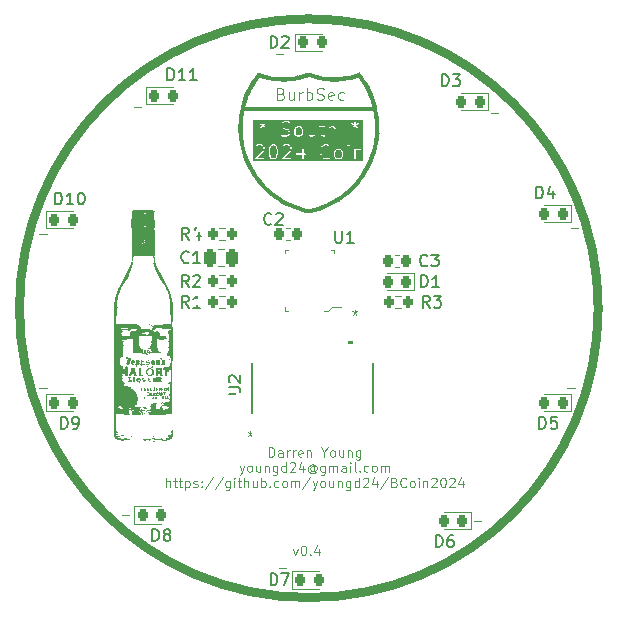
<source format=gbr>
G04 #@! TF.GenerationSoftware,KiCad,Pcbnew,8.0.6*
G04 #@! TF.CreationDate,2024-12-20T00:16:52-06:00*
G04 #@! TF.ProjectId,BCoin2024,42436f69-6e32-4303-9234-2e6b69636164,rev?*
G04 #@! TF.SameCoordinates,Original*
G04 #@! TF.FileFunction,Legend,Top*
G04 #@! TF.FilePolarity,Positive*
%FSLAX46Y46*%
G04 Gerber Fmt 4.6, Leading zero omitted, Abs format (unit mm)*
G04 Created by KiCad (PCBNEW 8.0.6) date 2024-12-20 00:16:52*
%MOMM*%
%LPD*%
G01*
G04 APERTURE LIST*
G04 Aperture macros list*
%AMRoundRect*
0 Rectangle with rounded corners*
0 $1 Rounding radius*
0 $2 $3 $4 $5 $6 $7 $8 $9 X,Y pos of 4 corners*
0 Add a 4 corners polygon primitive as box body*
4,1,4,$2,$3,$4,$5,$6,$7,$8,$9,$2,$3,0*
0 Add four circle primitives for the rounded corners*
1,1,$1+$1,$2,$3*
1,1,$1+$1,$4,$5*
1,1,$1+$1,$6,$7*
1,1,$1+$1,$8,$9*
0 Add four rect primitives between the rounded corners*
20,1,$1+$1,$2,$3,$4,$5,0*
20,1,$1+$1,$4,$5,$6,$7,0*
20,1,$1+$1,$6,$7,$8,$9,0*
20,1,$1+$1,$8,$9,$2,$3,0*%
G04 Aperture macros list end*
%ADD10C,0.800000*%
%ADD11C,0.100000*%
%ADD12C,0.150000*%
%ADD13C,0.120000*%
%ADD14C,0.000000*%
%ADD15C,0.152400*%
%ADD16RoundRect,0.218750X-0.218750X-0.256250X0.218750X-0.256250X0.218750X0.256250X-0.218750X0.256250X0*%
%ADD17RoundRect,0.218750X0.218750X0.256250X-0.218750X0.256250X-0.218750X-0.256250X0.218750X-0.256250X0*%
%ADD18R,2.000000X0.600000*%
%ADD19RoundRect,0.250000X-0.250000X-0.475000X0.250000X-0.475000X0.250000X0.475000X-0.250000X0.475000X0*%
%ADD20R,0.533400X1.460500*%
%ADD21RoundRect,0.200000X0.200000X0.275000X-0.200000X0.275000X-0.200000X-0.275000X0.200000X-0.275000X0*%
%ADD22RoundRect,0.225000X-0.225000X-0.250000X0.225000X-0.250000X0.225000X0.250000X-0.225000X0.250000X0*%
%ADD23RoundRect,0.200000X-0.200000X-0.275000X0.200000X-0.275000X0.200000X0.275000X-0.200000X0.275000X0*%
%ADD24C,0.600000*%
G04 APERTURE END LIST*
D10*
X159000000Y-90000000D02*
G75*
G02*
X110000000Y-90000000I-24500000J0D01*
G01*
X110000000Y-90000000D02*
G75*
G02*
X159000000Y-90000000I24500000J0D01*
G01*
D11*
X111695238Y-83741466D02*
X112304762Y-83741466D01*
X131133332Y-102570985D02*
X131133332Y-101770985D01*
X131133332Y-101770985D02*
X131323808Y-101770985D01*
X131323808Y-101770985D02*
X131438094Y-101809080D01*
X131438094Y-101809080D02*
X131514284Y-101885270D01*
X131514284Y-101885270D02*
X131552379Y-101961461D01*
X131552379Y-101961461D02*
X131590475Y-102113842D01*
X131590475Y-102113842D02*
X131590475Y-102228128D01*
X131590475Y-102228128D02*
X131552379Y-102380509D01*
X131552379Y-102380509D02*
X131514284Y-102456699D01*
X131514284Y-102456699D02*
X131438094Y-102532890D01*
X131438094Y-102532890D02*
X131323808Y-102570985D01*
X131323808Y-102570985D02*
X131133332Y-102570985D01*
X132276189Y-102570985D02*
X132276189Y-102151937D01*
X132276189Y-102151937D02*
X132238094Y-102075747D01*
X132238094Y-102075747D02*
X132161903Y-102037651D01*
X132161903Y-102037651D02*
X132009522Y-102037651D01*
X132009522Y-102037651D02*
X131933332Y-102075747D01*
X132276189Y-102532890D02*
X132199998Y-102570985D01*
X132199998Y-102570985D02*
X132009522Y-102570985D01*
X132009522Y-102570985D02*
X131933332Y-102532890D01*
X131933332Y-102532890D02*
X131895236Y-102456699D01*
X131895236Y-102456699D02*
X131895236Y-102380509D01*
X131895236Y-102380509D02*
X131933332Y-102304318D01*
X131933332Y-102304318D02*
X132009522Y-102266223D01*
X132009522Y-102266223D02*
X132199998Y-102266223D01*
X132199998Y-102266223D02*
X132276189Y-102228128D01*
X132657142Y-102570985D02*
X132657142Y-102037651D01*
X132657142Y-102190032D02*
X132695237Y-102113842D01*
X132695237Y-102113842D02*
X132733332Y-102075747D01*
X132733332Y-102075747D02*
X132809523Y-102037651D01*
X132809523Y-102037651D02*
X132885713Y-102037651D01*
X133152380Y-102570985D02*
X133152380Y-102037651D01*
X133152380Y-102190032D02*
X133190475Y-102113842D01*
X133190475Y-102113842D02*
X133228570Y-102075747D01*
X133228570Y-102075747D02*
X133304761Y-102037651D01*
X133304761Y-102037651D02*
X133380951Y-102037651D01*
X133952380Y-102532890D02*
X133876189Y-102570985D01*
X133876189Y-102570985D02*
X133723808Y-102570985D01*
X133723808Y-102570985D02*
X133647618Y-102532890D01*
X133647618Y-102532890D02*
X133609522Y-102456699D01*
X133609522Y-102456699D02*
X133609522Y-102151937D01*
X133609522Y-102151937D02*
X133647618Y-102075747D01*
X133647618Y-102075747D02*
X133723808Y-102037651D01*
X133723808Y-102037651D02*
X133876189Y-102037651D01*
X133876189Y-102037651D02*
X133952380Y-102075747D01*
X133952380Y-102075747D02*
X133990475Y-102151937D01*
X133990475Y-102151937D02*
X133990475Y-102228128D01*
X133990475Y-102228128D02*
X133609522Y-102304318D01*
X134333332Y-102037651D02*
X134333332Y-102570985D01*
X134333332Y-102113842D02*
X134371427Y-102075747D01*
X134371427Y-102075747D02*
X134447617Y-102037651D01*
X134447617Y-102037651D02*
X134561903Y-102037651D01*
X134561903Y-102037651D02*
X134638094Y-102075747D01*
X134638094Y-102075747D02*
X134676189Y-102151937D01*
X134676189Y-102151937D02*
X134676189Y-102570985D01*
X135819047Y-102190032D02*
X135819047Y-102570985D01*
X135552380Y-101770985D02*
X135819047Y-102190032D01*
X135819047Y-102190032D02*
X136085713Y-101770985D01*
X136466665Y-102570985D02*
X136390475Y-102532890D01*
X136390475Y-102532890D02*
X136352380Y-102494794D01*
X136352380Y-102494794D02*
X136314284Y-102418604D01*
X136314284Y-102418604D02*
X136314284Y-102190032D01*
X136314284Y-102190032D02*
X136352380Y-102113842D01*
X136352380Y-102113842D02*
X136390475Y-102075747D01*
X136390475Y-102075747D02*
X136466665Y-102037651D01*
X136466665Y-102037651D02*
X136580951Y-102037651D01*
X136580951Y-102037651D02*
X136657142Y-102075747D01*
X136657142Y-102075747D02*
X136695237Y-102113842D01*
X136695237Y-102113842D02*
X136733332Y-102190032D01*
X136733332Y-102190032D02*
X136733332Y-102418604D01*
X136733332Y-102418604D02*
X136695237Y-102494794D01*
X136695237Y-102494794D02*
X136657142Y-102532890D01*
X136657142Y-102532890D02*
X136580951Y-102570985D01*
X136580951Y-102570985D02*
X136466665Y-102570985D01*
X137419047Y-102037651D02*
X137419047Y-102570985D01*
X137076190Y-102037651D02*
X137076190Y-102456699D01*
X137076190Y-102456699D02*
X137114285Y-102532890D01*
X137114285Y-102532890D02*
X137190475Y-102570985D01*
X137190475Y-102570985D02*
X137304761Y-102570985D01*
X137304761Y-102570985D02*
X137380952Y-102532890D01*
X137380952Y-102532890D02*
X137419047Y-102494794D01*
X137800000Y-102037651D02*
X137800000Y-102570985D01*
X137800000Y-102113842D02*
X137838095Y-102075747D01*
X137838095Y-102075747D02*
X137914285Y-102037651D01*
X137914285Y-102037651D02*
X138028571Y-102037651D01*
X138028571Y-102037651D02*
X138104762Y-102075747D01*
X138104762Y-102075747D02*
X138142857Y-102151937D01*
X138142857Y-102151937D02*
X138142857Y-102570985D01*
X138866667Y-102037651D02*
X138866667Y-102685270D01*
X138866667Y-102685270D02*
X138828572Y-102761461D01*
X138828572Y-102761461D02*
X138790476Y-102799556D01*
X138790476Y-102799556D02*
X138714286Y-102837651D01*
X138714286Y-102837651D02*
X138600000Y-102837651D01*
X138600000Y-102837651D02*
X138523810Y-102799556D01*
X138866667Y-102532890D02*
X138790476Y-102570985D01*
X138790476Y-102570985D02*
X138638095Y-102570985D01*
X138638095Y-102570985D02*
X138561905Y-102532890D01*
X138561905Y-102532890D02*
X138523810Y-102494794D01*
X138523810Y-102494794D02*
X138485714Y-102418604D01*
X138485714Y-102418604D02*
X138485714Y-102190032D01*
X138485714Y-102190032D02*
X138523810Y-102113842D01*
X138523810Y-102113842D02*
X138561905Y-102075747D01*
X138561905Y-102075747D02*
X138638095Y-102037651D01*
X138638095Y-102037651D02*
X138790476Y-102037651D01*
X138790476Y-102037651D02*
X138866667Y-102075747D01*
X128638093Y-103325606D02*
X128828569Y-103858940D01*
X129019046Y-103325606D02*
X128828569Y-103858940D01*
X128828569Y-103858940D02*
X128752379Y-104049416D01*
X128752379Y-104049416D02*
X128714284Y-104087511D01*
X128714284Y-104087511D02*
X128638093Y-104125606D01*
X129438093Y-103858940D02*
X129361903Y-103820845D01*
X129361903Y-103820845D02*
X129323808Y-103782749D01*
X129323808Y-103782749D02*
X129285712Y-103706559D01*
X129285712Y-103706559D02*
X129285712Y-103477987D01*
X129285712Y-103477987D02*
X129323808Y-103401797D01*
X129323808Y-103401797D02*
X129361903Y-103363702D01*
X129361903Y-103363702D02*
X129438093Y-103325606D01*
X129438093Y-103325606D02*
X129552379Y-103325606D01*
X129552379Y-103325606D02*
X129628570Y-103363702D01*
X129628570Y-103363702D02*
X129666665Y-103401797D01*
X129666665Y-103401797D02*
X129704760Y-103477987D01*
X129704760Y-103477987D02*
X129704760Y-103706559D01*
X129704760Y-103706559D02*
X129666665Y-103782749D01*
X129666665Y-103782749D02*
X129628570Y-103820845D01*
X129628570Y-103820845D02*
X129552379Y-103858940D01*
X129552379Y-103858940D02*
X129438093Y-103858940D01*
X130390475Y-103325606D02*
X130390475Y-103858940D01*
X130047618Y-103325606D02*
X130047618Y-103744654D01*
X130047618Y-103744654D02*
X130085713Y-103820845D01*
X130085713Y-103820845D02*
X130161903Y-103858940D01*
X130161903Y-103858940D02*
X130276189Y-103858940D01*
X130276189Y-103858940D02*
X130352380Y-103820845D01*
X130352380Y-103820845D02*
X130390475Y-103782749D01*
X130771428Y-103325606D02*
X130771428Y-103858940D01*
X130771428Y-103401797D02*
X130809523Y-103363702D01*
X130809523Y-103363702D02*
X130885713Y-103325606D01*
X130885713Y-103325606D02*
X130999999Y-103325606D01*
X130999999Y-103325606D02*
X131076190Y-103363702D01*
X131076190Y-103363702D02*
X131114285Y-103439892D01*
X131114285Y-103439892D02*
X131114285Y-103858940D01*
X131838095Y-103325606D02*
X131838095Y-103973225D01*
X131838095Y-103973225D02*
X131800000Y-104049416D01*
X131800000Y-104049416D02*
X131761904Y-104087511D01*
X131761904Y-104087511D02*
X131685714Y-104125606D01*
X131685714Y-104125606D02*
X131571428Y-104125606D01*
X131571428Y-104125606D02*
X131495238Y-104087511D01*
X131838095Y-103820845D02*
X131761904Y-103858940D01*
X131761904Y-103858940D02*
X131609523Y-103858940D01*
X131609523Y-103858940D02*
X131533333Y-103820845D01*
X131533333Y-103820845D02*
X131495238Y-103782749D01*
X131495238Y-103782749D02*
X131457142Y-103706559D01*
X131457142Y-103706559D02*
X131457142Y-103477987D01*
X131457142Y-103477987D02*
X131495238Y-103401797D01*
X131495238Y-103401797D02*
X131533333Y-103363702D01*
X131533333Y-103363702D02*
X131609523Y-103325606D01*
X131609523Y-103325606D02*
X131761904Y-103325606D01*
X131761904Y-103325606D02*
X131838095Y-103363702D01*
X132561905Y-103858940D02*
X132561905Y-103058940D01*
X132561905Y-103820845D02*
X132485714Y-103858940D01*
X132485714Y-103858940D02*
X132333333Y-103858940D01*
X132333333Y-103858940D02*
X132257143Y-103820845D01*
X132257143Y-103820845D02*
X132219048Y-103782749D01*
X132219048Y-103782749D02*
X132180952Y-103706559D01*
X132180952Y-103706559D02*
X132180952Y-103477987D01*
X132180952Y-103477987D02*
X132219048Y-103401797D01*
X132219048Y-103401797D02*
X132257143Y-103363702D01*
X132257143Y-103363702D02*
X132333333Y-103325606D01*
X132333333Y-103325606D02*
X132485714Y-103325606D01*
X132485714Y-103325606D02*
X132561905Y-103363702D01*
X132904762Y-103135130D02*
X132942858Y-103097035D01*
X132942858Y-103097035D02*
X133019048Y-103058940D01*
X133019048Y-103058940D02*
X133209524Y-103058940D01*
X133209524Y-103058940D02*
X133285715Y-103097035D01*
X133285715Y-103097035D02*
X133323810Y-103135130D01*
X133323810Y-103135130D02*
X133361905Y-103211321D01*
X133361905Y-103211321D02*
X133361905Y-103287511D01*
X133361905Y-103287511D02*
X133323810Y-103401797D01*
X133323810Y-103401797D02*
X132866667Y-103858940D01*
X132866667Y-103858940D02*
X133361905Y-103858940D01*
X134047620Y-103325606D02*
X134047620Y-103858940D01*
X133857144Y-103020845D02*
X133666667Y-103592273D01*
X133666667Y-103592273D02*
X134161906Y-103592273D01*
X134961906Y-103477987D02*
X134923811Y-103439892D01*
X134923811Y-103439892D02*
X134847620Y-103401797D01*
X134847620Y-103401797D02*
X134771430Y-103401797D01*
X134771430Y-103401797D02*
X134695239Y-103439892D01*
X134695239Y-103439892D02*
X134657144Y-103477987D01*
X134657144Y-103477987D02*
X134619049Y-103554178D01*
X134619049Y-103554178D02*
X134619049Y-103630368D01*
X134619049Y-103630368D02*
X134657144Y-103706559D01*
X134657144Y-103706559D02*
X134695239Y-103744654D01*
X134695239Y-103744654D02*
X134771430Y-103782749D01*
X134771430Y-103782749D02*
X134847620Y-103782749D01*
X134847620Y-103782749D02*
X134923811Y-103744654D01*
X134923811Y-103744654D02*
X134961906Y-103706559D01*
X134961906Y-103401797D02*
X134961906Y-103706559D01*
X134961906Y-103706559D02*
X135000001Y-103744654D01*
X135000001Y-103744654D02*
X135038096Y-103744654D01*
X135038096Y-103744654D02*
X135114287Y-103706559D01*
X135114287Y-103706559D02*
X135152382Y-103630368D01*
X135152382Y-103630368D02*
X135152382Y-103439892D01*
X135152382Y-103439892D02*
X135076192Y-103325606D01*
X135076192Y-103325606D02*
X134961906Y-103249416D01*
X134961906Y-103249416D02*
X134809525Y-103211321D01*
X134809525Y-103211321D02*
X134657144Y-103249416D01*
X134657144Y-103249416D02*
X134542858Y-103325606D01*
X134542858Y-103325606D02*
X134466668Y-103439892D01*
X134466668Y-103439892D02*
X134428572Y-103592273D01*
X134428572Y-103592273D02*
X134466668Y-103744654D01*
X134466668Y-103744654D02*
X134542858Y-103858940D01*
X134542858Y-103858940D02*
X134657144Y-103935130D01*
X134657144Y-103935130D02*
X134809525Y-103973225D01*
X134809525Y-103973225D02*
X134961906Y-103935130D01*
X134961906Y-103935130D02*
X135076192Y-103858940D01*
X135838096Y-103325606D02*
X135838096Y-103973225D01*
X135838096Y-103973225D02*
X135800001Y-104049416D01*
X135800001Y-104049416D02*
X135761905Y-104087511D01*
X135761905Y-104087511D02*
X135685715Y-104125606D01*
X135685715Y-104125606D02*
X135571429Y-104125606D01*
X135571429Y-104125606D02*
X135495239Y-104087511D01*
X135838096Y-103820845D02*
X135761905Y-103858940D01*
X135761905Y-103858940D02*
X135609524Y-103858940D01*
X135609524Y-103858940D02*
X135533334Y-103820845D01*
X135533334Y-103820845D02*
X135495239Y-103782749D01*
X135495239Y-103782749D02*
X135457143Y-103706559D01*
X135457143Y-103706559D02*
X135457143Y-103477987D01*
X135457143Y-103477987D02*
X135495239Y-103401797D01*
X135495239Y-103401797D02*
X135533334Y-103363702D01*
X135533334Y-103363702D02*
X135609524Y-103325606D01*
X135609524Y-103325606D02*
X135761905Y-103325606D01*
X135761905Y-103325606D02*
X135838096Y-103363702D01*
X136219049Y-103858940D02*
X136219049Y-103325606D01*
X136219049Y-103401797D02*
X136257144Y-103363702D01*
X136257144Y-103363702D02*
X136333334Y-103325606D01*
X136333334Y-103325606D02*
X136447620Y-103325606D01*
X136447620Y-103325606D02*
X136523811Y-103363702D01*
X136523811Y-103363702D02*
X136561906Y-103439892D01*
X136561906Y-103439892D02*
X136561906Y-103858940D01*
X136561906Y-103439892D02*
X136600001Y-103363702D01*
X136600001Y-103363702D02*
X136676192Y-103325606D01*
X136676192Y-103325606D02*
X136790477Y-103325606D01*
X136790477Y-103325606D02*
X136866668Y-103363702D01*
X136866668Y-103363702D02*
X136904763Y-103439892D01*
X136904763Y-103439892D02*
X136904763Y-103858940D01*
X137628573Y-103858940D02*
X137628573Y-103439892D01*
X137628573Y-103439892D02*
X137590478Y-103363702D01*
X137590478Y-103363702D02*
X137514287Y-103325606D01*
X137514287Y-103325606D02*
X137361906Y-103325606D01*
X137361906Y-103325606D02*
X137285716Y-103363702D01*
X137628573Y-103820845D02*
X137552382Y-103858940D01*
X137552382Y-103858940D02*
X137361906Y-103858940D01*
X137361906Y-103858940D02*
X137285716Y-103820845D01*
X137285716Y-103820845D02*
X137247620Y-103744654D01*
X137247620Y-103744654D02*
X137247620Y-103668464D01*
X137247620Y-103668464D02*
X137285716Y-103592273D01*
X137285716Y-103592273D02*
X137361906Y-103554178D01*
X137361906Y-103554178D02*
X137552382Y-103554178D01*
X137552382Y-103554178D02*
X137628573Y-103516083D01*
X138009526Y-103858940D02*
X138009526Y-103325606D01*
X138009526Y-103058940D02*
X137971430Y-103097035D01*
X137971430Y-103097035D02*
X138009526Y-103135130D01*
X138009526Y-103135130D02*
X138047621Y-103097035D01*
X138047621Y-103097035D02*
X138009526Y-103058940D01*
X138009526Y-103058940D02*
X138009526Y-103135130D01*
X138504763Y-103858940D02*
X138428573Y-103820845D01*
X138428573Y-103820845D02*
X138390478Y-103744654D01*
X138390478Y-103744654D02*
X138390478Y-103058940D01*
X138809526Y-103782749D02*
X138847621Y-103820845D01*
X138847621Y-103820845D02*
X138809526Y-103858940D01*
X138809526Y-103858940D02*
X138771430Y-103820845D01*
X138771430Y-103820845D02*
X138809526Y-103782749D01*
X138809526Y-103782749D02*
X138809526Y-103858940D01*
X139533335Y-103820845D02*
X139457144Y-103858940D01*
X139457144Y-103858940D02*
X139304763Y-103858940D01*
X139304763Y-103858940D02*
X139228573Y-103820845D01*
X139228573Y-103820845D02*
X139190478Y-103782749D01*
X139190478Y-103782749D02*
X139152382Y-103706559D01*
X139152382Y-103706559D02*
X139152382Y-103477987D01*
X139152382Y-103477987D02*
X139190478Y-103401797D01*
X139190478Y-103401797D02*
X139228573Y-103363702D01*
X139228573Y-103363702D02*
X139304763Y-103325606D01*
X139304763Y-103325606D02*
X139457144Y-103325606D01*
X139457144Y-103325606D02*
X139533335Y-103363702D01*
X139990477Y-103858940D02*
X139914287Y-103820845D01*
X139914287Y-103820845D02*
X139876192Y-103782749D01*
X139876192Y-103782749D02*
X139838096Y-103706559D01*
X139838096Y-103706559D02*
X139838096Y-103477987D01*
X139838096Y-103477987D02*
X139876192Y-103401797D01*
X139876192Y-103401797D02*
X139914287Y-103363702D01*
X139914287Y-103363702D02*
X139990477Y-103325606D01*
X139990477Y-103325606D02*
X140104763Y-103325606D01*
X140104763Y-103325606D02*
X140180954Y-103363702D01*
X140180954Y-103363702D02*
X140219049Y-103401797D01*
X140219049Y-103401797D02*
X140257144Y-103477987D01*
X140257144Y-103477987D02*
X140257144Y-103706559D01*
X140257144Y-103706559D02*
X140219049Y-103782749D01*
X140219049Y-103782749D02*
X140180954Y-103820845D01*
X140180954Y-103820845D02*
X140104763Y-103858940D01*
X140104763Y-103858940D02*
X139990477Y-103858940D01*
X140600002Y-103858940D02*
X140600002Y-103325606D01*
X140600002Y-103401797D02*
X140638097Y-103363702D01*
X140638097Y-103363702D02*
X140714287Y-103325606D01*
X140714287Y-103325606D02*
X140828573Y-103325606D01*
X140828573Y-103325606D02*
X140904764Y-103363702D01*
X140904764Y-103363702D02*
X140942859Y-103439892D01*
X140942859Y-103439892D02*
X140942859Y-103858940D01*
X140942859Y-103439892D02*
X140980954Y-103363702D01*
X140980954Y-103363702D02*
X141057145Y-103325606D01*
X141057145Y-103325606D02*
X141171430Y-103325606D01*
X141171430Y-103325606D02*
X141247621Y-103363702D01*
X141247621Y-103363702D02*
X141285716Y-103439892D01*
X141285716Y-103439892D02*
X141285716Y-103858940D01*
X122409521Y-105146895D02*
X122409521Y-104346895D01*
X122752378Y-105146895D02*
X122752378Y-104727847D01*
X122752378Y-104727847D02*
X122714283Y-104651657D01*
X122714283Y-104651657D02*
X122638092Y-104613561D01*
X122638092Y-104613561D02*
X122523806Y-104613561D01*
X122523806Y-104613561D02*
X122447616Y-104651657D01*
X122447616Y-104651657D02*
X122409521Y-104689752D01*
X123019045Y-104613561D02*
X123323807Y-104613561D01*
X123133331Y-104346895D02*
X123133331Y-105032609D01*
X123133331Y-105032609D02*
X123171426Y-105108800D01*
X123171426Y-105108800D02*
X123247616Y-105146895D01*
X123247616Y-105146895D02*
X123323807Y-105146895D01*
X123476188Y-104613561D02*
X123780950Y-104613561D01*
X123590474Y-104346895D02*
X123590474Y-105032609D01*
X123590474Y-105032609D02*
X123628569Y-105108800D01*
X123628569Y-105108800D02*
X123704759Y-105146895D01*
X123704759Y-105146895D02*
X123780950Y-105146895D01*
X124047617Y-104613561D02*
X124047617Y-105413561D01*
X124047617Y-104651657D02*
X124123807Y-104613561D01*
X124123807Y-104613561D02*
X124276188Y-104613561D01*
X124276188Y-104613561D02*
X124352379Y-104651657D01*
X124352379Y-104651657D02*
X124390474Y-104689752D01*
X124390474Y-104689752D02*
X124428569Y-104765942D01*
X124428569Y-104765942D02*
X124428569Y-104994514D01*
X124428569Y-104994514D02*
X124390474Y-105070704D01*
X124390474Y-105070704D02*
X124352379Y-105108800D01*
X124352379Y-105108800D02*
X124276188Y-105146895D01*
X124276188Y-105146895D02*
X124123807Y-105146895D01*
X124123807Y-105146895D02*
X124047617Y-105108800D01*
X124733331Y-105108800D02*
X124809522Y-105146895D01*
X124809522Y-105146895D02*
X124961903Y-105146895D01*
X124961903Y-105146895D02*
X125038093Y-105108800D01*
X125038093Y-105108800D02*
X125076189Y-105032609D01*
X125076189Y-105032609D02*
X125076189Y-104994514D01*
X125076189Y-104994514D02*
X125038093Y-104918323D01*
X125038093Y-104918323D02*
X124961903Y-104880228D01*
X124961903Y-104880228D02*
X124847617Y-104880228D01*
X124847617Y-104880228D02*
X124771427Y-104842133D01*
X124771427Y-104842133D02*
X124733331Y-104765942D01*
X124733331Y-104765942D02*
X124733331Y-104727847D01*
X124733331Y-104727847D02*
X124771427Y-104651657D01*
X124771427Y-104651657D02*
X124847617Y-104613561D01*
X124847617Y-104613561D02*
X124961903Y-104613561D01*
X124961903Y-104613561D02*
X125038093Y-104651657D01*
X125419046Y-105070704D02*
X125457141Y-105108800D01*
X125457141Y-105108800D02*
X125419046Y-105146895D01*
X125419046Y-105146895D02*
X125380950Y-105108800D01*
X125380950Y-105108800D02*
X125419046Y-105070704D01*
X125419046Y-105070704D02*
X125419046Y-105146895D01*
X125419046Y-104651657D02*
X125457141Y-104689752D01*
X125457141Y-104689752D02*
X125419046Y-104727847D01*
X125419046Y-104727847D02*
X125380950Y-104689752D01*
X125380950Y-104689752D02*
X125419046Y-104651657D01*
X125419046Y-104651657D02*
X125419046Y-104727847D01*
X126371426Y-104308800D02*
X125685712Y-105337371D01*
X127209521Y-104308800D02*
X126523807Y-105337371D01*
X127819045Y-104613561D02*
X127819045Y-105261180D01*
X127819045Y-105261180D02*
X127780950Y-105337371D01*
X127780950Y-105337371D02*
X127742854Y-105375466D01*
X127742854Y-105375466D02*
X127666664Y-105413561D01*
X127666664Y-105413561D02*
X127552378Y-105413561D01*
X127552378Y-105413561D02*
X127476188Y-105375466D01*
X127819045Y-105108800D02*
X127742854Y-105146895D01*
X127742854Y-105146895D02*
X127590473Y-105146895D01*
X127590473Y-105146895D02*
X127514283Y-105108800D01*
X127514283Y-105108800D02*
X127476188Y-105070704D01*
X127476188Y-105070704D02*
X127438092Y-104994514D01*
X127438092Y-104994514D02*
X127438092Y-104765942D01*
X127438092Y-104765942D02*
X127476188Y-104689752D01*
X127476188Y-104689752D02*
X127514283Y-104651657D01*
X127514283Y-104651657D02*
X127590473Y-104613561D01*
X127590473Y-104613561D02*
X127742854Y-104613561D01*
X127742854Y-104613561D02*
X127819045Y-104651657D01*
X128199998Y-105146895D02*
X128199998Y-104613561D01*
X128199998Y-104346895D02*
X128161902Y-104384990D01*
X128161902Y-104384990D02*
X128199998Y-104423085D01*
X128199998Y-104423085D02*
X128238093Y-104384990D01*
X128238093Y-104384990D02*
X128199998Y-104346895D01*
X128199998Y-104346895D02*
X128199998Y-104423085D01*
X128466664Y-104613561D02*
X128771426Y-104613561D01*
X128580950Y-104346895D02*
X128580950Y-105032609D01*
X128580950Y-105032609D02*
X128619045Y-105108800D01*
X128619045Y-105108800D02*
X128695235Y-105146895D01*
X128695235Y-105146895D02*
X128771426Y-105146895D01*
X129038093Y-105146895D02*
X129038093Y-104346895D01*
X129380950Y-105146895D02*
X129380950Y-104727847D01*
X129380950Y-104727847D02*
X129342855Y-104651657D01*
X129342855Y-104651657D02*
X129266664Y-104613561D01*
X129266664Y-104613561D02*
X129152378Y-104613561D01*
X129152378Y-104613561D02*
X129076188Y-104651657D01*
X129076188Y-104651657D02*
X129038093Y-104689752D01*
X130104760Y-104613561D02*
X130104760Y-105146895D01*
X129761903Y-104613561D02*
X129761903Y-105032609D01*
X129761903Y-105032609D02*
X129799998Y-105108800D01*
X129799998Y-105108800D02*
X129876188Y-105146895D01*
X129876188Y-105146895D02*
X129990474Y-105146895D01*
X129990474Y-105146895D02*
X130066665Y-105108800D01*
X130066665Y-105108800D02*
X130104760Y-105070704D01*
X130485713Y-105146895D02*
X130485713Y-104346895D01*
X130485713Y-104651657D02*
X130561903Y-104613561D01*
X130561903Y-104613561D02*
X130714284Y-104613561D01*
X130714284Y-104613561D02*
X130790475Y-104651657D01*
X130790475Y-104651657D02*
X130828570Y-104689752D01*
X130828570Y-104689752D02*
X130866665Y-104765942D01*
X130866665Y-104765942D02*
X130866665Y-104994514D01*
X130866665Y-104994514D02*
X130828570Y-105070704D01*
X130828570Y-105070704D02*
X130790475Y-105108800D01*
X130790475Y-105108800D02*
X130714284Y-105146895D01*
X130714284Y-105146895D02*
X130561903Y-105146895D01*
X130561903Y-105146895D02*
X130485713Y-105108800D01*
X131209523Y-105070704D02*
X131247618Y-105108800D01*
X131247618Y-105108800D02*
X131209523Y-105146895D01*
X131209523Y-105146895D02*
X131171427Y-105108800D01*
X131171427Y-105108800D02*
X131209523Y-105070704D01*
X131209523Y-105070704D02*
X131209523Y-105146895D01*
X131933332Y-105108800D02*
X131857141Y-105146895D01*
X131857141Y-105146895D02*
X131704760Y-105146895D01*
X131704760Y-105146895D02*
X131628570Y-105108800D01*
X131628570Y-105108800D02*
X131590475Y-105070704D01*
X131590475Y-105070704D02*
X131552379Y-104994514D01*
X131552379Y-104994514D02*
X131552379Y-104765942D01*
X131552379Y-104765942D02*
X131590475Y-104689752D01*
X131590475Y-104689752D02*
X131628570Y-104651657D01*
X131628570Y-104651657D02*
X131704760Y-104613561D01*
X131704760Y-104613561D02*
X131857141Y-104613561D01*
X131857141Y-104613561D02*
X131933332Y-104651657D01*
X132390474Y-105146895D02*
X132314284Y-105108800D01*
X132314284Y-105108800D02*
X132276189Y-105070704D01*
X132276189Y-105070704D02*
X132238093Y-104994514D01*
X132238093Y-104994514D02*
X132238093Y-104765942D01*
X132238093Y-104765942D02*
X132276189Y-104689752D01*
X132276189Y-104689752D02*
X132314284Y-104651657D01*
X132314284Y-104651657D02*
X132390474Y-104613561D01*
X132390474Y-104613561D02*
X132504760Y-104613561D01*
X132504760Y-104613561D02*
X132580951Y-104651657D01*
X132580951Y-104651657D02*
X132619046Y-104689752D01*
X132619046Y-104689752D02*
X132657141Y-104765942D01*
X132657141Y-104765942D02*
X132657141Y-104994514D01*
X132657141Y-104994514D02*
X132619046Y-105070704D01*
X132619046Y-105070704D02*
X132580951Y-105108800D01*
X132580951Y-105108800D02*
X132504760Y-105146895D01*
X132504760Y-105146895D02*
X132390474Y-105146895D01*
X132999999Y-105146895D02*
X132999999Y-104613561D01*
X132999999Y-104689752D02*
X133038094Y-104651657D01*
X133038094Y-104651657D02*
X133114284Y-104613561D01*
X133114284Y-104613561D02*
X133228570Y-104613561D01*
X133228570Y-104613561D02*
X133304761Y-104651657D01*
X133304761Y-104651657D02*
X133342856Y-104727847D01*
X133342856Y-104727847D02*
X133342856Y-105146895D01*
X133342856Y-104727847D02*
X133380951Y-104651657D01*
X133380951Y-104651657D02*
X133457142Y-104613561D01*
X133457142Y-104613561D02*
X133571427Y-104613561D01*
X133571427Y-104613561D02*
X133647618Y-104651657D01*
X133647618Y-104651657D02*
X133685713Y-104727847D01*
X133685713Y-104727847D02*
X133685713Y-105146895D01*
X134638094Y-104308800D02*
X133952380Y-105337371D01*
X134828570Y-104613561D02*
X135019046Y-105146895D01*
X135209523Y-104613561D02*
X135019046Y-105146895D01*
X135019046Y-105146895D02*
X134942856Y-105337371D01*
X134942856Y-105337371D02*
X134904761Y-105375466D01*
X134904761Y-105375466D02*
X134828570Y-105413561D01*
X135628570Y-105146895D02*
X135552380Y-105108800D01*
X135552380Y-105108800D02*
X135514285Y-105070704D01*
X135514285Y-105070704D02*
X135476189Y-104994514D01*
X135476189Y-104994514D02*
X135476189Y-104765942D01*
X135476189Y-104765942D02*
X135514285Y-104689752D01*
X135514285Y-104689752D02*
X135552380Y-104651657D01*
X135552380Y-104651657D02*
X135628570Y-104613561D01*
X135628570Y-104613561D02*
X135742856Y-104613561D01*
X135742856Y-104613561D02*
X135819047Y-104651657D01*
X135819047Y-104651657D02*
X135857142Y-104689752D01*
X135857142Y-104689752D02*
X135895237Y-104765942D01*
X135895237Y-104765942D02*
X135895237Y-104994514D01*
X135895237Y-104994514D02*
X135857142Y-105070704D01*
X135857142Y-105070704D02*
X135819047Y-105108800D01*
X135819047Y-105108800D02*
X135742856Y-105146895D01*
X135742856Y-105146895D02*
X135628570Y-105146895D01*
X136580952Y-104613561D02*
X136580952Y-105146895D01*
X136238095Y-104613561D02*
X136238095Y-105032609D01*
X136238095Y-105032609D02*
X136276190Y-105108800D01*
X136276190Y-105108800D02*
X136352380Y-105146895D01*
X136352380Y-105146895D02*
X136466666Y-105146895D01*
X136466666Y-105146895D02*
X136542857Y-105108800D01*
X136542857Y-105108800D02*
X136580952Y-105070704D01*
X136961905Y-104613561D02*
X136961905Y-105146895D01*
X136961905Y-104689752D02*
X137000000Y-104651657D01*
X137000000Y-104651657D02*
X137076190Y-104613561D01*
X137076190Y-104613561D02*
X137190476Y-104613561D01*
X137190476Y-104613561D02*
X137266667Y-104651657D01*
X137266667Y-104651657D02*
X137304762Y-104727847D01*
X137304762Y-104727847D02*
X137304762Y-105146895D01*
X138028572Y-104613561D02*
X138028572Y-105261180D01*
X138028572Y-105261180D02*
X137990477Y-105337371D01*
X137990477Y-105337371D02*
X137952381Y-105375466D01*
X137952381Y-105375466D02*
X137876191Y-105413561D01*
X137876191Y-105413561D02*
X137761905Y-105413561D01*
X137761905Y-105413561D02*
X137685715Y-105375466D01*
X138028572Y-105108800D02*
X137952381Y-105146895D01*
X137952381Y-105146895D02*
X137800000Y-105146895D01*
X137800000Y-105146895D02*
X137723810Y-105108800D01*
X137723810Y-105108800D02*
X137685715Y-105070704D01*
X137685715Y-105070704D02*
X137647619Y-104994514D01*
X137647619Y-104994514D02*
X137647619Y-104765942D01*
X137647619Y-104765942D02*
X137685715Y-104689752D01*
X137685715Y-104689752D02*
X137723810Y-104651657D01*
X137723810Y-104651657D02*
X137800000Y-104613561D01*
X137800000Y-104613561D02*
X137952381Y-104613561D01*
X137952381Y-104613561D02*
X138028572Y-104651657D01*
X138752382Y-105146895D02*
X138752382Y-104346895D01*
X138752382Y-105108800D02*
X138676191Y-105146895D01*
X138676191Y-105146895D02*
X138523810Y-105146895D01*
X138523810Y-105146895D02*
X138447620Y-105108800D01*
X138447620Y-105108800D02*
X138409525Y-105070704D01*
X138409525Y-105070704D02*
X138371429Y-104994514D01*
X138371429Y-104994514D02*
X138371429Y-104765942D01*
X138371429Y-104765942D02*
X138409525Y-104689752D01*
X138409525Y-104689752D02*
X138447620Y-104651657D01*
X138447620Y-104651657D02*
X138523810Y-104613561D01*
X138523810Y-104613561D02*
X138676191Y-104613561D01*
X138676191Y-104613561D02*
X138752382Y-104651657D01*
X139095239Y-104423085D02*
X139133335Y-104384990D01*
X139133335Y-104384990D02*
X139209525Y-104346895D01*
X139209525Y-104346895D02*
X139400001Y-104346895D01*
X139400001Y-104346895D02*
X139476192Y-104384990D01*
X139476192Y-104384990D02*
X139514287Y-104423085D01*
X139514287Y-104423085D02*
X139552382Y-104499276D01*
X139552382Y-104499276D02*
X139552382Y-104575466D01*
X139552382Y-104575466D02*
X139514287Y-104689752D01*
X139514287Y-104689752D02*
X139057144Y-105146895D01*
X139057144Y-105146895D02*
X139552382Y-105146895D01*
X140238097Y-104613561D02*
X140238097Y-105146895D01*
X140047621Y-104308800D02*
X139857144Y-104880228D01*
X139857144Y-104880228D02*
X140352383Y-104880228D01*
X141228573Y-104308800D02*
X140542859Y-105337371D01*
X141761906Y-104727847D02*
X141876192Y-104765942D01*
X141876192Y-104765942D02*
X141914287Y-104804038D01*
X141914287Y-104804038D02*
X141952383Y-104880228D01*
X141952383Y-104880228D02*
X141952383Y-104994514D01*
X141952383Y-104994514D02*
X141914287Y-105070704D01*
X141914287Y-105070704D02*
X141876192Y-105108800D01*
X141876192Y-105108800D02*
X141800002Y-105146895D01*
X141800002Y-105146895D02*
X141495240Y-105146895D01*
X141495240Y-105146895D02*
X141495240Y-104346895D01*
X141495240Y-104346895D02*
X141761906Y-104346895D01*
X141761906Y-104346895D02*
X141838097Y-104384990D01*
X141838097Y-104384990D02*
X141876192Y-104423085D01*
X141876192Y-104423085D02*
X141914287Y-104499276D01*
X141914287Y-104499276D02*
X141914287Y-104575466D01*
X141914287Y-104575466D02*
X141876192Y-104651657D01*
X141876192Y-104651657D02*
X141838097Y-104689752D01*
X141838097Y-104689752D02*
X141761906Y-104727847D01*
X141761906Y-104727847D02*
X141495240Y-104727847D01*
X142752383Y-105070704D02*
X142714287Y-105108800D01*
X142714287Y-105108800D02*
X142600002Y-105146895D01*
X142600002Y-105146895D02*
X142523811Y-105146895D01*
X142523811Y-105146895D02*
X142409525Y-105108800D01*
X142409525Y-105108800D02*
X142333335Y-105032609D01*
X142333335Y-105032609D02*
X142295240Y-104956419D01*
X142295240Y-104956419D02*
X142257144Y-104804038D01*
X142257144Y-104804038D02*
X142257144Y-104689752D01*
X142257144Y-104689752D02*
X142295240Y-104537371D01*
X142295240Y-104537371D02*
X142333335Y-104461180D01*
X142333335Y-104461180D02*
X142409525Y-104384990D01*
X142409525Y-104384990D02*
X142523811Y-104346895D01*
X142523811Y-104346895D02*
X142600002Y-104346895D01*
X142600002Y-104346895D02*
X142714287Y-104384990D01*
X142714287Y-104384990D02*
X142752383Y-104423085D01*
X143209525Y-105146895D02*
X143133335Y-105108800D01*
X143133335Y-105108800D02*
X143095240Y-105070704D01*
X143095240Y-105070704D02*
X143057144Y-104994514D01*
X143057144Y-104994514D02*
X143057144Y-104765942D01*
X143057144Y-104765942D02*
X143095240Y-104689752D01*
X143095240Y-104689752D02*
X143133335Y-104651657D01*
X143133335Y-104651657D02*
X143209525Y-104613561D01*
X143209525Y-104613561D02*
X143323811Y-104613561D01*
X143323811Y-104613561D02*
X143400002Y-104651657D01*
X143400002Y-104651657D02*
X143438097Y-104689752D01*
X143438097Y-104689752D02*
X143476192Y-104765942D01*
X143476192Y-104765942D02*
X143476192Y-104994514D01*
X143476192Y-104994514D02*
X143438097Y-105070704D01*
X143438097Y-105070704D02*
X143400002Y-105108800D01*
X143400002Y-105108800D02*
X143323811Y-105146895D01*
X143323811Y-105146895D02*
X143209525Y-105146895D01*
X143819050Y-105146895D02*
X143819050Y-104613561D01*
X143819050Y-104346895D02*
X143780954Y-104384990D01*
X143780954Y-104384990D02*
X143819050Y-104423085D01*
X143819050Y-104423085D02*
X143857145Y-104384990D01*
X143857145Y-104384990D02*
X143819050Y-104346895D01*
X143819050Y-104346895D02*
X143819050Y-104423085D01*
X144200002Y-104613561D02*
X144200002Y-105146895D01*
X144200002Y-104689752D02*
X144238097Y-104651657D01*
X144238097Y-104651657D02*
X144314287Y-104613561D01*
X144314287Y-104613561D02*
X144428573Y-104613561D01*
X144428573Y-104613561D02*
X144504764Y-104651657D01*
X144504764Y-104651657D02*
X144542859Y-104727847D01*
X144542859Y-104727847D02*
X144542859Y-105146895D01*
X144885716Y-104423085D02*
X144923812Y-104384990D01*
X144923812Y-104384990D02*
X145000002Y-104346895D01*
X145000002Y-104346895D02*
X145190478Y-104346895D01*
X145190478Y-104346895D02*
X145266669Y-104384990D01*
X145266669Y-104384990D02*
X145304764Y-104423085D01*
X145304764Y-104423085D02*
X145342859Y-104499276D01*
X145342859Y-104499276D02*
X145342859Y-104575466D01*
X145342859Y-104575466D02*
X145304764Y-104689752D01*
X145304764Y-104689752D02*
X144847621Y-105146895D01*
X144847621Y-105146895D02*
X145342859Y-105146895D01*
X145838098Y-104346895D02*
X145914288Y-104346895D01*
X145914288Y-104346895D02*
X145990479Y-104384990D01*
X145990479Y-104384990D02*
X146028574Y-104423085D01*
X146028574Y-104423085D02*
X146066669Y-104499276D01*
X146066669Y-104499276D02*
X146104764Y-104651657D01*
X146104764Y-104651657D02*
X146104764Y-104842133D01*
X146104764Y-104842133D02*
X146066669Y-104994514D01*
X146066669Y-104994514D02*
X146028574Y-105070704D01*
X146028574Y-105070704D02*
X145990479Y-105108800D01*
X145990479Y-105108800D02*
X145914288Y-105146895D01*
X145914288Y-105146895D02*
X145838098Y-105146895D01*
X145838098Y-105146895D02*
X145761907Y-105108800D01*
X145761907Y-105108800D02*
X145723812Y-105070704D01*
X145723812Y-105070704D02*
X145685717Y-104994514D01*
X145685717Y-104994514D02*
X145647621Y-104842133D01*
X145647621Y-104842133D02*
X145647621Y-104651657D01*
X145647621Y-104651657D02*
X145685717Y-104499276D01*
X145685717Y-104499276D02*
X145723812Y-104423085D01*
X145723812Y-104423085D02*
X145761907Y-104384990D01*
X145761907Y-104384990D02*
X145838098Y-104346895D01*
X146409526Y-104423085D02*
X146447622Y-104384990D01*
X146447622Y-104384990D02*
X146523812Y-104346895D01*
X146523812Y-104346895D02*
X146714288Y-104346895D01*
X146714288Y-104346895D02*
X146790479Y-104384990D01*
X146790479Y-104384990D02*
X146828574Y-104423085D01*
X146828574Y-104423085D02*
X146866669Y-104499276D01*
X146866669Y-104499276D02*
X146866669Y-104575466D01*
X146866669Y-104575466D02*
X146828574Y-104689752D01*
X146828574Y-104689752D02*
X146371431Y-105146895D01*
X146371431Y-105146895D02*
X146866669Y-105146895D01*
X147552384Y-104613561D02*
X147552384Y-105146895D01*
X147361908Y-104308800D02*
X147171431Y-104880228D01*
X147171431Y-104880228D02*
X147666670Y-104880228D01*
X118695238Y-107491466D02*
X119304762Y-107491466D01*
X149945238Y-73491466D02*
X150554762Y-73491466D01*
X138370550Y-90122419D02*
X138370550Y-90360514D01*
X138180074Y-90265276D02*
X138370550Y-90360514D01*
X138370550Y-90360514D02*
X138561027Y-90265276D01*
X138256265Y-90550990D02*
X138370550Y-90360514D01*
X138370550Y-90360514D02*
X138484836Y-90550990D01*
X133180074Y-110363561D02*
X133370550Y-110896895D01*
X133370550Y-110896895D02*
X133561027Y-110363561D01*
X134018170Y-110096895D02*
X134094360Y-110096895D01*
X134094360Y-110096895D02*
X134170551Y-110134990D01*
X134170551Y-110134990D02*
X134208646Y-110173085D01*
X134208646Y-110173085D02*
X134246741Y-110249276D01*
X134246741Y-110249276D02*
X134284836Y-110401657D01*
X134284836Y-110401657D02*
X134284836Y-110592133D01*
X134284836Y-110592133D02*
X134246741Y-110744514D01*
X134246741Y-110744514D02*
X134208646Y-110820704D01*
X134208646Y-110820704D02*
X134170551Y-110858800D01*
X134170551Y-110858800D02*
X134094360Y-110896895D01*
X134094360Y-110896895D02*
X134018170Y-110896895D01*
X134018170Y-110896895D02*
X133941979Y-110858800D01*
X133941979Y-110858800D02*
X133903884Y-110820704D01*
X133903884Y-110820704D02*
X133865789Y-110744514D01*
X133865789Y-110744514D02*
X133827693Y-110592133D01*
X133827693Y-110592133D02*
X133827693Y-110401657D01*
X133827693Y-110401657D02*
X133865789Y-110249276D01*
X133865789Y-110249276D02*
X133903884Y-110173085D01*
X133903884Y-110173085D02*
X133941979Y-110134990D01*
X133941979Y-110134990D02*
X134018170Y-110096895D01*
X134627694Y-110820704D02*
X134665789Y-110858800D01*
X134665789Y-110858800D02*
X134627694Y-110896895D01*
X134627694Y-110896895D02*
X134589598Y-110858800D01*
X134589598Y-110858800D02*
X134627694Y-110820704D01*
X134627694Y-110820704D02*
X134627694Y-110896895D01*
X135351503Y-110363561D02*
X135351503Y-110896895D01*
X135161027Y-110058800D02*
X134970550Y-110630228D01*
X134970550Y-110630228D02*
X135465789Y-110630228D01*
X119695238Y-72991466D02*
X120304762Y-72991466D01*
X131695238Y-68491466D02*
X132304762Y-68491466D01*
X132137217Y-71848609D02*
X132280074Y-71896228D01*
X132280074Y-71896228D02*
X132327693Y-71943847D01*
X132327693Y-71943847D02*
X132375312Y-72039085D01*
X132375312Y-72039085D02*
X132375312Y-72181942D01*
X132375312Y-72181942D02*
X132327693Y-72277180D01*
X132327693Y-72277180D02*
X132280074Y-72324800D01*
X132280074Y-72324800D02*
X132184836Y-72372419D01*
X132184836Y-72372419D02*
X131803884Y-72372419D01*
X131803884Y-72372419D02*
X131803884Y-71372419D01*
X131803884Y-71372419D02*
X132137217Y-71372419D01*
X132137217Y-71372419D02*
X132232455Y-71420038D01*
X132232455Y-71420038D02*
X132280074Y-71467657D01*
X132280074Y-71467657D02*
X132327693Y-71562895D01*
X132327693Y-71562895D02*
X132327693Y-71658133D01*
X132327693Y-71658133D02*
X132280074Y-71753371D01*
X132280074Y-71753371D02*
X132232455Y-71800990D01*
X132232455Y-71800990D02*
X132137217Y-71848609D01*
X132137217Y-71848609D02*
X131803884Y-71848609D01*
X133232455Y-71705752D02*
X133232455Y-72372419D01*
X132803884Y-71705752D02*
X132803884Y-72229561D01*
X132803884Y-72229561D02*
X132851503Y-72324800D01*
X132851503Y-72324800D02*
X132946741Y-72372419D01*
X132946741Y-72372419D02*
X133089598Y-72372419D01*
X133089598Y-72372419D02*
X133184836Y-72324800D01*
X133184836Y-72324800D02*
X133232455Y-72277180D01*
X133708646Y-72372419D02*
X133708646Y-71705752D01*
X133708646Y-71896228D02*
X133756265Y-71800990D01*
X133756265Y-71800990D02*
X133803884Y-71753371D01*
X133803884Y-71753371D02*
X133899122Y-71705752D01*
X133899122Y-71705752D02*
X133994360Y-71705752D01*
X134327694Y-72372419D02*
X134327694Y-71372419D01*
X134327694Y-71753371D02*
X134422932Y-71705752D01*
X134422932Y-71705752D02*
X134613408Y-71705752D01*
X134613408Y-71705752D02*
X134708646Y-71753371D01*
X134708646Y-71753371D02*
X134756265Y-71800990D01*
X134756265Y-71800990D02*
X134803884Y-71896228D01*
X134803884Y-71896228D02*
X134803884Y-72181942D01*
X134803884Y-72181942D02*
X134756265Y-72277180D01*
X134756265Y-72277180D02*
X134708646Y-72324800D01*
X134708646Y-72324800D02*
X134613408Y-72372419D01*
X134613408Y-72372419D02*
X134422932Y-72372419D01*
X134422932Y-72372419D02*
X134327694Y-72324800D01*
X135184837Y-72324800D02*
X135327694Y-72372419D01*
X135327694Y-72372419D02*
X135565789Y-72372419D01*
X135565789Y-72372419D02*
X135661027Y-72324800D01*
X135661027Y-72324800D02*
X135708646Y-72277180D01*
X135708646Y-72277180D02*
X135756265Y-72181942D01*
X135756265Y-72181942D02*
X135756265Y-72086704D01*
X135756265Y-72086704D02*
X135708646Y-71991466D01*
X135708646Y-71991466D02*
X135661027Y-71943847D01*
X135661027Y-71943847D02*
X135565789Y-71896228D01*
X135565789Y-71896228D02*
X135375313Y-71848609D01*
X135375313Y-71848609D02*
X135280075Y-71800990D01*
X135280075Y-71800990D02*
X135232456Y-71753371D01*
X135232456Y-71753371D02*
X135184837Y-71658133D01*
X135184837Y-71658133D02*
X135184837Y-71562895D01*
X135184837Y-71562895D02*
X135232456Y-71467657D01*
X135232456Y-71467657D02*
X135280075Y-71420038D01*
X135280075Y-71420038D02*
X135375313Y-71372419D01*
X135375313Y-71372419D02*
X135613408Y-71372419D01*
X135613408Y-71372419D02*
X135756265Y-71420038D01*
X136565789Y-72324800D02*
X136470551Y-72372419D01*
X136470551Y-72372419D02*
X136280075Y-72372419D01*
X136280075Y-72372419D02*
X136184837Y-72324800D01*
X136184837Y-72324800D02*
X136137218Y-72229561D01*
X136137218Y-72229561D02*
X136137218Y-71848609D01*
X136137218Y-71848609D02*
X136184837Y-71753371D01*
X136184837Y-71753371D02*
X136280075Y-71705752D01*
X136280075Y-71705752D02*
X136470551Y-71705752D01*
X136470551Y-71705752D02*
X136565789Y-71753371D01*
X136565789Y-71753371D02*
X136613408Y-71848609D01*
X136613408Y-71848609D02*
X136613408Y-71943847D01*
X136613408Y-71943847D02*
X136137218Y-72039085D01*
X137470551Y-72324800D02*
X137375313Y-72372419D01*
X137375313Y-72372419D02*
X137184837Y-72372419D01*
X137184837Y-72372419D02*
X137089599Y-72324800D01*
X137089599Y-72324800D02*
X137041980Y-72277180D01*
X137041980Y-72277180D02*
X136994361Y-72181942D01*
X136994361Y-72181942D02*
X136994361Y-71896228D01*
X136994361Y-71896228D02*
X137041980Y-71800990D01*
X137041980Y-71800990D02*
X137089599Y-71753371D01*
X137089599Y-71753371D02*
X137184837Y-71705752D01*
X137184837Y-71705752D02*
X137375313Y-71705752D01*
X137375313Y-71705752D02*
X137470551Y-71753371D01*
X131945238Y-111991466D02*
X132554762Y-111991466D01*
X156695238Y-83241466D02*
X157304762Y-83241466D01*
X111695238Y-96741466D02*
X112304762Y-96741466D01*
X156392738Y-96756466D02*
X157002262Y-96756466D01*
X148445238Y-107991466D02*
X149054762Y-107991466D01*
G36*
X131641812Y-76246178D02*
G01*
X131687478Y-76291845D01*
X131738538Y-76393966D01*
X131792857Y-76611240D01*
X131792857Y-76884644D01*
X131738538Y-77101918D01*
X131687478Y-77204039D01*
X131641811Y-77249706D01*
X131545339Y-77297942D01*
X131454661Y-77297942D01*
X131358190Y-77249707D01*
X131312522Y-77204040D01*
X131261461Y-77101918D01*
X131207143Y-76884645D01*
X131207143Y-76611240D01*
X131261461Y-76393966D01*
X131312522Y-76291844D01*
X131358190Y-76246177D01*
X131454660Y-76197942D01*
X131545340Y-76197942D01*
X131641812Y-76246178D01*
G37*
G36*
X137184669Y-76646178D02*
G01*
X137230335Y-76691845D01*
X137278571Y-76788317D01*
X137278571Y-77107567D01*
X137230335Y-77204039D01*
X137184668Y-77249706D01*
X137088196Y-77297942D01*
X136940375Y-77297942D01*
X136843904Y-77249707D01*
X136798236Y-77204040D01*
X136750000Y-77107567D01*
X136750000Y-76788317D01*
X136798236Y-76691844D01*
X136843904Y-76646177D01*
X136940374Y-76597942D01*
X137088197Y-76597942D01*
X137184669Y-76646178D01*
G37*
G36*
X133813241Y-74714246D02*
G01*
X133858907Y-74759913D01*
X133907143Y-74856385D01*
X133907143Y-75175635D01*
X133858907Y-75272107D01*
X133813240Y-75317774D01*
X133716768Y-75366010D01*
X133568947Y-75366010D01*
X133472476Y-75317775D01*
X133426808Y-75272108D01*
X133378572Y-75175635D01*
X133378572Y-74856385D01*
X133426808Y-74759912D01*
X133472476Y-74714245D01*
X133568946Y-74666010D01*
X133716769Y-74666010D01*
X133813241Y-74714246D01*
G37*
G36*
X139111905Y-77531275D02*
G01*
X129777616Y-77531275D01*
X129777616Y-77328808D01*
X129910949Y-77328808D01*
X129910949Y-77367076D01*
X129938009Y-77394136D01*
X129957143Y-77397942D01*
X130700000Y-77397942D01*
X130719134Y-77394136D01*
X130746194Y-77367076D01*
X130746194Y-77328808D01*
X130719134Y-77301748D01*
X130700000Y-77297942D01*
X130077853Y-77297942D01*
X130678212Y-76697583D01*
X130679602Y-76695501D01*
X130680630Y-76694988D01*
X130684600Y-76688022D01*
X130689051Y-76681362D01*
X130689051Y-76680214D01*
X130690291Y-76678039D01*
X130714609Y-76605085D01*
X131107143Y-76605085D01*
X131107143Y-76890800D01*
X131108338Y-76896809D01*
X131108636Y-76902927D01*
X131165779Y-77131498D01*
X131168118Y-77136450D01*
X131169565Y-77141732D01*
X131226708Y-77256018D01*
X131231623Y-77262352D01*
X131236074Y-77269012D01*
X131293216Y-77326155D01*
X131299885Y-77330611D01*
X131306211Y-77335521D01*
X131420496Y-77392663D01*
X131422911Y-77393324D01*
X131423723Y-77394136D01*
X131431584Y-77395699D01*
X131439312Y-77397816D01*
X131440400Y-77397453D01*
X131442857Y-77397942D01*
X131557143Y-77397942D01*
X131559599Y-77397453D01*
X131560687Y-77397816D01*
X131568416Y-77395699D01*
X131576277Y-77394136D01*
X131577087Y-77393325D01*
X131579503Y-77392664D01*
X131693789Y-77335522D01*
X131700126Y-77330603D01*
X131702813Y-77328808D01*
X132196663Y-77328808D01*
X132196663Y-77367076D01*
X132223723Y-77394136D01*
X132242857Y-77397942D01*
X132985714Y-77397942D01*
X133004848Y-77394136D01*
X133031908Y-77367076D01*
X133031908Y-77328808D01*
X133004848Y-77301748D01*
X132985714Y-77297942D01*
X132363567Y-77297942D01*
X132710023Y-76951486D01*
X133392983Y-76951486D01*
X133396663Y-76958846D01*
X133396663Y-76967076D01*
X133404892Y-76975305D01*
X133410097Y-76985715D01*
X133417904Y-76988317D01*
X133423723Y-76994136D01*
X133442857Y-76997942D01*
X133964286Y-76997942D01*
X133964286Y-77347942D01*
X133968092Y-77367076D01*
X133995152Y-77394136D01*
X134033420Y-77394136D01*
X134060480Y-77367076D01*
X134064286Y-77347942D01*
X134064286Y-76997942D01*
X134185714Y-76997942D01*
X134204848Y-76994136D01*
X134231908Y-76967076D01*
X134231908Y-76928808D01*
X134204848Y-76901748D01*
X134185714Y-76897942D01*
X134064286Y-76897942D01*
X134064286Y-76662228D01*
X135450000Y-76662228D01*
X135450000Y-76833657D01*
X135451195Y-76839666D01*
X135451493Y-76845784D01*
X135508636Y-77074355D01*
X135510975Y-77079307D01*
X135512422Y-77084589D01*
X135569565Y-77198875D01*
X135574480Y-77205209D01*
X135578931Y-77211869D01*
X135693215Y-77326155D01*
X135695297Y-77327546D01*
X135695811Y-77328573D01*
X135702769Y-77332539D01*
X135709436Y-77336994D01*
X135710585Y-77336994D01*
X135712760Y-77338234D01*
X135884189Y-77395376D01*
X135892136Y-77396377D01*
X135900000Y-77397942D01*
X136014286Y-77397942D01*
X136022148Y-77396378D01*
X136030097Y-77395376D01*
X136201525Y-77338234D01*
X136203700Y-77336994D01*
X136204848Y-77336994D01*
X136211508Y-77332543D01*
X136218474Y-77328573D01*
X136218987Y-77327545D01*
X136221069Y-77326155D01*
X136278212Y-77269013D01*
X136289051Y-77252792D01*
X136289051Y-77214523D01*
X136261991Y-77187463D01*
X136223722Y-77187463D01*
X136207501Y-77198302D01*
X136158705Y-77247098D01*
X136006173Y-77297942D01*
X135908113Y-77297942D01*
X135755579Y-77247098D01*
X135655379Y-77146898D01*
X135604318Y-77044775D01*
X135550000Y-76827502D01*
X135550000Y-76776514D01*
X136650000Y-76776514D01*
X136650000Y-77119371D01*
X136650488Y-77121827D01*
X136650126Y-77122916D01*
X136652242Y-77130643D01*
X136653806Y-77138505D01*
X136654617Y-77139316D01*
X136655279Y-77141732D01*
X136712422Y-77256018D01*
X136717337Y-77262352D01*
X136721788Y-77269012D01*
X136778930Y-77326155D01*
X136785599Y-77330611D01*
X136791925Y-77335521D01*
X136906210Y-77392663D01*
X136908625Y-77393324D01*
X136909437Y-77394136D01*
X136917298Y-77395699D01*
X136925026Y-77397816D01*
X136926114Y-77397453D01*
X136928571Y-77397942D01*
X137100000Y-77397942D01*
X137102456Y-77397453D01*
X137103544Y-77397816D01*
X137111273Y-77395699D01*
X137119134Y-77394136D01*
X137119944Y-77393325D01*
X137122360Y-77392664D01*
X137236646Y-77335522D01*
X137242983Y-77330603D01*
X137249641Y-77326155D01*
X137306784Y-77269013D01*
X137311240Y-77262344D01*
X137316151Y-77256017D01*
X137373292Y-77141732D01*
X137373953Y-77139316D01*
X137374765Y-77138505D01*
X137376329Y-77130640D01*
X137378445Y-77122915D01*
X137378082Y-77121827D01*
X137378571Y-77119371D01*
X137378571Y-76776514D01*
X137378082Y-76774057D01*
X137378445Y-76772970D01*
X137376329Y-76765244D01*
X137374765Y-76757380D01*
X137373953Y-76756568D01*
X137373292Y-76754153D01*
X137316151Y-76639868D01*
X137311240Y-76633540D01*
X137306784Y-76626872D01*
X137249641Y-76569730D01*
X137242981Y-76565279D01*
X137236647Y-76560364D01*
X137211803Y-76547942D01*
X137792857Y-76547942D01*
X137792857Y-77347942D01*
X137796663Y-77367076D01*
X137823723Y-77394136D01*
X137861991Y-77394136D01*
X137889051Y-77367076D01*
X137892857Y-77347942D01*
X137892857Y-76547942D01*
X138364286Y-76547942D01*
X138364286Y-77347942D01*
X138368092Y-77367076D01*
X138395152Y-77394136D01*
X138433420Y-77394136D01*
X138460480Y-77367076D01*
X138464286Y-77347942D01*
X138464286Y-76682938D01*
X138501047Y-76646177D01*
X138597517Y-76597942D01*
X138745340Y-76597942D01*
X138834161Y-76642353D01*
X138878572Y-76731174D01*
X138878572Y-77347942D01*
X138882378Y-77367076D01*
X138909438Y-77394136D01*
X138947706Y-77394136D01*
X138974766Y-77367076D01*
X138978572Y-77347942D01*
X138978572Y-76719371D01*
X138978083Y-76716914D01*
X138978446Y-76715827D01*
X138976329Y-76708097D01*
X138974766Y-76700237D01*
X138973955Y-76699426D01*
X138973294Y-76697011D01*
X138916150Y-76582724D01*
X138910047Y-76574860D01*
X138909202Y-76572325D01*
X138906379Y-76570134D01*
X138904189Y-76567312D01*
X138901653Y-76566466D01*
X138893790Y-76560364D01*
X138779504Y-76503221D01*
X138777088Y-76502559D01*
X138776277Y-76501748D01*
X138768415Y-76500184D01*
X138760688Y-76498068D01*
X138759599Y-76498430D01*
X138757143Y-76497942D01*
X138585714Y-76497942D01*
X138583257Y-76498430D01*
X138582169Y-76498068D01*
X138574441Y-76500184D01*
X138566580Y-76501748D01*
X138565768Y-76502559D01*
X138563353Y-76503221D01*
X138464286Y-76552754D01*
X138464286Y-76547942D01*
X138460480Y-76528808D01*
X138433420Y-76501748D01*
X138395152Y-76501748D01*
X138368092Y-76528808D01*
X138364286Y-76547942D01*
X137892857Y-76547942D01*
X137889051Y-76528808D01*
X137861991Y-76501748D01*
X137823723Y-76501748D01*
X137796663Y-76528808D01*
X137792857Y-76547942D01*
X137211803Y-76547942D01*
X137122361Y-76503221D01*
X137119945Y-76502559D01*
X137119134Y-76501748D01*
X137111272Y-76500184D01*
X137103545Y-76498068D01*
X137102456Y-76498430D01*
X137100000Y-76497942D01*
X136928571Y-76497942D01*
X136926114Y-76498430D01*
X136925026Y-76498068D01*
X136917298Y-76500184D01*
X136909437Y-76501748D01*
X136908625Y-76502559D01*
X136906210Y-76503221D01*
X136791925Y-76560364D01*
X136785596Y-76565275D01*
X136778930Y-76569730D01*
X136721788Y-76626873D01*
X136717337Y-76633532D01*
X136712422Y-76639867D01*
X136655279Y-76754153D01*
X136654617Y-76756568D01*
X136653806Y-76757380D01*
X136652242Y-76765241D01*
X136650126Y-76772969D01*
X136650488Y-76774057D01*
X136650000Y-76776514D01*
X135550000Y-76776514D01*
X135550000Y-76668383D01*
X135604318Y-76451109D01*
X135655379Y-76348986D01*
X135755579Y-76248786D01*
X135908113Y-76197942D01*
X136006173Y-76197942D01*
X136158705Y-76248786D01*
X136207501Y-76297583D01*
X136223722Y-76308422D01*
X136261991Y-76308422D01*
X136289051Y-76281362D01*
X136289051Y-76243093D01*
X136278212Y-76226872D01*
X136237290Y-76185951D01*
X137739520Y-76185951D01*
X137739520Y-76224219D01*
X137750359Y-76240440D01*
X137807501Y-76297583D01*
X137823722Y-76308422D01*
X137823723Y-76308422D01*
X137861991Y-76308422D01*
X137878212Y-76297583D01*
X137935355Y-76240441D01*
X137946194Y-76224220D01*
X137946194Y-76185951D01*
X137946194Y-76185950D01*
X137935355Y-76169729D01*
X137878212Y-76112587D01*
X137861991Y-76101748D01*
X137823722Y-76101748D01*
X137807501Y-76112587D01*
X137750359Y-76169730D01*
X137739521Y-76185950D01*
X137739520Y-76185951D01*
X136237290Y-76185951D01*
X136221069Y-76169730D01*
X136218987Y-76168339D01*
X136218474Y-76167312D01*
X136211508Y-76163341D01*
X136204848Y-76158891D01*
X136203700Y-76158891D01*
X136201525Y-76157651D01*
X136030097Y-76100508D01*
X136022148Y-76099505D01*
X136014286Y-76097942D01*
X135900000Y-76097942D01*
X135892137Y-76099505D01*
X135884189Y-76100508D01*
X135712760Y-76157651D01*
X135710585Y-76158891D01*
X135709436Y-76158891D01*
X135702769Y-76163345D01*
X135695811Y-76167312D01*
X135695297Y-76168338D01*
X135693215Y-76169730D01*
X135578931Y-76284016D01*
X135574480Y-76290675D01*
X135569565Y-76297010D01*
X135512422Y-76411296D01*
X135510975Y-76416577D01*
X135508636Y-76421530D01*
X135451493Y-76650101D01*
X135451195Y-76656218D01*
X135450000Y-76662228D01*
X134064286Y-76662228D01*
X134064286Y-76547942D01*
X134060480Y-76528808D01*
X134033420Y-76501748D01*
X133995152Y-76501748D01*
X133968092Y-76528808D01*
X133964286Y-76547942D01*
X133964286Y-76897942D01*
X133512228Y-76897942D01*
X133776005Y-76106611D01*
X133778445Y-76087256D01*
X133761331Y-76053027D01*
X133725027Y-76040926D01*
X133690798Y-76058040D01*
X133681137Y-76074989D01*
X133395423Y-76932131D01*
X133392983Y-76951486D01*
X132710023Y-76951486D01*
X132963926Y-76697583D01*
X132965316Y-76695501D01*
X132966344Y-76694988D01*
X132970314Y-76688022D01*
X132974765Y-76681362D01*
X132974765Y-76680214D01*
X132976005Y-76678039D01*
X133033148Y-76506612D01*
X133034150Y-76498661D01*
X133035714Y-76490800D01*
X133035714Y-76376514D01*
X133035225Y-76374057D01*
X133035588Y-76372970D01*
X133033471Y-76365240D01*
X133031908Y-76357380D01*
X133031097Y-76356569D01*
X133030436Y-76354154D01*
X132973292Y-76239867D01*
X132968380Y-76233538D01*
X132963927Y-76226873D01*
X132906785Y-76169730D01*
X132900118Y-76165275D01*
X132893790Y-76160364D01*
X132779504Y-76103221D01*
X132777088Y-76102559D01*
X132776277Y-76101748D01*
X132768415Y-76100184D01*
X132760688Y-76098068D01*
X132759599Y-76098430D01*
X132757143Y-76097942D01*
X132471429Y-76097942D01*
X132468972Y-76098430D01*
X132467885Y-76098068D01*
X132460155Y-76100184D01*
X132452295Y-76101748D01*
X132451484Y-76102558D01*
X132449069Y-76103220D01*
X132334782Y-76160364D01*
X132328453Y-76165275D01*
X132321787Y-76169730D01*
X132264645Y-76226873D01*
X132253806Y-76243094D01*
X132253806Y-76281362D01*
X132280866Y-76308422D01*
X132319134Y-76308422D01*
X132335355Y-76297583D01*
X132386761Y-76246177D01*
X132483232Y-76197942D01*
X132745340Y-76197942D01*
X132841810Y-76246177D01*
X132887478Y-76291845D01*
X132935714Y-76388317D01*
X132935714Y-76482686D01*
X132884869Y-76635219D01*
X132207502Y-77312587D01*
X132196663Y-77328808D01*
X131702813Y-77328808D01*
X131706784Y-77326155D01*
X131763927Y-77269013D01*
X131768383Y-77262344D01*
X131773294Y-77256017D01*
X131830435Y-77141732D01*
X131831881Y-77136450D01*
X131834221Y-77131498D01*
X131891364Y-76902926D01*
X131891661Y-76896807D01*
X131892857Y-76890800D01*
X131892857Y-76605085D01*
X131891661Y-76599077D01*
X131891364Y-76592959D01*
X131834221Y-76364387D01*
X131831881Y-76359434D01*
X131830435Y-76354153D01*
X131773294Y-76239868D01*
X131768383Y-76233540D01*
X131763927Y-76226872D01*
X131706784Y-76169730D01*
X131700124Y-76165279D01*
X131693790Y-76160364D01*
X131579504Y-76103221D01*
X131577088Y-76102559D01*
X131576277Y-76101748D01*
X131568415Y-76100184D01*
X131560688Y-76098068D01*
X131559599Y-76098430D01*
X131557143Y-76097942D01*
X131442857Y-76097942D01*
X131440400Y-76098430D01*
X131439312Y-76098068D01*
X131431584Y-76100184D01*
X131423723Y-76101748D01*
X131422911Y-76102559D01*
X131420496Y-76103221D01*
X131306211Y-76160364D01*
X131299882Y-76165275D01*
X131293216Y-76169730D01*
X131236074Y-76226873D01*
X131231623Y-76233532D01*
X131226708Y-76239867D01*
X131169565Y-76354153D01*
X131168118Y-76359434D01*
X131165779Y-76364387D01*
X131108636Y-76592958D01*
X131108338Y-76599075D01*
X131107143Y-76605085D01*
X130714609Y-76605085D01*
X130747434Y-76506612D01*
X130748436Y-76498661D01*
X130750000Y-76490800D01*
X130750000Y-76376514D01*
X130749511Y-76374057D01*
X130749874Y-76372970D01*
X130747757Y-76365240D01*
X130746194Y-76357380D01*
X130745383Y-76356569D01*
X130744722Y-76354154D01*
X130687578Y-76239867D01*
X130682666Y-76233538D01*
X130678213Y-76226873D01*
X130621071Y-76169730D01*
X130614404Y-76165275D01*
X130608076Y-76160364D01*
X130493790Y-76103221D01*
X130491374Y-76102559D01*
X130490563Y-76101748D01*
X130482701Y-76100184D01*
X130474974Y-76098068D01*
X130473885Y-76098430D01*
X130471429Y-76097942D01*
X130185715Y-76097942D01*
X130183258Y-76098430D01*
X130182171Y-76098068D01*
X130174441Y-76100184D01*
X130166581Y-76101748D01*
X130165770Y-76102558D01*
X130163355Y-76103220D01*
X130049068Y-76160364D01*
X130042739Y-76165275D01*
X130036073Y-76169730D01*
X129978931Y-76226873D01*
X129968092Y-76243094D01*
X129968092Y-76281362D01*
X129995152Y-76308422D01*
X130033420Y-76308422D01*
X130049641Y-76297583D01*
X130101047Y-76246177D01*
X130197518Y-76197942D01*
X130459626Y-76197942D01*
X130556096Y-76246177D01*
X130601764Y-76291845D01*
X130650000Y-76388317D01*
X130650000Y-76482686D01*
X130599155Y-76635219D01*
X129921788Y-77312587D01*
X129910949Y-77328808D01*
X129777616Y-77328808D01*
X129777616Y-74388048D01*
X130250004Y-74388048D01*
X130265078Y-74423223D01*
X130281430Y-74433863D01*
X130506568Y-74523918D01*
X130374286Y-74700296D01*
X130365850Y-74717887D01*
X130371262Y-74755771D01*
X130401877Y-74778732D01*
X130439761Y-74773320D01*
X130454286Y-74760296D01*
X130585714Y-74585058D01*
X130717143Y-74760296D01*
X130731668Y-74773319D01*
X130769552Y-74778731D01*
X130800167Y-74755771D01*
X130805578Y-74717887D01*
X130797143Y-74700296D01*
X130664859Y-74523918D01*
X130863200Y-74444582D01*
X132135715Y-74444582D01*
X132135715Y-74558868D01*
X132136203Y-74561324D01*
X132135841Y-74562413D01*
X132137957Y-74570140D01*
X132139521Y-74578002D01*
X132140332Y-74578813D01*
X132140994Y-74581229D01*
X132198137Y-74695514D01*
X132203052Y-74701848D01*
X132207503Y-74708508D01*
X132264645Y-74765651D01*
X132271311Y-74770105D01*
X132277640Y-74775017D01*
X132391925Y-74832160D01*
X132397206Y-74833606D01*
X132402159Y-74835946D01*
X132625405Y-74891757D01*
X132727525Y-74942817D01*
X132773193Y-74988485D01*
X132821429Y-75084956D01*
X132821429Y-75175636D01*
X132773193Y-75272108D01*
X132727525Y-75317775D01*
X132631054Y-75366010D01*
X132365257Y-75366010D01*
X132201526Y-75311434D01*
X132182170Y-75308994D01*
X132147942Y-75326108D01*
X132135841Y-75362413D01*
X132152955Y-75396641D01*
X132169904Y-75406302D01*
X132341333Y-75463444D01*
X132349280Y-75464445D01*
X132357144Y-75466010D01*
X132642858Y-75466010D01*
X132645314Y-75465521D01*
X132646402Y-75465884D01*
X132654131Y-75463767D01*
X132661992Y-75462204D01*
X132662802Y-75461393D01*
X132665218Y-75460732D01*
X132779504Y-75403590D01*
X132785835Y-75398676D01*
X132792500Y-75394223D01*
X132849642Y-75337080D01*
X132854095Y-75330414D01*
X132859007Y-75324086D01*
X132916151Y-75209799D01*
X132916812Y-75207383D01*
X132917623Y-75206573D01*
X132919186Y-75198712D01*
X132921303Y-75190983D01*
X132920940Y-75189895D01*
X132921429Y-75187439D01*
X132921429Y-75073153D01*
X132920940Y-75070696D01*
X132921303Y-75069608D01*
X132919186Y-75061880D01*
X132917623Y-75054019D01*
X132916811Y-75053207D01*
X132916150Y-75050792D01*
X132859007Y-74936507D01*
X132854095Y-74930178D01*
X132849642Y-74923513D01*
X132792500Y-74866370D01*
X132785833Y-74861915D01*
X132779505Y-74857004D01*
X132754661Y-74844582D01*
X133278572Y-74844582D01*
X133278572Y-75187439D01*
X133279060Y-75189895D01*
X133278698Y-75190984D01*
X133280814Y-75198711D01*
X133282378Y-75206573D01*
X133283189Y-75207384D01*
X133283851Y-75209800D01*
X133340994Y-75324086D01*
X133345909Y-75330420D01*
X133350360Y-75337080D01*
X133407502Y-75394223D01*
X133414171Y-75398679D01*
X133420497Y-75403589D01*
X133534782Y-75460731D01*
X133537197Y-75461392D01*
X133538009Y-75462204D01*
X133545870Y-75463767D01*
X133553598Y-75465884D01*
X133554686Y-75465521D01*
X133557143Y-75466010D01*
X133728572Y-75466010D01*
X133731028Y-75465521D01*
X133732116Y-75465884D01*
X133739845Y-75463767D01*
X133747706Y-75462204D01*
X133748516Y-75461393D01*
X133750932Y-75460732D01*
X133865218Y-75403590D01*
X133871555Y-75398671D01*
X133878213Y-75394223D01*
X133935356Y-75337081D01*
X133939812Y-75330412D01*
X133944723Y-75324085D01*
X134001864Y-75209800D01*
X134002525Y-75207384D01*
X134003337Y-75206573D01*
X134004901Y-75198708D01*
X134007017Y-75190983D01*
X134006654Y-75189895D01*
X134007143Y-75187439D01*
X134007143Y-74844582D01*
X134006654Y-74842125D01*
X134007017Y-74841038D01*
X134004901Y-74833312D01*
X134003337Y-74825448D01*
X134002525Y-74824636D01*
X134001864Y-74822221D01*
X133944723Y-74707936D01*
X133939812Y-74701608D01*
X133935356Y-74694940D01*
X133878213Y-74637798D01*
X133871553Y-74633347D01*
X133865219Y-74628432D01*
X133840375Y-74616010D01*
X134421429Y-74616010D01*
X134421429Y-75244582D01*
X134421917Y-75247038D01*
X134421555Y-75248127D01*
X134423671Y-75255854D01*
X134425235Y-75263716D01*
X134426046Y-75264527D01*
X134426708Y-75266943D01*
X134483851Y-75381229D01*
X134489955Y-75389094D01*
X134490800Y-75391628D01*
X134493620Y-75393816D01*
X134495812Y-75396641D01*
X134498348Y-75397486D01*
X134506211Y-75403589D01*
X134620496Y-75460731D01*
X134622911Y-75461392D01*
X134623723Y-75462204D01*
X134631584Y-75463767D01*
X134639312Y-75465884D01*
X134640400Y-75465521D01*
X134642857Y-75466010D01*
X134814286Y-75466010D01*
X134816742Y-75465521D01*
X134817830Y-75465884D01*
X134825559Y-75463767D01*
X134833420Y-75462204D01*
X134834230Y-75461393D01*
X134836646Y-75460732D01*
X134935715Y-75411198D01*
X134935715Y-75416010D01*
X134939521Y-75435144D01*
X134966581Y-75462204D01*
X135004849Y-75462204D01*
X135031909Y-75435144D01*
X135035715Y-75416010D01*
X135035715Y-74616010D01*
X135031909Y-74596876D01*
X135339520Y-74596876D01*
X135339520Y-74635144D01*
X135366580Y-74662204D01*
X135385714Y-74666010D01*
X135507143Y-74666010D01*
X135507143Y-75244582D01*
X135507631Y-75247038D01*
X135507269Y-75248127D01*
X135509385Y-75255854D01*
X135510949Y-75263716D01*
X135511760Y-75264527D01*
X135512422Y-75266943D01*
X135569565Y-75381229D01*
X135575669Y-75389094D01*
X135576514Y-75391628D01*
X135579334Y-75393816D01*
X135581526Y-75396641D01*
X135584062Y-75397486D01*
X135591925Y-75403589D01*
X135706210Y-75460731D01*
X135708625Y-75461392D01*
X135709437Y-75462204D01*
X135717298Y-75463767D01*
X135725026Y-75465884D01*
X135726114Y-75465521D01*
X135728571Y-75466010D01*
X135842857Y-75466010D01*
X135861991Y-75462204D01*
X135889051Y-75435144D01*
X135889051Y-75396876D01*
X135861991Y-75369816D01*
X135842857Y-75366010D01*
X135740375Y-75366010D01*
X135651554Y-75321600D01*
X135607143Y-75232778D01*
X135607143Y-74666010D01*
X135842857Y-74666010D01*
X135861991Y-74662204D01*
X135889051Y-74635144D01*
X135889051Y-74596876D01*
X135861991Y-74569816D01*
X135842857Y-74566010D01*
X135607143Y-74566010D01*
X135607143Y-74216010D01*
X136192857Y-74216010D01*
X136192857Y-75416010D01*
X136196663Y-75435144D01*
X136223723Y-75462204D01*
X136261991Y-75462204D01*
X136289051Y-75435144D01*
X136292857Y-75416010D01*
X136292857Y-74751006D01*
X136329618Y-74714245D01*
X136426088Y-74666010D01*
X136573911Y-74666010D01*
X136662732Y-74710421D01*
X136707143Y-74799242D01*
X136707143Y-75416010D01*
X136710949Y-75435144D01*
X136738009Y-75462204D01*
X136776277Y-75462204D01*
X136803337Y-75435144D01*
X136807143Y-75416010D01*
X136807143Y-74787439D01*
X136806654Y-74784982D01*
X136807017Y-74783895D01*
X136804900Y-74776165D01*
X136803337Y-74768305D01*
X136802526Y-74767494D01*
X136801865Y-74765079D01*
X136744721Y-74650792D01*
X136738618Y-74642928D01*
X136737773Y-74640393D01*
X136734950Y-74638202D01*
X136732760Y-74635380D01*
X136730224Y-74634534D01*
X136722361Y-74628432D01*
X136608075Y-74571289D01*
X136605659Y-74570627D01*
X136604848Y-74569816D01*
X136596986Y-74568252D01*
X136589259Y-74566136D01*
X136588170Y-74566498D01*
X136585714Y-74566010D01*
X136414285Y-74566010D01*
X136411828Y-74566498D01*
X136410740Y-74566136D01*
X136403012Y-74568252D01*
X136395151Y-74569816D01*
X136394339Y-74570627D01*
X136391924Y-74571289D01*
X136292857Y-74620822D01*
X136292857Y-74388048D01*
X138078575Y-74388048D01*
X138093649Y-74423223D01*
X138110001Y-74433863D01*
X138335139Y-74523918D01*
X138202857Y-74700296D01*
X138194421Y-74717887D01*
X138199833Y-74755771D01*
X138230448Y-74778732D01*
X138268332Y-74773320D01*
X138282857Y-74760296D01*
X138414285Y-74585058D01*
X138545714Y-74760296D01*
X138560239Y-74773319D01*
X138598123Y-74778731D01*
X138628738Y-74755771D01*
X138634149Y-74717887D01*
X138625714Y-74700296D01*
X138493430Y-74523918D01*
X138718569Y-74433863D01*
X138734921Y-74423223D01*
X138749996Y-74388049D01*
X138735783Y-74352518D01*
X138700609Y-74337443D01*
X138681430Y-74341015D01*
X138464285Y-74427873D01*
X138464285Y-74216010D01*
X138460479Y-74196876D01*
X138433419Y-74169816D01*
X138395151Y-74169816D01*
X138368091Y-74196876D01*
X138364285Y-74216010D01*
X138364285Y-74427872D01*
X138147141Y-74341015D01*
X138127962Y-74337443D01*
X138092787Y-74352517D01*
X138078575Y-74388048D01*
X136292857Y-74388048D01*
X136292857Y-74216010D01*
X136289051Y-74196876D01*
X136261991Y-74169816D01*
X136223723Y-74169816D01*
X136196663Y-74196876D01*
X136192857Y-74216010D01*
X135607143Y-74216010D01*
X135603337Y-74196876D01*
X135576277Y-74169816D01*
X135538009Y-74169816D01*
X135510949Y-74196876D01*
X135507143Y-74216010D01*
X135507143Y-74566010D01*
X135385714Y-74566010D01*
X135366580Y-74569816D01*
X135339520Y-74596876D01*
X135031909Y-74596876D01*
X135004849Y-74569816D01*
X134966581Y-74569816D01*
X134939521Y-74596876D01*
X134935715Y-74616010D01*
X134935715Y-75281014D01*
X134898954Y-75317774D01*
X134802482Y-75366010D01*
X134654661Y-75366010D01*
X134565840Y-75321600D01*
X134521429Y-75232778D01*
X134521429Y-74616010D01*
X134517623Y-74596876D01*
X134490563Y-74569816D01*
X134452295Y-74569816D01*
X134425235Y-74596876D01*
X134421429Y-74616010D01*
X133840375Y-74616010D01*
X133750933Y-74571289D01*
X133748517Y-74570627D01*
X133747706Y-74569816D01*
X133739844Y-74568252D01*
X133732117Y-74566136D01*
X133731028Y-74566498D01*
X133728572Y-74566010D01*
X133557143Y-74566010D01*
X133554686Y-74566498D01*
X133553598Y-74566136D01*
X133545870Y-74568252D01*
X133538009Y-74569816D01*
X133537197Y-74570627D01*
X133534782Y-74571289D01*
X133420497Y-74628432D01*
X133414168Y-74633343D01*
X133407502Y-74637798D01*
X133350360Y-74694941D01*
X133345909Y-74701600D01*
X133340994Y-74707935D01*
X133283851Y-74822221D01*
X133283189Y-74824636D01*
X133282378Y-74825448D01*
X133280814Y-74833309D01*
X133278698Y-74841037D01*
X133279060Y-74842125D01*
X133278572Y-74844582D01*
X132754661Y-74844582D01*
X132665219Y-74799861D01*
X132659937Y-74798414D01*
X132654985Y-74796075D01*
X132431737Y-74740263D01*
X132329619Y-74689203D01*
X132283950Y-74643535D01*
X132235715Y-74547064D01*
X132235715Y-74456385D01*
X132283951Y-74359912D01*
X132329619Y-74314245D01*
X132426089Y-74266010D01*
X132691888Y-74266010D01*
X132855617Y-74320587D01*
X132874973Y-74323027D01*
X132909202Y-74305913D01*
X132921303Y-74269609D01*
X132904189Y-74235380D01*
X132887240Y-74225719D01*
X132715812Y-74168576D01*
X132707863Y-74167573D01*
X132700001Y-74166010D01*
X132414286Y-74166010D01*
X132411829Y-74166498D01*
X132410741Y-74166136D01*
X132403013Y-74168252D01*
X132395152Y-74169816D01*
X132394340Y-74170627D01*
X132391925Y-74171289D01*
X132277640Y-74228432D01*
X132271311Y-74233343D01*
X132264645Y-74237798D01*
X132207503Y-74294941D01*
X132203052Y-74301600D01*
X132198137Y-74307935D01*
X132140994Y-74422221D01*
X132140332Y-74424636D01*
X132139521Y-74425448D01*
X132137957Y-74433309D01*
X132135841Y-74441037D01*
X132136203Y-74442125D01*
X132135715Y-74444582D01*
X130863200Y-74444582D01*
X130889998Y-74433863D01*
X130906350Y-74423223D01*
X130921425Y-74388049D01*
X130907212Y-74352518D01*
X130872038Y-74337443D01*
X130852859Y-74341015D01*
X130635714Y-74427873D01*
X130635714Y-74216010D01*
X130631908Y-74196876D01*
X130604848Y-74169816D01*
X130566580Y-74169816D01*
X130539520Y-74196876D01*
X130535714Y-74216010D01*
X130535714Y-74427872D01*
X130318570Y-74341015D01*
X130299391Y-74337443D01*
X130264216Y-74352517D01*
X130250004Y-74388048D01*
X129777616Y-74388048D01*
X129777616Y-74032677D01*
X139111905Y-74032677D01*
X139111905Y-77531275D01*
G37*
X129499999Y-100372419D02*
X129499999Y-100610514D01*
X129309523Y-100515276D02*
X129499999Y-100610514D01*
X129499999Y-100610514D02*
X129690476Y-100515276D01*
X129385714Y-100800990D02*
X129499999Y-100610514D01*
X129499999Y-100610514D02*
X129614285Y-100800990D01*
D12*
X131261905Y-113454819D02*
X131261905Y-112454819D01*
X131261905Y-112454819D02*
X131500000Y-112454819D01*
X131500000Y-112454819D02*
X131642857Y-112502438D01*
X131642857Y-112502438D02*
X131738095Y-112597676D01*
X131738095Y-112597676D02*
X131785714Y-112692914D01*
X131785714Y-112692914D02*
X131833333Y-112883390D01*
X131833333Y-112883390D02*
X131833333Y-113026247D01*
X131833333Y-113026247D02*
X131785714Y-113216723D01*
X131785714Y-113216723D02*
X131738095Y-113311961D01*
X131738095Y-113311961D02*
X131642857Y-113407200D01*
X131642857Y-113407200D02*
X131500000Y-113454819D01*
X131500000Y-113454819D02*
X131261905Y-113454819D01*
X132166667Y-112454819D02*
X132833333Y-112454819D01*
X132833333Y-112454819D02*
X132404762Y-113454819D01*
X154011905Y-100204819D02*
X154011905Y-99204819D01*
X154011905Y-99204819D02*
X154250000Y-99204819D01*
X154250000Y-99204819D02*
X154392857Y-99252438D01*
X154392857Y-99252438D02*
X154488095Y-99347676D01*
X154488095Y-99347676D02*
X154535714Y-99442914D01*
X154535714Y-99442914D02*
X154583333Y-99633390D01*
X154583333Y-99633390D02*
X154583333Y-99776247D01*
X154583333Y-99776247D02*
X154535714Y-99966723D01*
X154535714Y-99966723D02*
X154488095Y-100061961D01*
X154488095Y-100061961D02*
X154392857Y-100157200D01*
X154392857Y-100157200D02*
X154250000Y-100204819D01*
X154250000Y-100204819D02*
X154011905Y-100204819D01*
X155488095Y-99204819D02*
X155011905Y-99204819D01*
X155011905Y-99204819D02*
X154964286Y-99681009D01*
X154964286Y-99681009D02*
X155011905Y-99633390D01*
X155011905Y-99633390D02*
X155107143Y-99585771D01*
X155107143Y-99585771D02*
X155345238Y-99585771D01*
X155345238Y-99585771D02*
X155440476Y-99633390D01*
X155440476Y-99633390D02*
X155488095Y-99681009D01*
X155488095Y-99681009D02*
X155535714Y-99776247D01*
X155535714Y-99776247D02*
X155535714Y-100014342D01*
X155535714Y-100014342D02*
X155488095Y-100109580D01*
X155488095Y-100109580D02*
X155440476Y-100157200D01*
X155440476Y-100157200D02*
X155345238Y-100204819D01*
X155345238Y-100204819D02*
X155107143Y-100204819D01*
X155107143Y-100204819D02*
X155011905Y-100157200D01*
X155011905Y-100157200D02*
X154964286Y-100109580D01*
X136738095Y-83454819D02*
X136738095Y-84264342D01*
X136738095Y-84264342D02*
X136785714Y-84359580D01*
X136785714Y-84359580D02*
X136833333Y-84407200D01*
X136833333Y-84407200D02*
X136928571Y-84454819D01*
X136928571Y-84454819D02*
X137119047Y-84454819D01*
X137119047Y-84454819D02*
X137214285Y-84407200D01*
X137214285Y-84407200D02*
X137261904Y-84359580D01*
X137261904Y-84359580D02*
X137309523Y-84264342D01*
X137309523Y-84264342D02*
X137309523Y-83454819D01*
X138309523Y-84454819D02*
X137738095Y-84454819D01*
X138023809Y-84454819D02*
X138023809Y-83454819D01*
X138023809Y-83454819D02*
X137928571Y-83597676D01*
X137928571Y-83597676D02*
X137833333Y-83692914D01*
X137833333Y-83692914D02*
X137738095Y-83740533D01*
X124333333Y-86089580D02*
X124285714Y-86137200D01*
X124285714Y-86137200D02*
X124142857Y-86184819D01*
X124142857Y-86184819D02*
X124047619Y-86184819D01*
X124047619Y-86184819D02*
X123904762Y-86137200D01*
X123904762Y-86137200D02*
X123809524Y-86041961D01*
X123809524Y-86041961D02*
X123761905Y-85946723D01*
X123761905Y-85946723D02*
X123714286Y-85756247D01*
X123714286Y-85756247D02*
X123714286Y-85613390D01*
X123714286Y-85613390D02*
X123761905Y-85422914D01*
X123761905Y-85422914D02*
X123809524Y-85327676D01*
X123809524Y-85327676D02*
X123904762Y-85232438D01*
X123904762Y-85232438D02*
X124047619Y-85184819D01*
X124047619Y-85184819D02*
X124142857Y-85184819D01*
X124142857Y-85184819D02*
X124285714Y-85232438D01*
X124285714Y-85232438D02*
X124333333Y-85280057D01*
X125285714Y-86184819D02*
X124714286Y-86184819D01*
X125000000Y-86184819D02*
X125000000Y-85184819D01*
X125000000Y-85184819D02*
X124904762Y-85327676D01*
X124904762Y-85327676D02*
X124809524Y-85422914D01*
X124809524Y-85422914D02*
X124714286Y-85470533D01*
X131261905Y-67954819D02*
X131261905Y-66954819D01*
X131261905Y-66954819D02*
X131500000Y-66954819D01*
X131500000Y-66954819D02*
X131642857Y-67002438D01*
X131642857Y-67002438D02*
X131738095Y-67097676D01*
X131738095Y-67097676D02*
X131785714Y-67192914D01*
X131785714Y-67192914D02*
X131833333Y-67383390D01*
X131833333Y-67383390D02*
X131833333Y-67526247D01*
X131833333Y-67526247D02*
X131785714Y-67716723D01*
X131785714Y-67716723D02*
X131738095Y-67811961D01*
X131738095Y-67811961D02*
X131642857Y-67907200D01*
X131642857Y-67907200D02*
X131500000Y-67954819D01*
X131500000Y-67954819D02*
X131261905Y-67954819D01*
X132214286Y-67050057D02*
X132261905Y-67002438D01*
X132261905Y-67002438D02*
X132357143Y-66954819D01*
X132357143Y-66954819D02*
X132595238Y-66954819D01*
X132595238Y-66954819D02*
X132690476Y-67002438D01*
X132690476Y-67002438D02*
X132738095Y-67050057D01*
X132738095Y-67050057D02*
X132785714Y-67145295D01*
X132785714Y-67145295D02*
X132785714Y-67240533D01*
X132785714Y-67240533D02*
X132738095Y-67383390D01*
X132738095Y-67383390D02*
X132166667Y-67954819D01*
X132166667Y-67954819D02*
X132785714Y-67954819D01*
X153761905Y-80704819D02*
X153761905Y-79704819D01*
X153761905Y-79704819D02*
X154000000Y-79704819D01*
X154000000Y-79704819D02*
X154142857Y-79752438D01*
X154142857Y-79752438D02*
X154238095Y-79847676D01*
X154238095Y-79847676D02*
X154285714Y-79942914D01*
X154285714Y-79942914D02*
X154333333Y-80133390D01*
X154333333Y-80133390D02*
X154333333Y-80276247D01*
X154333333Y-80276247D02*
X154285714Y-80466723D01*
X154285714Y-80466723D02*
X154238095Y-80561961D01*
X154238095Y-80561961D02*
X154142857Y-80657200D01*
X154142857Y-80657200D02*
X154000000Y-80704819D01*
X154000000Y-80704819D02*
X153761905Y-80704819D01*
X155190476Y-80038152D02*
X155190476Y-80704819D01*
X154952381Y-79657200D02*
X154714286Y-80371485D01*
X154714286Y-80371485D02*
X155333333Y-80371485D01*
X113035714Y-81204819D02*
X113035714Y-80204819D01*
X113035714Y-80204819D02*
X113273809Y-80204819D01*
X113273809Y-80204819D02*
X113416666Y-80252438D01*
X113416666Y-80252438D02*
X113511904Y-80347676D01*
X113511904Y-80347676D02*
X113559523Y-80442914D01*
X113559523Y-80442914D02*
X113607142Y-80633390D01*
X113607142Y-80633390D02*
X113607142Y-80776247D01*
X113607142Y-80776247D02*
X113559523Y-80966723D01*
X113559523Y-80966723D02*
X113511904Y-81061961D01*
X113511904Y-81061961D02*
X113416666Y-81157200D01*
X113416666Y-81157200D02*
X113273809Y-81204819D01*
X113273809Y-81204819D02*
X113035714Y-81204819D01*
X114559523Y-81204819D02*
X113988095Y-81204819D01*
X114273809Y-81204819D02*
X114273809Y-80204819D01*
X114273809Y-80204819D02*
X114178571Y-80347676D01*
X114178571Y-80347676D02*
X114083333Y-80442914D01*
X114083333Y-80442914D02*
X113988095Y-80490533D01*
X115178571Y-80204819D02*
X115273809Y-80204819D01*
X115273809Y-80204819D02*
X115369047Y-80252438D01*
X115369047Y-80252438D02*
X115416666Y-80300057D01*
X115416666Y-80300057D02*
X115464285Y-80395295D01*
X115464285Y-80395295D02*
X115511904Y-80585771D01*
X115511904Y-80585771D02*
X115511904Y-80823866D01*
X115511904Y-80823866D02*
X115464285Y-81014342D01*
X115464285Y-81014342D02*
X115416666Y-81109580D01*
X115416666Y-81109580D02*
X115369047Y-81157200D01*
X115369047Y-81157200D02*
X115273809Y-81204819D01*
X115273809Y-81204819D02*
X115178571Y-81204819D01*
X115178571Y-81204819D02*
X115083333Y-81157200D01*
X115083333Y-81157200D02*
X115035714Y-81109580D01*
X115035714Y-81109580D02*
X114988095Y-81014342D01*
X114988095Y-81014342D02*
X114940476Y-80823866D01*
X114940476Y-80823866D02*
X114940476Y-80585771D01*
X114940476Y-80585771D02*
X114988095Y-80395295D01*
X114988095Y-80395295D02*
X115035714Y-80300057D01*
X115035714Y-80300057D02*
X115083333Y-80252438D01*
X115083333Y-80252438D02*
X115178571Y-80204819D01*
X144011905Y-88204819D02*
X144011905Y-87204819D01*
X144011905Y-87204819D02*
X144250000Y-87204819D01*
X144250000Y-87204819D02*
X144392857Y-87252438D01*
X144392857Y-87252438D02*
X144488095Y-87347676D01*
X144488095Y-87347676D02*
X144535714Y-87442914D01*
X144535714Y-87442914D02*
X144583333Y-87633390D01*
X144583333Y-87633390D02*
X144583333Y-87776247D01*
X144583333Y-87776247D02*
X144535714Y-87966723D01*
X144535714Y-87966723D02*
X144488095Y-88061961D01*
X144488095Y-88061961D02*
X144392857Y-88157200D01*
X144392857Y-88157200D02*
X144250000Y-88204819D01*
X144250000Y-88204819D02*
X144011905Y-88204819D01*
X145535714Y-88204819D02*
X144964286Y-88204819D01*
X145250000Y-88204819D02*
X145250000Y-87204819D01*
X145250000Y-87204819D02*
X145154762Y-87347676D01*
X145154762Y-87347676D02*
X145059524Y-87442914D01*
X145059524Y-87442914D02*
X144964286Y-87490533D01*
X127704819Y-97261904D02*
X128514342Y-97261904D01*
X128514342Y-97261904D02*
X128609580Y-97214285D01*
X128609580Y-97214285D02*
X128657200Y-97166666D01*
X128657200Y-97166666D02*
X128704819Y-97071428D01*
X128704819Y-97071428D02*
X128704819Y-96880952D01*
X128704819Y-96880952D02*
X128657200Y-96785714D01*
X128657200Y-96785714D02*
X128609580Y-96738095D01*
X128609580Y-96738095D02*
X128514342Y-96690476D01*
X128514342Y-96690476D02*
X127704819Y-96690476D01*
X127800057Y-96261904D02*
X127752438Y-96214285D01*
X127752438Y-96214285D02*
X127704819Y-96119047D01*
X127704819Y-96119047D02*
X127704819Y-95880952D01*
X127704819Y-95880952D02*
X127752438Y-95785714D01*
X127752438Y-95785714D02*
X127800057Y-95738095D01*
X127800057Y-95738095D02*
X127895295Y-95690476D01*
X127895295Y-95690476D02*
X127990533Y-95690476D01*
X127990533Y-95690476D02*
X128133390Y-95738095D01*
X128133390Y-95738095D02*
X128704819Y-96309523D01*
X128704819Y-96309523D02*
X128704819Y-95690476D01*
X124333333Y-88184819D02*
X124000000Y-87708628D01*
X123761905Y-88184819D02*
X123761905Y-87184819D01*
X123761905Y-87184819D02*
X124142857Y-87184819D01*
X124142857Y-87184819D02*
X124238095Y-87232438D01*
X124238095Y-87232438D02*
X124285714Y-87280057D01*
X124285714Y-87280057D02*
X124333333Y-87375295D01*
X124333333Y-87375295D02*
X124333333Y-87518152D01*
X124333333Y-87518152D02*
X124285714Y-87613390D01*
X124285714Y-87613390D02*
X124238095Y-87661009D01*
X124238095Y-87661009D02*
X124142857Y-87708628D01*
X124142857Y-87708628D02*
X123761905Y-87708628D01*
X124714286Y-87280057D02*
X124761905Y-87232438D01*
X124761905Y-87232438D02*
X124857143Y-87184819D01*
X124857143Y-87184819D02*
X125095238Y-87184819D01*
X125095238Y-87184819D02*
X125190476Y-87232438D01*
X125190476Y-87232438D02*
X125238095Y-87280057D01*
X125238095Y-87280057D02*
X125285714Y-87375295D01*
X125285714Y-87375295D02*
X125285714Y-87470533D01*
X125285714Y-87470533D02*
X125238095Y-87613390D01*
X125238095Y-87613390D02*
X124666667Y-88184819D01*
X124666667Y-88184819D02*
X125285714Y-88184819D01*
X113511905Y-100204819D02*
X113511905Y-99204819D01*
X113511905Y-99204819D02*
X113750000Y-99204819D01*
X113750000Y-99204819D02*
X113892857Y-99252438D01*
X113892857Y-99252438D02*
X113988095Y-99347676D01*
X113988095Y-99347676D02*
X114035714Y-99442914D01*
X114035714Y-99442914D02*
X114083333Y-99633390D01*
X114083333Y-99633390D02*
X114083333Y-99776247D01*
X114083333Y-99776247D02*
X114035714Y-99966723D01*
X114035714Y-99966723D02*
X113988095Y-100061961D01*
X113988095Y-100061961D02*
X113892857Y-100157200D01*
X113892857Y-100157200D02*
X113750000Y-100204819D01*
X113750000Y-100204819D02*
X113511905Y-100204819D01*
X114559524Y-100204819D02*
X114750000Y-100204819D01*
X114750000Y-100204819D02*
X114845238Y-100157200D01*
X114845238Y-100157200D02*
X114892857Y-100109580D01*
X114892857Y-100109580D02*
X114988095Y-99966723D01*
X114988095Y-99966723D02*
X115035714Y-99776247D01*
X115035714Y-99776247D02*
X115035714Y-99395295D01*
X115035714Y-99395295D02*
X114988095Y-99300057D01*
X114988095Y-99300057D02*
X114940476Y-99252438D01*
X114940476Y-99252438D02*
X114845238Y-99204819D01*
X114845238Y-99204819D02*
X114654762Y-99204819D01*
X114654762Y-99204819D02*
X114559524Y-99252438D01*
X114559524Y-99252438D02*
X114511905Y-99300057D01*
X114511905Y-99300057D02*
X114464286Y-99395295D01*
X114464286Y-99395295D02*
X114464286Y-99633390D01*
X114464286Y-99633390D02*
X114511905Y-99728628D01*
X114511905Y-99728628D02*
X114559524Y-99776247D01*
X114559524Y-99776247D02*
X114654762Y-99823866D01*
X114654762Y-99823866D02*
X114845238Y-99823866D01*
X114845238Y-99823866D02*
X114940476Y-99776247D01*
X114940476Y-99776247D02*
X114988095Y-99728628D01*
X114988095Y-99728628D02*
X115035714Y-99633390D01*
X124333333Y-84184819D02*
X124000000Y-83708628D01*
X123761905Y-84184819D02*
X123761905Y-83184819D01*
X123761905Y-83184819D02*
X124142857Y-83184819D01*
X124142857Y-83184819D02*
X124238095Y-83232438D01*
X124238095Y-83232438D02*
X124285714Y-83280057D01*
X124285714Y-83280057D02*
X124333333Y-83375295D01*
X124333333Y-83375295D02*
X124333333Y-83518152D01*
X124333333Y-83518152D02*
X124285714Y-83613390D01*
X124285714Y-83613390D02*
X124238095Y-83661009D01*
X124238095Y-83661009D02*
X124142857Y-83708628D01*
X124142857Y-83708628D02*
X123761905Y-83708628D01*
X125190476Y-83518152D02*
X125190476Y-84184819D01*
X124952381Y-83137200D02*
X124714286Y-83851485D01*
X124714286Y-83851485D02*
X125333333Y-83851485D01*
X144733333Y-89954819D02*
X144400000Y-89478628D01*
X144161905Y-89954819D02*
X144161905Y-88954819D01*
X144161905Y-88954819D02*
X144542857Y-88954819D01*
X144542857Y-88954819D02*
X144638095Y-89002438D01*
X144638095Y-89002438D02*
X144685714Y-89050057D01*
X144685714Y-89050057D02*
X144733333Y-89145295D01*
X144733333Y-89145295D02*
X144733333Y-89288152D01*
X144733333Y-89288152D02*
X144685714Y-89383390D01*
X144685714Y-89383390D02*
X144638095Y-89431009D01*
X144638095Y-89431009D02*
X144542857Y-89478628D01*
X144542857Y-89478628D02*
X144161905Y-89478628D01*
X145066667Y-88954819D02*
X145685714Y-88954819D01*
X145685714Y-88954819D02*
X145352381Y-89335771D01*
X145352381Y-89335771D02*
X145495238Y-89335771D01*
X145495238Y-89335771D02*
X145590476Y-89383390D01*
X145590476Y-89383390D02*
X145638095Y-89431009D01*
X145638095Y-89431009D02*
X145685714Y-89526247D01*
X145685714Y-89526247D02*
X145685714Y-89764342D01*
X145685714Y-89764342D02*
X145638095Y-89859580D01*
X145638095Y-89859580D02*
X145590476Y-89907200D01*
X145590476Y-89907200D02*
X145495238Y-89954819D01*
X145495238Y-89954819D02*
X145209524Y-89954819D01*
X145209524Y-89954819D02*
X145114286Y-89907200D01*
X145114286Y-89907200D02*
X145066667Y-89859580D01*
X145261905Y-110204819D02*
X145261905Y-109204819D01*
X145261905Y-109204819D02*
X145500000Y-109204819D01*
X145500000Y-109204819D02*
X145642857Y-109252438D01*
X145642857Y-109252438D02*
X145738095Y-109347676D01*
X145738095Y-109347676D02*
X145785714Y-109442914D01*
X145785714Y-109442914D02*
X145833333Y-109633390D01*
X145833333Y-109633390D02*
X145833333Y-109776247D01*
X145833333Y-109776247D02*
X145785714Y-109966723D01*
X145785714Y-109966723D02*
X145738095Y-110061961D01*
X145738095Y-110061961D02*
X145642857Y-110157200D01*
X145642857Y-110157200D02*
X145500000Y-110204819D01*
X145500000Y-110204819D02*
X145261905Y-110204819D01*
X146690476Y-109204819D02*
X146500000Y-109204819D01*
X146500000Y-109204819D02*
X146404762Y-109252438D01*
X146404762Y-109252438D02*
X146357143Y-109300057D01*
X146357143Y-109300057D02*
X146261905Y-109442914D01*
X146261905Y-109442914D02*
X146214286Y-109633390D01*
X146214286Y-109633390D02*
X146214286Y-110014342D01*
X146214286Y-110014342D02*
X146261905Y-110109580D01*
X146261905Y-110109580D02*
X146309524Y-110157200D01*
X146309524Y-110157200D02*
X146404762Y-110204819D01*
X146404762Y-110204819D02*
X146595238Y-110204819D01*
X146595238Y-110204819D02*
X146690476Y-110157200D01*
X146690476Y-110157200D02*
X146738095Y-110109580D01*
X146738095Y-110109580D02*
X146785714Y-110014342D01*
X146785714Y-110014342D02*
X146785714Y-109776247D01*
X146785714Y-109776247D02*
X146738095Y-109681009D01*
X146738095Y-109681009D02*
X146690476Y-109633390D01*
X146690476Y-109633390D02*
X146595238Y-109585771D01*
X146595238Y-109585771D02*
X146404762Y-109585771D01*
X146404762Y-109585771D02*
X146309524Y-109633390D01*
X146309524Y-109633390D02*
X146261905Y-109681009D01*
X146261905Y-109681009D02*
X146214286Y-109776247D01*
X144533333Y-86359580D02*
X144485714Y-86407200D01*
X144485714Y-86407200D02*
X144342857Y-86454819D01*
X144342857Y-86454819D02*
X144247619Y-86454819D01*
X144247619Y-86454819D02*
X144104762Y-86407200D01*
X144104762Y-86407200D02*
X144009524Y-86311961D01*
X144009524Y-86311961D02*
X143961905Y-86216723D01*
X143961905Y-86216723D02*
X143914286Y-86026247D01*
X143914286Y-86026247D02*
X143914286Y-85883390D01*
X143914286Y-85883390D02*
X143961905Y-85692914D01*
X143961905Y-85692914D02*
X144009524Y-85597676D01*
X144009524Y-85597676D02*
X144104762Y-85502438D01*
X144104762Y-85502438D02*
X144247619Y-85454819D01*
X144247619Y-85454819D02*
X144342857Y-85454819D01*
X144342857Y-85454819D02*
X144485714Y-85502438D01*
X144485714Y-85502438D02*
X144533333Y-85550057D01*
X144866667Y-85454819D02*
X145485714Y-85454819D01*
X145485714Y-85454819D02*
X145152381Y-85835771D01*
X145152381Y-85835771D02*
X145295238Y-85835771D01*
X145295238Y-85835771D02*
X145390476Y-85883390D01*
X145390476Y-85883390D02*
X145438095Y-85931009D01*
X145438095Y-85931009D02*
X145485714Y-86026247D01*
X145485714Y-86026247D02*
X145485714Y-86264342D01*
X145485714Y-86264342D02*
X145438095Y-86359580D01*
X145438095Y-86359580D02*
X145390476Y-86407200D01*
X145390476Y-86407200D02*
X145295238Y-86454819D01*
X145295238Y-86454819D02*
X145009524Y-86454819D01*
X145009524Y-86454819D02*
X144914286Y-86407200D01*
X144914286Y-86407200D02*
X144866667Y-86359580D01*
X121261905Y-109704819D02*
X121261905Y-108704819D01*
X121261905Y-108704819D02*
X121500000Y-108704819D01*
X121500000Y-108704819D02*
X121642857Y-108752438D01*
X121642857Y-108752438D02*
X121738095Y-108847676D01*
X121738095Y-108847676D02*
X121785714Y-108942914D01*
X121785714Y-108942914D02*
X121833333Y-109133390D01*
X121833333Y-109133390D02*
X121833333Y-109276247D01*
X121833333Y-109276247D02*
X121785714Y-109466723D01*
X121785714Y-109466723D02*
X121738095Y-109561961D01*
X121738095Y-109561961D02*
X121642857Y-109657200D01*
X121642857Y-109657200D02*
X121500000Y-109704819D01*
X121500000Y-109704819D02*
X121261905Y-109704819D01*
X122404762Y-109133390D02*
X122309524Y-109085771D01*
X122309524Y-109085771D02*
X122261905Y-109038152D01*
X122261905Y-109038152D02*
X122214286Y-108942914D01*
X122214286Y-108942914D02*
X122214286Y-108895295D01*
X122214286Y-108895295D02*
X122261905Y-108800057D01*
X122261905Y-108800057D02*
X122309524Y-108752438D01*
X122309524Y-108752438D02*
X122404762Y-108704819D01*
X122404762Y-108704819D02*
X122595238Y-108704819D01*
X122595238Y-108704819D02*
X122690476Y-108752438D01*
X122690476Y-108752438D02*
X122738095Y-108800057D01*
X122738095Y-108800057D02*
X122785714Y-108895295D01*
X122785714Y-108895295D02*
X122785714Y-108942914D01*
X122785714Y-108942914D02*
X122738095Y-109038152D01*
X122738095Y-109038152D02*
X122690476Y-109085771D01*
X122690476Y-109085771D02*
X122595238Y-109133390D01*
X122595238Y-109133390D02*
X122404762Y-109133390D01*
X122404762Y-109133390D02*
X122309524Y-109181009D01*
X122309524Y-109181009D02*
X122261905Y-109228628D01*
X122261905Y-109228628D02*
X122214286Y-109323866D01*
X122214286Y-109323866D02*
X122214286Y-109514342D01*
X122214286Y-109514342D02*
X122261905Y-109609580D01*
X122261905Y-109609580D02*
X122309524Y-109657200D01*
X122309524Y-109657200D02*
X122404762Y-109704819D01*
X122404762Y-109704819D02*
X122595238Y-109704819D01*
X122595238Y-109704819D02*
X122690476Y-109657200D01*
X122690476Y-109657200D02*
X122738095Y-109609580D01*
X122738095Y-109609580D02*
X122785714Y-109514342D01*
X122785714Y-109514342D02*
X122785714Y-109323866D01*
X122785714Y-109323866D02*
X122738095Y-109228628D01*
X122738095Y-109228628D02*
X122690476Y-109181009D01*
X122690476Y-109181009D02*
X122595238Y-109133390D01*
X122535714Y-70704819D02*
X122535714Y-69704819D01*
X122535714Y-69704819D02*
X122773809Y-69704819D01*
X122773809Y-69704819D02*
X122916666Y-69752438D01*
X122916666Y-69752438D02*
X123011904Y-69847676D01*
X123011904Y-69847676D02*
X123059523Y-69942914D01*
X123059523Y-69942914D02*
X123107142Y-70133390D01*
X123107142Y-70133390D02*
X123107142Y-70276247D01*
X123107142Y-70276247D02*
X123059523Y-70466723D01*
X123059523Y-70466723D02*
X123011904Y-70561961D01*
X123011904Y-70561961D02*
X122916666Y-70657200D01*
X122916666Y-70657200D02*
X122773809Y-70704819D01*
X122773809Y-70704819D02*
X122535714Y-70704819D01*
X124059523Y-70704819D02*
X123488095Y-70704819D01*
X123773809Y-70704819D02*
X123773809Y-69704819D01*
X123773809Y-69704819D02*
X123678571Y-69847676D01*
X123678571Y-69847676D02*
X123583333Y-69942914D01*
X123583333Y-69942914D02*
X123488095Y-69990533D01*
X125011904Y-70704819D02*
X124440476Y-70704819D01*
X124726190Y-70704819D02*
X124726190Y-69704819D01*
X124726190Y-69704819D02*
X124630952Y-69847676D01*
X124630952Y-69847676D02*
X124535714Y-69942914D01*
X124535714Y-69942914D02*
X124440476Y-69990533D01*
X124333333Y-89954819D02*
X124000000Y-89478628D01*
X123761905Y-89954819D02*
X123761905Y-88954819D01*
X123761905Y-88954819D02*
X124142857Y-88954819D01*
X124142857Y-88954819D02*
X124238095Y-89002438D01*
X124238095Y-89002438D02*
X124285714Y-89050057D01*
X124285714Y-89050057D02*
X124333333Y-89145295D01*
X124333333Y-89145295D02*
X124333333Y-89288152D01*
X124333333Y-89288152D02*
X124285714Y-89383390D01*
X124285714Y-89383390D02*
X124238095Y-89431009D01*
X124238095Y-89431009D02*
X124142857Y-89478628D01*
X124142857Y-89478628D02*
X123761905Y-89478628D01*
X125285714Y-89954819D02*
X124714286Y-89954819D01*
X125000000Y-89954819D02*
X125000000Y-88954819D01*
X125000000Y-88954819D02*
X124904762Y-89097676D01*
X124904762Y-89097676D02*
X124809524Y-89192914D01*
X124809524Y-89192914D02*
X124714286Y-89240533D01*
X145761905Y-71204819D02*
X145761905Y-70204819D01*
X145761905Y-70204819D02*
X146000000Y-70204819D01*
X146000000Y-70204819D02*
X146142857Y-70252438D01*
X146142857Y-70252438D02*
X146238095Y-70347676D01*
X146238095Y-70347676D02*
X146285714Y-70442914D01*
X146285714Y-70442914D02*
X146333333Y-70633390D01*
X146333333Y-70633390D02*
X146333333Y-70776247D01*
X146333333Y-70776247D02*
X146285714Y-70966723D01*
X146285714Y-70966723D02*
X146238095Y-71061961D01*
X146238095Y-71061961D02*
X146142857Y-71157200D01*
X146142857Y-71157200D02*
X146000000Y-71204819D01*
X146000000Y-71204819D02*
X145761905Y-71204819D01*
X146666667Y-70204819D02*
X147285714Y-70204819D01*
X147285714Y-70204819D02*
X146952381Y-70585771D01*
X146952381Y-70585771D02*
X147095238Y-70585771D01*
X147095238Y-70585771D02*
X147190476Y-70633390D01*
X147190476Y-70633390D02*
X147238095Y-70681009D01*
X147238095Y-70681009D02*
X147285714Y-70776247D01*
X147285714Y-70776247D02*
X147285714Y-71014342D01*
X147285714Y-71014342D02*
X147238095Y-71109580D01*
X147238095Y-71109580D02*
X147190476Y-71157200D01*
X147190476Y-71157200D02*
X147095238Y-71204819D01*
X147095238Y-71204819D02*
X146809524Y-71204819D01*
X146809524Y-71204819D02*
X146714286Y-71157200D01*
X146714286Y-71157200D02*
X146666667Y-71109580D01*
X131333333Y-82859580D02*
X131285714Y-82907200D01*
X131285714Y-82907200D02*
X131142857Y-82954819D01*
X131142857Y-82954819D02*
X131047619Y-82954819D01*
X131047619Y-82954819D02*
X130904762Y-82907200D01*
X130904762Y-82907200D02*
X130809524Y-82811961D01*
X130809524Y-82811961D02*
X130761905Y-82716723D01*
X130761905Y-82716723D02*
X130714286Y-82526247D01*
X130714286Y-82526247D02*
X130714286Y-82383390D01*
X130714286Y-82383390D02*
X130761905Y-82192914D01*
X130761905Y-82192914D02*
X130809524Y-82097676D01*
X130809524Y-82097676D02*
X130904762Y-82002438D01*
X130904762Y-82002438D02*
X131047619Y-81954819D01*
X131047619Y-81954819D02*
X131142857Y-81954819D01*
X131142857Y-81954819D02*
X131285714Y-82002438D01*
X131285714Y-82002438D02*
X131333333Y-82050057D01*
X131714286Y-82050057D02*
X131761905Y-82002438D01*
X131761905Y-82002438D02*
X131857143Y-81954819D01*
X131857143Y-81954819D02*
X132095238Y-81954819D01*
X132095238Y-81954819D02*
X132190476Y-82002438D01*
X132190476Y-82002438D02*
X132238095Y-82050057D01*
X132238095Y-82050057D02*
X132285714Y-82145295D01*
X132285714Y-82145295D02*
X132285714Y-82240533D01*
X132285714Y-82240533D02*
X132238095Y-82383390D01*
X132238095Y-82383390D02*
X131666667Y-82954819D01*
X131666667Y-82954819D02*
X132285714Y-82954819D01*
D13*
X133090000Y-112265000D02*
X133090000Y-113735000D01*
X133090000Y-113735000D02*
X135375000Y-113735000D01*
X135375000Y-112265000D02*
X133090000Y-112265000D01*
D14*
G36*
X118022704Y-97693242D02*
G01*
X118017564Y-97698381D01*
X118012424Y-97693242D01*
X118017564Y-97688102D01*
X118022704Y-97693242D01*
G37*
G36*
X118433873Y-100951761D02*
G01*
X118428734Y-100956900D01*
X118423594Y-100951761D01*
X118428734Y-100946621D01*
X118433873Y-100951761D01*
G37*
G36*
X118454432Y-98443626D02*
G01*
X118449292Y-98448766D01*
X118444152Y-98443626D01*
X118449292Y-98438487D01*
X118454432Y-98443626D01*
G37*
G36*
X118485269Y-96213031D02*
G01*
X118480130Y-96218171D01*
X118474990Y-96213031D01*
X118480130Y-96207892D01*
X118485269Y-96213031D01*
G37*
G36*
X118485269Y-96295265D02*
G01*
X118480130Y-96300405D01*
X118474990Y-96295265D01*
X118480130Y-96290126D01*
X118485269Y-96295265D01*
G37*
G36*
X118485269Y-98299717D02*
G01*
X118480130Y-98304857D01*
X118474990Y-98299717D01*
X118480130Y-98294577D01*
X118485269Y-98299717D01*
G37*
G36*
X118485269Y-98361392D02*
G01*
X118480130Y-98366532D01*
X118474990Y-98361392D01*
X118480130Y-98356253D01*
X118485269Y-98361392D01*
G37*
G36*
X118505828Y-96295265D02*
G01*
X118500688Y-96300405D01*
X118495549Y-96295265D01*
X118500688Y-96290126D01*
X118505828Y-96295265D01*
G37*
G36*
X118526386Y-96326103D02*
G01*
X118521247Y-96331243D01*
X118516107Y-96326103D01*
X118521247Y-96320963D01*
X118526386Y-96326103D01*
G37*
G36*
X118536666Y-94239417D02*
G01*
X118531526Y-94244557D01*
X118526386Y-94239417D01*
X118531526Y-94234278D01*
X118536666Y-94239417D01*
G37*
G36*
X118546945Y-94218859D02*
G01*
X118541805Y-94223999D01*
X118536666Y-94218859D01*
X118541805Y-94213719D01*
X118546945Y-94218859D01*
G37*
G36*
X118557224Y-94475840D02*
G01*
X118552084Y-94480980D01*
X118546945Y-94475840D01*
X118552084Y-94470700D01*
X118557224Y-94475840D01*
G37*
G36*
X118567503Y-92337758D02*
G01*
X118562364Y-92342898D01*
X118557224Y-92337758D01*
X118562364Y-92332619D01*
X118567503Y-92337758D01*
G37*
G36*
X118567503Y-94732821D02*
G01*
X118562364Y-94737961D01*
X118557224Y-94732821D01*
X118562364Y-94727681D01*
X118567503Y-94732821D01*
G37*
G36*
X118598341Y-95884096D02*
G01*
X118593201Y-95889235D01*
X118588062Y-95884096D01*
X118593201Y-95878956D01*
X118598341Y-95884096D01*
G37*
G36*
X118629179Y-96552246D02*
G01*
X118624039Y-96557386D01*
X118618899Y-96552246D01*
X118624039Y-96547107D01*
X118629179Y-96552246D01*
G37*
G36*
X118639458Y-92718090D02*
G01*
X118634318Y-92723230D01*
X118629179Y-92718090D01*
X118634318Y-92712950D01*
X118639458Y-92718090D01*
G37*
G36*
X118680575Y-95832700D02*
G01*
X118675435Y-95837839D01*
X118670296Y-95832700D01*
X118675435Y-95827560D01*
X118680575Y-95832700D01*
G37*
G36*
X118680575Y-95904654D02*
G01*
X118675435Y-95909794D01*
X118670296Y-95904654D01*
X118675435Y-95899515D01*
X118680575Y-95904654D01*
G37*
G36*
X118690854Y-92306920D02*
G01*
X118685715Y-92312060D01*
X118680575Y-92306920D01*
X118685715Y-92301781D01*
X118690854Y-92306920D01*
G37*
G36*
X118701133Y-95884096D02*
G01*
X118695994Y-95889235D01*
X118690854Y-95884096D01*
X118695994Y-95878956D01*
X118701133Y-95884096D01*
G37*
G36*
X118711413Y-95812141D02*
G01*
X118706273Y-95817281D01*
X118701133Y-95812141D01*
X118706273Y-95807001D01*
X118711413Y-95812141D01*
G37*
G36*
X118721692Y-95853258D02*
G01*
X118716552Y-95858398D01*
X118711413Y-95853258D01*
X118716552Y-95848118D01*
X118721692Y-95853258D01*
G37*
G36*
X118731971Y-92327479D02*
G01*
X118726831Y-92332619D01*
X118721692Y-92327479D01*
X118726831Y-92322339D01*
X118731971Y-92327479D01*
G37*
G36*
X118731971Y-94177742D02*
G01*
X118726831Y-94182882D01*
X118721692Y-94177742D01*
X118726831Y-94172602D01*
X118731971Y-94177742D01*
G37*
G36*
X118731971Y-95534602D02*
G01*
X118726831Y-95539741D01*
X118721692Y-95534602D01*
X118726831Y-95529462D01*
X118731971Y-95534602D01*
G37*
G36*
X118731971Y-95894375D02*
G01*
X118726831Y-95899515D01*
X118721692Y-95894375D01*
X118726831Y-95889235D01*
X118731971Y-95894375D01*
G37*
G36*
X118742250Y-92296641D02*
G01*
X118737111Y-92301781D01*
X118731971Y-92296641D01*
X118737111Y-92291502D01*
X118742250Y-92296641D01*
G37*
G36*
X118752530Y-96120518D02*
G01*
X118747390Y-96125658D01*
X118742250Y-96120518D01*
X118747390Y-96115379D01*
X118752530Y-96120518D01*
G37*
G36*
X118762809Y-94054391D02*
G01*
X118757669Y-94059531D01*
X118752530Y-94054391D01*
X118757669Y-94049252D01*
X118762809Y-94054391D01*
G37*
G36*
X118762809Y-96007447D02*
G01*
X118757669Y-96012586D01*
X118752530Y-96007447D01*
X118757669Y-96002307D01*
X118762809Y-96007447D01*
G37*
G36*
X118762809Y-96079401D02*
G01*
X118757669Y-96084541D01*
X118752530Y-96079401D01*
X118757669Y-96074262D01*
X118762809Y-96079401D01*
G37*
G36*
X118773088Y-92327479D02*
G01*
X118767948Y-92332619D01*
X118762809Y-92327479D01*
X118767948Y-92322339D01*
X118773088Y-92327479D01*
G37*
G36*
X118773088Y-95986888D02*
G01*
X118767948Y-95992028D01*
X118762809Y-95986888D01*
X118767948Y-95981748D01*
X118773088Y-95986888D01*
G37*
G36*
X118773088Y-96161635D02*
G01*
X118767948Y-96166775D01*
X118762809Y-96161635D01*
X118767948Y-96156496D01*
X118773088Y-96161635D01*
G37*
G36*
X118783367Y-93951599D02*
G01*
X118778228Y-93956738D01*
X118773088Y-93951599D01*
X118778228Y-93946459D01*
X118783367Y-93951599D01*
G37*
G36*
X118783367Y-95914933D02*
G01*
X118778228Y-95920073D01*
X118773088Y-95914933D01*
X118778228Y-95909794D01*
X118783367Y-95914933D01*
G37*
G36*
X118783367Y-96130797D02*
G01*
X118778228Y-96135937D01*
X118773088Y-96130797D01*
X118778228Y-96125658D01*
X118783367Y-96130797D01*
G37*
G36*
X118793647Y-92964792D02*
G01*
X118788507Y-92969931D01*
X118783367Y-92964792D01*
X118788507Y-92959652D01*
X118793647Y-92964792D01*
G37*
G36*
X118793647Y-95894375D02*
G01*
X118788507Y-95899515D01*
X118783367Y-95894375D01*
X118788507Y-95889235D01*
X118793647Y-95894375D01*
G37*
G36*
X118803926Y-91977985D02*
G01*
X118798786Y-91983124D01*
X118793647Y-91977985D01*
X118798786Y-91972845D01*
X118803926Y-91977985D01*
G37*
G36*
X118803926Y-92276083D02*
G01*
X118798786Y-92281222D01*
X118793647Y-92276083D01*
X118798786Y-92270943D01*
X118803926Y-92276083D01*
G37*
G36*
X118803926Y-92933954D02*
G01*
X118798786Y-92939094D01*
X118793647Y-92933954D01*
X118798786Y-92928814D01*
X118803926Y-92933954D01*
G37*
G36*
X118803926Y-93478754D02*
G01*
X118798786Y-93483893D01*
X118793647Y-93478754D01*
X118798786Y-93473614D01*
X118803926Y-93478754D01*
G37*
G36*
X118803926Y-94167463D02*
G01*
X118798786Y-94172602D01*
X118793647Y-94167463D01*
X118798786Y-94162323D01*
X118803926Y-94167463D01*
G37*
G36*
X118803926Y-95771024D02*
G01*
X118798786Y-95776164D01*
X118793647Y-95771024D01*
X118798786Y-95765884D01*
X118803926Y-95771024D01*
G37*
G36*
X118814205Y-91936868D02*
G01*
X118809065Y-91942008D01*
X118803926Y-91936868D01*
X118809065Y-91931728D01*
X118814205Y-91936868D01*
G37*
G36*
X118814205Y-91957426D02*
G01*
X118809065Y-91962566D01*
X118803926Y-91957426D01*
X118809065Y-91952287D01*
X118814205Y-91957426D01*
G37*
G36*
X118814205Y-92790045D02*
G01*
X118809065Y-92795184D01*
X118803926Y-92790045D01*
X118809065Y-92784905D01*
X118814205Y-92790045D01*
G37*
G36*
X118814205Y-93653501D02*
G01*
X118809065Y-93658640D01*
X118803926Y-93653501D01*
X118809065Y-93648361D01*
X118814205Y-93653501D01*
G37*
G36*
X118814205Y-93674059D02*
G01*
X118809065Y-93679199D01*
X118803926Y-93674059D01*
X118809065Y-93668920D01*
X118814205Y-93674059D01*
G37*
G36*
X118824484Y-92327479D02*
G01*
X118819345Y-92332619D01*
X118814205Y-92327479D01*
X118819345Y-92322339D01*
X118824484Y-92327479D01*
G37*
G36*
X118824484Y-93365682D02*
G01*
X118819345Y-93370822D01*
X118814205Y-93365682D01*
X118819345Y-93360543D01*
X118824484Y-93365682D01*
G37*
G36*
X118834763Y-91988264D02*
G01*
X118829624Y-91993404D01*
X118824484Y-91988264D01*
X118829624Y-91983124D01*
X118834763Y-91988264D01*
G37*
G36*
X118834763Y-93396520D02*
G01*
X118829624Y-93401659D01*
X118824484Y-93396520D01*
X118829624Y-93391380D01*
X118834763Y-93396520D01*
G37*
G36*
X118834763Y-96182194D02*
G01*
X118829624Y-96187333D01*
X118824484Y-96182194D01*
X118829624Y-96177054D01*
X118834763Y-96182194D01*
G37*
G36*
X118845043Y-92204128D02*
G01*
X118839903Y-92209268D01*
X118834763Y-92204128D01*
X118839903Y-92198988D01*
X118845043Y-92204128D01*
G37*
G36*
X118845043Y-92882558D02*
G01*
X118839903Y-92887698D01*
X118834763Y-92882558D01*
X118839903Y-92877418D01*
X118845043Y-92882558D01*
G37*
G36*
X118855322Y-92707811D02*
G01*
X118850182Y-92712950D01*
X118845043Y-92707811D01*
X118850182Y-92702671D01*
X118855322Y-92707811D01*
G37*
G36*
X118875880Y-91926589D02*
G01*
X118870741Y-91931728D01*
X118865601Y-91926589D01*
X118870741Y-91921449D01*
X118875880Y-91926589D01*
G37*
G36*
X118875880Y-92327479D02*
G01*
X118870741Y-92332619D01*
X118865601Y-92327479D01*
X118870741Y-92322339D01*
X118875880Y-92327479D01*
G37*
G36*
X118886160Y-91998543D02*
G01*
X118881020Y-92003683D01*
X118875880Y-91998543D01*
X118881020Y-91993404D01*
X118886160Y-91998543D01*
G37*
G36*
X118886160Y-92276083D02*
G01*
X118881020Y-92281222D01*
X118875880Y-92276083D01*
X118881020Y-92270943D01*
X118886160Y-92276083D01*
G37*
G36*
X118896439Y-93591825D02*
G01*
X118891299Y-93596965D01*
X118886160Y-93591825D01*
X118891299Y-93586686D01*
X118896439Y-93591825D01*
G37*
G36*
X118906718Y-91916309D02*
G01*
X118901579Y-91921449D01*
X118896439Y-91916309D01*
X118901579Y-91911170D01*
X118906718Y-91916309D01*
G37*
G36*
X118937556Y-92152732D02*
G01*
X118932416Y-92157872D01*
X118927277Y-92152732D01*
X118932416Y-92147592D01*
X118937556Y-92152732D01*
G37*
G36*
X118937556Y-93334844D02*
G01*
X118932416Y-93339984D01*
X118927277Y-93334844D01*
X118932416Y-93329705D01*
X118937556Y-93334844D01*
G37*
G36*
X118937556Y-94958964D02*
G01*
X118932416Y-94964104D01*
X118927277Y-94958964D01*
X118932416Y-94953825D01*
X118937556Y-94958964D01*
G37*
G36*
X119040348Y-94013274D02*
G01*
X119035209Y-94018414D01*
X119030069Y-94013274D01*
X119035209Y-94008135D01*
X119040348Y-94013274D01*
G37*
G36*
X119050627Y-92656415D02*
G01*
X119045488Y-92661554D01*
X119040348Y-92656415D01*
X119045488Y-92651275D01*
X119050627Y-92656415D01*
G37*
G36*
X119287050Y-101167625D02*
G01*
X119281910Y-101172764D01*
X119276771Y-101167625D01*
X119281910Y-101162485D01*
X119287050Y-101167625D01*
G37*
G36*
X119297329Y-101147066D02*
G01*
X119292190Y-101152206D01*
X119287050Y-101147066D01*
X119292190Y-101141927D01*
X119297329Y-101147066D01*
G37*
G36*
X119903804Y-95555160D02*
G01*
X119898665Y-95560300D01*
X119893525Y-95555160D01*
X119898665Y-95550020D01*
X119903804Y-95555160D01*
G37*
G36*
X120119668Y-95195387D02*
G01*
X120114529Y-95200526D01*
X120109389Y-95195387D01*
X120114529Y-95190247D01*
X120119668Y-95195387D01*
G37*
G36*
X120119668Y-95390692D02*
G01*
X120114529Y-95395832D01*
X120109389Y-95390692D01*
X120114529Y-95385553D01*
X120119668Y-95390692D01*
G37*
G36*
X120129948Y-91433185D02*
G01*
X120124808Y-91438325D01*
X120119668Y-91433185D01*
X120124808Y-91428046D01*
X120129948Y-91433185D01*
G37*
G36*
X120129948Y-91453744D02*
G01*
X120124808Y-91458883D01*
X120119668Y-91453744D01*
X120124808Y-91448604D01*
X120129948Y-91453744D01*
G37*
G36*
X120160785Y-93180656D02*
G01*
X120155646Y-93185795D01*
X120150506Y-93180656D01*
X120155646Y-93175516D01*
X120160785Y-93180656D01*
G37*
G36*
X120273857Y-93324565D02*
G01*
X120268717Y-93329705D01*
X120263578Y-93324565D01*
X120268717Y-93319426D01*
X120273857Y-93324565D01*
G37*
G36*
X120284136Y-91546257D02*
G01*
X120278997Y-91551396D01*
X120273857Y-91546257D01*
X120278997Y-91541117D01*
X120284136Y-91546257D01*
G37*
G36*
X120284136Y-98289438D02*
G01*
X120278997Y-98294577D01*
X120273857Y-98289438D01*
X120278997Y-98284298D01*
X120284136Y-98289438D01*
G37*
G36*
X120314974Y-95483205D02*
G01*
X120309834Y-95488345D01*
X120304695Y-95483205D01*
X120309834Y-95478066D01*
X120314974Y-95483205D01*
G37*
G36*
X120335532Y-95082315D02*
G01*
X120330393Y-95087455D01*
X120325253Y-95082315D01*
X120330393Y-95077175D01*
X120335532Y-95082315D01*
G37*
G36*
X120345812Y-93838527D02*
G01*
X120340672Y-93843667D01*
X120335532Y-93838527D01*
X120340672Y-93833388D01*
X120345812Y-93838527D01*
G37*
G36*
X120356091Y-101126508D02*
G01*
X120350951Y-101131647D01*
X120345812Y-101126508D01*
X120350951Y-101121368D01*
X120356091Y-101126508D01*
G37*
G36*
X120366370Y-91443464D02*
G01*
X120361230Y-91448604D01*
X120356091Y-91443464D01*
X120361230Y-91438325D01*
X120366370Y-91443464D01*
G37*
G36*
X120366370Y-93848806D02*
G01*
X120361230Y-93853946D01*
X120356091Y-93848806D01*
X120361230Y-93843667D01*
X120366370Y-93848806D01*
G37*
G36*
X120376649Y-98299717D02*
G01*
X120371510Y-98304857D01*
X120366370Y-98299717D01*
X120371510Y-98294577D01*
X120376649Y-98299717D01*
G37*
G36*
X120479442Y-98988426D02*
G01*
X120474302Y-98993566D01*
X120469162Y-98988426D01*
X120474302Y-98983286D01*
X120479442Y-98988426D01*
G37*
G36*
X120510279Y-92049940D02*
G01*
X120505140Y-92055079D01*
X120500000Y-92049940D01*
X120505140Y-92044800D01*
X120510279Y-92049940D01*
G37*
G36*
X120510279Y-94815055D02*
G01*
X120505140Y-94820194D01*
X120500000Y-94815055D01*
X120505140Y-94809915D01*
X120510279Y-94815055D01*
G37*
G36*
X120530838Y-91844355D02*
G01*
X120525698Y-91849494D01*
X120520559Y-91844355D01*
X120525698Y-91839215D01*
X120530838Y-91844355D01*
G37*
G36*
X120530838Y-93530150D02*
G01*
X120525698Y-93535290D01*
X120520559Y-93530150D01*
X120525698Y-93525010D01*
X120530838Y-93530150D01*
G37*
G36*
X120530838Y-98895913D02*
G01*
X120525698Y-98901052D01*
X120520559Y-98895913D01*
X120525698Y-98890773D01*
X120530838Y-98895913D01*
G37*
G36*
X120541117Y-93643222D02*
G01*
X120535978Y-93648361D01*
X120530838Y-93643222D01*
X120535978Y-93638082D01*
X120541117Y-93643222D01*
G37*
G36*
X120571955Y-98875354D02*
G01*
X120566815Y-98880494D01*
X120561676Y-98875354D01*
X120566815Y-98870215D01*
X120571955Y-98875354D01*
G37*
G36*
X120582234Y-91700445D02*
G01*
X120577095Y-91705585D01*
X120571955Y-91700445D01*
X120577095Y-91695306D01*
X120582234Y-91700445D01*
G37*
G36*
X120582234Y-92358317D02*
G01*
X120577095Y-92363456D01*
X120571955Y-92358317D01*
X120577095Y-92353177D01*
X120582234Y-92358317D01*
G37*
G36*
X120592513Y-100992878D02*
G01*
X120587374Y-100998017D01*
X120582234Y-100992878D01*
X120587374Y-100987738D01*
X120592513Y-100992878D01*
G37*
G36*
X120633630Y-94753379D02*
G01*
X120628491Y-94758519D01*
X120623351Y-94753379D01*
X120628491Y-94748240D01*
X120633630Y-94753379D01*
G37*
G36*
X120654189Y-98690328D02*
G01*
X120649049Y-98695468D01*
X120643910Y-98690328D01*
X120649049Y-98685188D01*
X120654189Y-98690328D01*
G37*
G36*
X120664468Y-95904654D02*
G01*
X120659328Y-95909794D01*
X120654189Y-95904654D01*
X120659328Y-95899515D01*
X120664468Y-95904654D01*
G37*
G36*
X120736423Y-93756293D02*
G01*
X120731283Y-93761433D01*
X120726143Y-93756293D01*
X120731283Y-93751154D01*
X120736423Y-93756293D01*
G37*
G36*
X120756981Y-93468475D02*
G01*
X120751842Y-93473614D01*
X120746702Y-93468475D01*
X120751842Y-93463335D01*
X120756981Y-93468475D01*
G37*
G36*
X120777540Y-92193849D02*
G01*
X120772400Y-92198988D01*
X120767260Y-92193849D01*
X120772400Y-92188709D01*
X120777540Y-92193849D01*
G37*
G36*
X120777540Y-93715176D02*
G01*
X120772400Y-93720316D01*
X120767260Y-93715176D01*
X120772400Y-93710037D01*
X120777540Y-93715176D01*
G37*
G36*
X120787819Y-93746014D02*
G01*
X120782679Y-93751154D01*
X120777540Y-93746014D01*
X120782679Y-93740874D01*
X120787819Y-93746014D01*
G37*
G36*
X120808377Y-98772562D02*
G01*
X120803238Y-98777702D01*
X120798098Y-98772562D01*
X120803238Y-98767422D01*
X120808377Y-98772562D01*
G37*
G36*
X120870053Y-97107325D02*
G01*
X120864913Y-97112465D01*
X120859774Y-97107325D01*
X120864913Y-97102186D01*
X120870053Y-97107325D01*
G37*
G36*
X120880332Y-93704897D02*
G01*
X120875192Y-93710037D01*
X120870053Y-93704897D01*
X120875192Y-93699757D01*
X120880332Y-93704897D01*
G37*
G36*
X120911170Y-95585998D02*
G01*
X120906030Y-95591137D01*
X120900891Y-95585998D01*
X120906030Y-95580858D01*
X120911170Y-95585998D01*
G37*
G36*
X120962566Y-92019102D02*
G01*
X120957426Y-92024241D01*
X120952287Y-92019102D01*
X120957426Y-92013962D01*
X120962566Y-92019102D01*
G37*
G36*
X120962566Y-92039660D02*
G01*
X120957426Y-92044800D01*
X120952287Y-92039660D01*
X120957426Y-92034521D01*
X120962566Y-92039660D01*
G37*
G36*
X120962566Y-93345124D02*
G01*
X120957426Y-93350263D01*
X120952287Y-93345124D01*
X120957426Y-93339984D01*
X120962566Y-93345124D01*
G37*
G36*
X121085917Y-94475840D02*
G01*
X121080777Y-94480980D01*
X121075638Y-94475840D01*
X121080777Y-94470700D01*
X121085917Y-94475840D01*
G37*
G36*
X121085917Y-94496398D02*
G01*
X121080777Y-94501538D01*
X121075638Y-94496398D01*
X121080777Y-94491259D01*
X121085917Y-94496398D01*
G37*
G36*
X121106475Y-91371510D02*
G01*
X121101336Y-91376649D01*
X121096196Y-91371510D01*
X121101336Y-91366370D01*
X121106475Y-91371510D01*
G37*
G36*
X121116755Y-91494861D02*
G01*
X121111615Y-91500000D01*
X121106475Y-91494861D01*
X121111615Y-91489721D01*
X121116755Y-91494861D01*
G37*
G36*
X121116755Y-91587374D02*
G01*
X121111615Y-91592513D01*
X121106475Y-91587374D01*
X121111615Y-91582234D01*
X121116755Y-91587374D01*
G37*
G36*
X121147592Y-91566815D02*
G01*
X121142453Y-91571955D01*
X121137313Y-91566815D01*
X121142453Y-91561676D01*
X121147592Y-91566815D01*
G37*
G36*
X121157872Y-92348037D02*
G01*
X121152732Y-92353177D01*
X121147592Y-92348037D01*
X121152732Y-92342898D01*
X121157872Y-92348037D01*
G37*
G36*
X121157872Y-95061757D02*
G01*
X121152732Y-95066896D01*
X121147592Y-95061757D01*
X121152732Y-95056617D01*
X121157872Y-95061757D01*
G37*
G36*
X121168151Y-94907568D02*
G01*
X121163011Y-94912708D01*
X121157872Y-94907568D01*
X121163011Y-94902428D01*
X121168151Y-94907568D01*
G37*
G36*
X121168151Y-96182194D02*
G01*
X121163011Y-96187333D01*
X121157872Y-96182194D01*
X121163011Y-96177054D01*
X121168151Y-96182194D01*
G37*
G36*
X121178430Y-95503764D02*
G01*
X121173290Y-95508903D01*
X121168151Y-95503764D01*
X121173290Y-95498624D01*
X121178430Y-95503764D01*
G37*
G36*
X121188709Y-92378875D02*
G01*
X121183570Y-92384015D01*
X121178430Y-92378875D01*
X121183570Y-92373736D01*
X121188709Y-92378875D01*
G37*
G36*
X121188709Y-100992878D02*
G01*
X121183570Y-100998017D01*
X121178430Y-100992878D01*
X121183570Y-100987738D01*
X121188709Y-100992878D01*
G37*
G36*
X121198988Y-93591825D02*
G01*
X121193849Y-93596965D01*
X121188709Y-93591825D01*
X121193849Y-93586686D01*
X121198988Y-93591825D01*
G37*
G36*
X121240105Y-91854634D02*
G01*
X121234966Y-91859774D01*
X121229826Y-91854634D01*
X121234966Y-91849494D01*
X121240105Y-91854634D01*
G37*
G36*
X121281222Y-91371510D02*
G01*
X121276083Y-91376649D01*
X121270943Y-91371510D01*
X121276083Y-91366370D01*
X121281222Y-91371510D01*
G37*
G36*
X121291502Y-94516957D02*
G01*
X121286362Y-94522097D01*
X121281222Y-94516957D01*
X121286362Y-94511817D01*
X121291502Y-94516957D01*
G37*
G36*
X121322339Y-91864913D02*
G01*
X121317200Y-91870053D01*
X121312060Y-91864913D01*
X121317200Y-91859774D01*
X121322339Y-91864913D01*
G37*
G36*
X121538203Y-91371510D02*
G01*
X121533064Y-91376649D01*
X121527924Y-91371510D01*
X121533064Y-91366370D01*
X121538203Y-91371510D01*
G37*
G36*
X121620437Y-91371510D02*
G01*
X121615298Y-91376649D01*
X121610158Y-91371510D01*
X121615298Y-91366370D01*
X121620437Y-91371510D01*
G37*
G36*
X121723230Y-91371510D02*
G01*
X121718090Y-91376649D01*
X121712950Y-91371510D01*
X121718090Y-91366370D01*
X121723230Y-91371510D01*
G37*
G36*
X122144678Y-91361230D02*
G01*
X122139539Y-91366370D01*
X122134399Y-91361230D01*
X122139539Y-91356091D01*
X122144678Y-91361230D01*
G37*
G36*
X122319426Y-94013274D02*
G01*
X122314286Y-94018414D01*
X122309146Y-94013274D01*
X122314286Y-94008135D01*
X122319426Y-94013274D01*
G37*
G36*
X122329705Y-93591825D02*
G01*
X122324565Y-93596965D01*
X122319426Y-93591825D01*
X122324565Y-93586686D01*
X122329705Y-93591825D01*
G37*
G36*
X122350263Y-96408337D02*
G01*
X122345124Y-96413477D01*
X122339984Y-96408337D01*
X122345124Y-96403197D01*
X122350263Y-96408337D01*
G37*
G36*
X122350263Y-97806313D02*
G01*
X122345124Y-97811453D01*
X122339984Y-97806313D01*
X122345124Y-97801174D01*
X122350263Y-97806313D01*
G37*
G36*
X122432497Y-96490571D02*
G01*
X122427358Y-96495710D01*
X122422218Y-96490571D01*
X122427358Y-96485431D01*
X122432497Y-96490571D01*
G37*
G36*
X122453056Y-96562526D02*
G01*
X122447916Y-96567665D01*
X122442776Y-96562526D01*
X122447916Y-96557386D01*
X122453056Y-96562526D01*
G37*
G36*
X122453056Y-97549332D02*
G01*
X122447916Y-97554472D01*
X122442776Y-97549332D01*
X122447916Y-97544193D01*
X122453056Y-97549332D01*
G37*
G36*
X122463335Y-96408337D02*
G01*
X122458195Y-96413477D01*
X122453056Y-96408337D01*
X122458195Y-96403197D01*
X122463335Y-96408337D01*
G37*
G36*
X122483893Y-97539053D02*
G01*
X122478754Y-97544193D01*
X122473614Y-97539053D01*
X122478754Y-97533914D01*
X122483893Y-97539053D01*
G37*
G36*
X122494173Y-94270255D02*
G01*
X122489033Y-94275395D01*
X122483893Y-94270255D01*
X122489033Y-94265116D01*
X122494173Y-94270255D01*
G37*
G36*
X122504452Y-94373048D02*
G01*
X122499312Y-94378187D01*
X122494173Y-94373048D01*
X122499312Y-94367908D01*
X122504452Y-94373048D01*
G37*
G36*
X122525010Y-94660866D02*
G01*
X122519871Y-94666006D01*
X122514731Y-94660866D01*
X122519871Y-94655727D01*
X122525010Y-94660866D01*
G37*
G36*
X122525010Y-95462647D02*
G01*
X122519871Y-95467787D01*
X122514731Y-95462647D01*
X122519871Y-95457507D01*
X122525010Y-95462647D01*
G37*
G36*
X122525010Y-96552246D02*
G01*
X122519871Y-96557386D01*
X122514731Y-96552246D01*
X122519871Y-96547107D01*
X122525010Y-96552246D01*
G37*
G36*
X122545569Y-95452368D02*
G01*
X122540429Y-95457507D01*
X122535290Y-95452368D01*
X122540429Y-95447228D01*
X122545569Y-95452368D01*
G37*
G36*
X122566127Y-96552246D02*
G01*
X122560988Y-96557386D01*
X122555848Y-96552246D01*
X122560988Y-96547107D01*
X122566127Y-96552246D01*
G37*
G36*
X122566127Y-97785755D02*
G01*
X122560988Y-97790895D01*
X122555848Y-97785755D01*
X122560988Y-97780615D01*
X122566127Y-97785755D01*
G37*
G36*
X122576407Y-93427358D02*
G01*
X122571267Y-93432497D01*
X122566127Y-93427358D01*
X122571267Y-93422218D01*
X122576407Y-93427358D01*
G37*
G36*
X122576407Y-93540429D02*
G01*
X122571267Y-93545569D01*
X122566127Y-93540429D01*
X122571267Y-93535290D01*
X122576407Y-93540429D01*
G37*
G36*
X122576407Y-93591825D02*
G01*
X122571267Y-93596965D01*
X122566127Y-93591825D01*
X122571267Y-93586686D01*
X122576407Y-93591825D01*
G37*
G36*
X122586686Y-94403885D02*
G01*
X122581546Y-94409025D01*
X122576407Y-94403885D01*
X122581546Y-94398746D01*
X122586686Y-94403885D01*
G37*
G36*
X122586686Y-96624201D02*
G01*
X122581546Y-96629341D01*
X122576407Y-96624201D01*
X122581546Y-96619061D01*
X122586686Y-96624201D01*
G37*
G36*
X122586686Y-97693242D02*
G01*
X122581546Y-97698381D01*
X122576407Y-97693242D01*
X122581546Y-97688102D01*
X122586686Y-97693242D01*
G37*
G36*
X122596965Y-96459733D02*
G01*
X122591825Y-96464873D01*
X122586686Y-96459733D01*
X122591825Y-96454593D01*
X122596965Y-96459733D01*
G37*
G36*
X122596965Y-96552246D02*
G01*
X122591825Y-96557386D01*
X122586686Y-96552246D01*
X122591825Y-96547107D01*
X122596965Y-96552246D01*
G37*
G36*
X122596965Y-97127884D02*
G01*
X122591825Y-97133023D01*
X122586686Y-97127884D01*
X122591825Y-97122744D01*
X122596965Y-97127884D01*
G37*
G36*
X122596965Y-97199838D02*
G01*
X122591825Y-97204978D01*
X122586686Y-97199838D01*
X122591825Y-97194699D01*
X122596965Y-97199838D01*
G37*
G36*
X122607244Y-94116067D02*
G01*
X122602105Y-94121206D01*
X122596965Y-94116067D01*
X122602105Y-94110927D01*
X122607244Y-94116067D01*
G37*
G36*
X122607244Y-94465561D02*
G01*
X122602105Y-94470700D01*
X122596965Y-94465561D01*
X122602105Y-94460421D01*
X122607244Y-94465561D01*
G37*
G36*
X122617523Y-92697532D02*
G01*
X122612384Y-92702671D01*
X122607244Y-92697532D01*
X122612384Y-92692392D01*
X122617523Y-92697532D01*
G37*
G36*
X122617523Y-92738649D02*
G01*
X122612384Y-92743788D01*
X122607244Y-92738649D01*
X122612384Y-92733509D01*
X122617523Y-92738649D01*
G37*
G36*
X122617523Y-94845893D02*
G01*
X122612384Y-94851032D01*
X122607244Y-94845893D01*
X122612384Y-94840753D01*
X122617523Y-94845893D01*
G37*
G36*
X122627803Y-92656415D02*
G01*
X122622663Y-92661554D01*
X122617523Y-92656415D01*
X122622663Y-92651275D01*
X122627803Y-92656415D01*
G37*
G36*
X122638082Y-97528774D02*
G01*
X122632942Y-97533914D01*
X122627803Y-97528774D01*
X122632942Y-97523634D01*
X122638082Y-97528774D01*
G37*
G36*
X122658640Y-93170377D02*
G01*
X122653501Y-93175516D01*
X122648361Y-93170377D01*
X122653501Y-93165237D01*
X122658640Y-93170377D01*
G37*
G36*
X122668920Y-94239417D02*
G01*
X122663780Y-94244557D01*
X122658640Y-94239417D01*
X122663780Y-94234278D01*
X122668920Y-94239417D01*
G37*
G36*
X122668920Y-94496398D02*
G01*
X122663780Y-94501538D01*
X122658640Y-94496398D01*
X122663780Y-94491259D01*
X122668920Y-94496398D01*
G37*
G36*
X122668920Y-97035371D02*
G01*
X122663780Y-97040510D01*
X122658640Y-97035371D01*
X122663780Y-97030231D01*
X122668920Y-97035371D01*
G37*
G36*
X122679199Y-94897289D02*
G01*
X122674059Y-94902428D01*
X122668920Y-94897289D01*
X122674059Y-94892149D01*
X122679199Y-94897289D01*
G37*
G36*
X122679199Y-96511129D02*
G01*
X122674059Y-96516269D01*
X122668920Y-96511129D01*
X122674059Y-96505990D01*
X122679199Y-96511129D01*
G37*
G36*
X122679199Y-97343748D02*
G01*
X122674059Y-97348887D01*
X122668920Y-97343748D01*
X122674059Y-97338608D01*
X122679199Y-97343748D01*
G37*
G36*
X122679199Y-97600729D02*
G01*
X122674059Y-97605868D01*
X122668920Y-97600729D01*
X122674059Y-97595589D01*
X122679199Y-97600729D01*
G37*
G36*
X122699757Y-97035371D02*
G01*
X122694618Y-97040510D01*
X122689478Y-97035371D01*
X122694618Y-97030231D01*
X122699757Y-97035371D01*
G37*
G36*
X122710037Y-97456819D02*
G01*
X122704897Y-97461959D01*
X122699757Y-97456819D01*
X122704897Y-97451680D01*
X122710037Y-97456819D01*
G37*
G36*
X122710037Y-97847430D02*
G01*
X122704897Y-97852570D01*
X122699757Y-97847430D01*
X122704897Y-97842291D01*
X122710037Y-97847430D01*
G37*
G36*
X122720316Y-97117604D02*
G01*
X122715176Y-97122744D01*
X122710037Y-97117604D01*
X122715176Y-97112465D01*
X122720316Y-97117604D01*
G37*
G36*
X122730595Y-94784217D02*
G01*
X122725455Y-94789357D01*
X122720316Y-94784217D01*
X122725455Y-94779078D01*
X122730595Y-94784217D01*
G37*
G36*
X122740874Y-93509591D02*
G01*
X122735735Y-93514731D01*
X122730595Y-93509591D01*
X122735735Y-93504452D01*
X122740874Y-93509591D01*
G37*
G36*
X122751154Y-92779765D02*
G01*
X122746014Y-92784905D01*
X122740874Y-92779765D01*
X122746014Y-92774626D01*
X122751154Y-92779765D01*
G37*
G36*
X122751154Y-93098422D02*
G01*
X122746014Y-93103562D01*
X122740874Y-93098422D01*
X122746014Y-93093282D01*
X122751154Y-93098422D01*
G37*
G36*
X122751154Y-93252610D02*
G01*
X122746014Y-93257750D01*
X122740874Y-93252610D01*
X122746014Y-93247471D01*
X122751154Y-93252610D01*
G37*
G36*
X122751154Y-94239417D02*
G01*
X122746014Y-94244557D01*
X122740874Y-94239417D01*
X122746014Y-94234278D01*
X122751154Y-94239417D01*
G37*
G36*
X122751154Y-96726993D02*
G01*
X122746014Y-96732133D01*
X122740874Y-96726993D01*
X122746014Y-96721854D01*
X122751154Y-96726993D01*
G37*
G36*
X122761433Y-96418616D02*
G01*
X122756293Y-96423756D01*
X122751154Y-96418616D01*
X122756293Y-96413477D01*
X122761433Y-96418616D01*
G37*
G36*
X122761433Y-97374585D02*
G01*
X122756293Y-97379725D01*
X122751154Y-97374585D01*
X122756293Y-97369446D01*
X122761433Y-97374585D01*
G37*
G36*
X122792271Y-97775476D02*
G01*
X122787131Y-97780615D01*
X122781991Y-97775476D01*
X122787131Y-97770336D01*
X122792271Y-97775476D01*
G37*
G36*
X122802550Y-98268879D02*
G01*
X122797410Y-98274019D01*
X122792271Y-98268879D01*
X122797410Y-98263740D01*
X122802550Y-98268879D01*
G37*
G36*
X122812829Y-97580170D02*
G01*
X122807689Y-97585310D01*
X122802550Y-97580170D01*
X122807689Y-97575031D01*
X122812829Y-97580170D01*
G37*
G36*
X122812829Y-97682963D02*
G01*
X122807689Y-97688102D01*
X122802550Y-97682963D01*
X122807689Y-97677823D01*
X122812829Y-97682963D01*
G37*
G36*
X122823108Y-97754917D02*
G01*
X122817969Y-97760057D01*
X122812829Y-97754917D01*
X122817969Y-97749778D01*
X122823108Y-97754917D01*
G37*
G36*
X122843667Y-97981061D02*
G01*
X122838527Y-97986200D01*
X122833388Y-97981061D01*
X122838527Y-97975921D01*
X122843667Y-97981061D01*
G37*
G36*
X122946459Y-98361392D02*
G01*
X122941320Y-98366532D01*
X122936180Y-98361392D01*
X122941320Y-98356253D01*
X122946459Y-98361392D01*
G37*
G36*
X122956738Y-95380413D02*
G01*
X122951599Y-95385553D01*
X122946459Y-95380413D01*
X122951599Y-95375273D01*
X122956738Y-95380413D01*
G37*
G36*
X122997855Y-100869527D02*
G01*
X122992716Y-100874666D01*
X122987576Y-100869527D01*
X122992716Y-100864387D01*
X122997855Y-100869527D01*
G37*
G36*
X118008998Y-99541792D02*
G01*
X118010228Y-99553991D01*
X118008998Y-99555497D01*
X118002887Y-99554086D01*
X118002145Y-99548644D01*
X118005906Y-99540184D01*
X118008998Y-99541792D01*
G37*
G36*
X118009167Y-94910780D02*
G01*
X118010392Y-94926845D01*
X118008355Y-94930482D01*
X118003683Y-94927416D01*
X118002957Y-94916991D01*
X118005467Y-94906022D01*
X118009167Y-94910780D01*
G37*
G36*
X118379051Y-89971820D02*
G01*
X118380281Y-89984019D01*
X118379051Y-89985526D01*
X118372940Y-89984115D01*
X118372198Y-89978673D01*
X118375959Y-89970212D01*
X118379051Y-89971820D01*
G37*
G36*
X118533239Y-94258263D02*
G01*
X118534469Y-94270462D01*
X118533239Y-94271968D01*
X118527128Y-94270557D01*
X118526386Y-94265116D01*
X118530147Y-94256655D01*
X118533239Y-94258263D01*
G37*
G36*
X118584635Y-94751666D02*
G01*
X118585866Y-94763865D01*
X118584635Y-94765372D01*
X118578524Y-94763961D01*
X118577782Y-94758519D01*
X118581544Y-94750058D01*
X118584635Y-94751666D01*
G37*
G36*
X118615473Y-96519695D02*
G01*
X118616703Y-96531894D01*
X118615473Y-96533401D01*
X118609362Y-96531990D01*
X118608620Y-96526548D01*
X118612381Y-96518087D01*
X118615473Y-96519695D01*
G37*
G36*
X118646480Y-96082614D02*
G01*
X118647705Y-96098679D01*
X118645668Y-96102315D01*
X118640996Y-96099250D01*
X118640269Y-96088824D01*
X118642780Y-96077856D01*
X118646480Y-96082614D01*
G37*
G36*
X118728545Y-95738473D02*
G01*
X118729775Y-95750672D01*
X118728545Y-95752179D01*
X118722434Y-95750768D01*
X118721692Y-95745326D01*
X118725453Y-95736865D01*
X118728545Y-95738473D01*
G37*
G36*
X118749058Y-91898321D02*
G01*
X118750416Y-91919366D01*
X118749058Y-91924019D01*
X118745306Y-91925310D01*
X118743873Y-91911170D01*
X118745489Y-91896577D01*
X118749058Y-91898321D01*
G37*
G36*
X118749103Y-91965992D02*
G01*
X118750333Y-91978191D01*
X118749103Y-91979698D01*
X118742992Y-91978287D01*
X118742250Y-91972845D01*
X118746011Y-91964384D01*
X118749103Y-91965992D01*
G37*
G36*
X118749103Y-92274370D02*
G01*
X118747692Y-92280481D01*
X118742250Y-92281222D01*
X118733789Y-92277461D01*
X118735397Y-92274370D01*
X118747597Y-92273139D01*
X118749103Y-92274370D01*
G37*
G36*
X118769662Y-92140739D02*
G01*
X118770892Y-92152939D01*
X118769662Y-92154445D01*
X118763551Y-92153034D01*
X118762809Y-92147592D01*
X118766570Y-92139131D01*
X118769662Y-92140739D01*
G37*
G36*
X118769662Y-94134912D02*
G01*
X118770892Y-94147111D01*
X118769662Y-94148618D01*
X118763551Y-94147206D01*
X118762809Y-94141765D01*
X118766570Y-94133304D01*
X118769662Y-94134912D01*
G37*
G36*
X118800499Y-92202415D02*
G01*
X118801730Y-92214614D01*
X118800499Y-92216121D01*
X118794388Y-92214710D01*
X118793647Y-92209268D01*
X118797408Y-92200807D01*
X118800499Y-92202415D01*
G37*
G36*
X118800499Y-96190760D02*
G01*
X118801730Y-96202959D01*
X118800499Y-96204465D01*
X118794388Y-96203054D01*
X118793647Y-96197613D01*
X118797408Y-96189152D01*
X118800499Y-96190760D01*
G37*
G36*
X118810779Y-92819169D02*
G01*
X118812009Y-92831368D01*
X118810779Y-92832875D01*
X118804668Y-92831464D01*
X118803926Y-92826022D01*
X118807687Y-92817561D01*
X118810779Y-92819169D01*
G37*
G36*
X118810779Y-92963079D02*
G01*
X118812009Y-92975278D01*
X118810779Y-92976784D01*
X118804668Y-92975373D01*
X118803926Y-92969931D01*
X118807687Y-92961470D01*
X118810779Y-92963079D01*
G37*
G36*
X118810779Y-93189222D02*
G01*
X118812009Y-93201421D01*
X118810779Y-93202928D01*
X118804668Y-93201516D01*
X118803926Y-93196075D01*
X118807687Y-93187614D01*
X118810779Y-93189222D01*
G37*
G36*
X118821227Y-93009121D02*
G01*
X118822452Y-93025186D01*
X118820415Y-93028823D01*
X118815743Y-93025757D01*
X118815017Y-93015331D01*
X118817527Y-93004363D01*
X118821227Y-93009121D01*
G37*
G36*
X118851896Y-94155470D02*
G01*
X118850485Y-94161581D01*
X118845043Y-94162323D01*
X118836582Y-94158562D01*
X118838190Y-94155470D01*
X118850389Y-94154240D01*
X118851896Y-94155470D01*
G37*
G36*
X118872454Y-95697356D02*
G01*
X118873684Y-95709555D01*
X118872454Y-95711062D01*
X118866343Y-95709651D01*
X118865601Y-95704209D01*
X118869362Y-95695748D01*
X118872454Y-95697356D01*
G37*
G36*
X118903292Y-93415365D02*
G01*
X118904522Y-93427564D01*
X118903292Y-93429071D01*
X118897181Y-93427660D01*
X118896439Y-93422218D01*
X118900200Y-93413757D01*
X118903292Y-93415365D01*
G37*
G36*
X118934129Y-94073236D02*
G01*
X118935360Y-94085435D01*
X118934129Y-94086942D01*
X118928018Y-94085531D01*
X118927277Y-94080089D01*
X118931038Y-94071628D01*
X118934129Y-94073236D01*
G37*
G36*
X119067760Y-91750128D02*
G01*
X119068990Y-91762327D01*
X119067760Y-91763834D01*
X119061649Y-91762423D01*
X119060907Y-91756981D01*
X119064668Y-91748520D01*
X119067760Y-91750128D01*
G37*
G36*
X119119156Y-101001444D02*
G01*
X119117745Y-101007555D01*
X119112303Y-101008296D01*
X119103842Y-101004535D01*
X119105450Y-101001444D01*
X119117649Y-101000213D01*
X119119156Y-101001444D01*
G37*
G36*
X119807865Y-100826697D02*
G01*
X119806454Y-100832808D01*
X119801012Y-100833549D01*
X119792551Y-100829788D01*
X119794159Y-100826697D01*
X119806358Y-100825466D01*
X119807865Y-100826697D01*
G37*
G36*
X119859903Y-100827339D02*
G01*
X119856838Y-100832011D01*
X119846412Y-100832738D01*
X119835444Y-100830227D01*
X119840202Y-100826527D01*
X119856267Y-100825302D01*
X119859903Y-100827339D01*
G37*
G36*
X119879819Y-91462310D02*
G01*
X119881050Y-91474509D01*
X119879819Y-91476015D01*
X119873708Y-91474604D01*
X119872967Y-91469162D01*
X119876728Y-91460702D01*
X119879819Y-91462310D01*
G37*
G36*
X120116242Y-95543168D02*
G01*
X120117472Y-95555367D01*
X120116242Y-95556873D01*
X120110131Y-95555462D01*
X120109389Y-95550020D01*
X120113150Y-95541559D01*
X120116242Y-95543168D01*
G37*
G36*
X120229314Y-91534264D02*
G01*
X120227903Y-91540375D01*
X120222461Y-91541117D01*
X120214000Y-91537356D01*
X120215608Y-91534264D01*
X120227807Y-91533034D01*
X120229314Y-91534264D01*
G37*
G36*
X120239593Y-98585822D02*
G01*
X120240823Y-98598021D01*
X120239593Y-98599528D01*
X120233482Y-98598117D01*
X120232740Y-98592675D01*
X120236501Y-98584214D01*
X120239593Y-98585822D01*
G37*
G36*
X120280710Y-91626777D02*
G01*
X120281940Y-91638977D01*
X120280710Y-91640483D01*
X120274599Y-91639072D01*
X120273857Y-91633630D01*
X120277618Y-91625169D01*
X120280710Y-91626777D01*
G37*
G36*
X120393781Y-91606219D02*
G01*
X120392370Y-91612330D01*
X120386929Y-91613072D01*
X120378468Y-91609311D01*
X120380076Y-91606219D01*
X120392275Y-91604989D01*
X120393781Y-91606219D01*
G37*
G36*
X120445178Y-93651788D02*
G01*
X120446408Y-93663987D01*
X120445178Y-93665493D01*
X120439067Y-93664082D01*
X120438325Y-93658640D01*
X120442086Y-93650179D01*
X120445178Y-93651788D01*
G37*
G36*
X120496743Y-98847729D02*
G01*
X120497968Y-98863794D01*
X120495931Y-98867431D01*
X120491259Y-98864365D01*
X120490532Y-98853939D01*
X120493043Y-98842971D01*
X120496743Y-98847729D01*
G37*
G36*
X120517132Y-101165911D02*
G01*
X120518363Y-101178111D01*
X120517132Y-101179617D01*
X120511021Y-101178206D01*
X120510279Y-101172764D01*
X120514040Y-101164303D01*
X120517132Y-101165911D01*
G37*
G36*
X120537691Y-94813342D02*
G01*
X120536280Y-94819453D01*
X120530838Y-94820194D01*
X120522377Y-94816433D01*
X120523985Y-94813342D01*
X120536184Y-94812111D01*
X120537691Y-94813342D01*
G37*
G36*
X120609645Y-94751666D02*
G01*
X120610876Y-94763865D01*
X120609645Y-94765372D01*
X120603534Y-94763961D01*
X120602793Y-94758519D01*
X120606554Y-94750058D01*
X120609645Y-94751666D01*
G37*
G36*
X120619925Y-94515244D02*
G01*
X120621155Y-94527443D01*
X120619925Y-94528949D01*
X120613814Y-94527538D01*
X120613072Y-94522097D01*
X120616833Y-94513636D01*
X120619925Y-94515244D01*
G37*
G36*
X120650762Y-100795859D02*
G01*
X120651993Y-100808058D01*
X120650762Y-100809564D01*
X120644651Y-100808153D01*
X120643910Y-100802712D01*
X120647671Y-100794251D01*
X120650762Y-100795859D01*
G37*
G36*
X120661042Y-93785418D02*
G01*
X120662272Y-93797617D01*
X120661042Y-93799123D01*
X120654931Y-93797712D01*
X120654189Y-93792271D01*
X120657950Y-93783810D01*
X120661042Y-93785418D01*
G37*
G36*
X120743276Y-94813342D02*
G01*
X120741865Y-94819453D01*
X120736423Y-94820194D01*
X120727962Y-94816433D01*
X120729570Y-94813342D01*
X120741769Y-94812111D01*
X120743276Y-94813342D01*
G37*
G36*
X120753555Y-91863200D02*
G01*
X120754785Y-91875399D01*
X120753555Y-91876906D01*
X120747444Y-91875495D01*
X120746702Y-91870053D01*
X120750463Y-91861592D01*
X120753555Y-91863200D01*
G37*
G36*
X120790389Y-91369842D02*
G01*
X120791680Y-91373593D01*
X120777540Y-91375026D01*
X120762947Y-91373411D01*
X120764691Y-91369842D01*
X120785736Y-91368484D01*
X120790389Y-91369842D01*
G37*
G36*
X120841785Y-91369842D02*
G01*
X120843076Y-91373593D01*
X120828936Y-91375026D01*
X120814343Y-91373411D01*
X120816087Y-91369842D01*
X120837132Y-91368484D01*
X120841785Y-91369842D01*
G37*
G36*
X120918023Y-94803062D02*
G01*
X120919253Y-94815261D01*
X120918023Y-94816768D01*
X120911912Y-94815357D01*
X120911170Y-94809915D01*
X120914931Y-94801454D01*
X120918023Y-94803062D01*
G37*
G36*
X120948860Y-98390517D02*
G01*
X120947449Y-98396628D01*
X120942008Y-98397370D01*
X120933547Y-98393609D01*
X120935155Y-98390517D01*
X120947354Y-98389287D01*
X120948860Y-98390517D01*
G37*
G36*
X121092770Y-93178943D02*
G01*
X121091359Y-93185054D01*
X121085917Y-93185795D01*
X121077456Y-93182034D01*
X121079064Y-93178943D01*
X121091263Y-93177712D01*
X121092770Y-93178943D01*
G37*
G36*
X121154445Y-91369797D02*
G01*
X121153034Y-91375908D01*
X121147592Y-91376649D01*
X121139131Y-91372888D01*
X121140739Y-91369797D01*
X121152939Y-91368566D01*
X121154445Y-91369797D01*
G37*
G36*
X121164724Y-95738473D02*
G01*
X121165955Y-95750672D01*
X121164724Y-95752179D01*
X121158613Y-95750768D01*
X121157872Y-95745326D01*
X121161633Y-95736865D01*
X121164724Y-95738473D01*
G37*
G36*
X121185452Y-91456956D02*
G01*
X121186677Y-91473021D01*
X121184640Y-91476658D01*
X121179968Y-91473592D01*
X121179242Y-91463166D01*
X121181752Y-91452198D01*
X121185452Y-91456956D01*
G37*
G36*
X121205841Y-91493147D02*
G01*
X121204430Y-91499258D01*
X121198988Y-91500000D01*
X121190528Y-91496239D01*
X121192136Y-91493147D01*
X121204335Y-91491917D01*
X121205841Y-91493147D01*
G37*
G36*
X121401789Y-91370439D02*
G01*
X121398724Y-91375111D01*
X121388298Y-91375838D01*
X121377330Y-91373327D01*
X121382087Y-91369627D01*
X121398153Y-91368402D01*
X121401789Y-91370439D01*
G37*
G36*
X121473102Y-91390355D02*
G01*
X121471690Y-91396466D01*
X121466249Y-91397208D01*
X121457788Y-91393447D01*
X121459396Y-91390355D01*
X121471595Y-91389125D01*
X121473102Y-91390355D01*
G37*
G36*
X121669050Y-101063762D02*
G01*
X121665984Y-101068434D01*
X121655558Y-101069160D01*
X121644590Y-101066650D01*
X121649348Y-101062950D01*
X121665413Y-101061725D01*
X121669050Y-101063762D01*
G37*
G36*
X121766916Y-101196794D02*
G01*
X121768208Y-101200546D01*
X121754067Y-101201979D01*
X121739475Y-101200364D01*
X121741218Y-101196794D01*
X121762264Y-101195437D01*
X121766916Y-101196794D01*
G37*
G36*
X121771199Y-100785580D02*
G01*
X121769788Y-100791691D01*
X121764347Y-100792432D01*
X121755886Y-100788671D01*
X121757494Y-100785580D01*
X121769693Y-100784349D01*
X121771199Y-100785580D01*
G37*
G36*
X121797754Y-101052885D02*
G01*
X121799045Y-101056637D01*
X121784905Y-101058070D01*
X121770312Y-101056454D01*
X121772056Y-101052885D01*
X121793101Y-101051527D01*
X121797754Y-101052885D01*
G37*
G36*
X121843797Y-101053482D02*
G01*
X121840731Y-101058154D01*
X121830305Y-101058881D01*
X121819337Y-101056371D01*
X121824095Y-101052671D01*
X121840160Y-101051445D01*
X121843797Y-101053482D01*
G37*
G36*
X121987063Y-101042561D02*
G01*
X121985652Y-101048672D01*
X121980211Y-101049413D01*
X121971750Y-101045652D01*
X121973358Y-101042561D01*
X121985557Y-101041330D01*
X121987063Y-101042561D01*
G37*
G36*
X122295441Y-96591650D02*
G01*
X122296671Y-96603849D01*
X122295441Y-96605356D01*
X122289330Y-96603945D01*
X122288588Y-96598503D01*
X122292349Y-96590042D01*
X122295441Y-96591650D01*
G37*
G36*
X122377675Y-89714839D02*
G01*
X122376264Y-89720950D01*
X122370822Y-89721692D01*
X122362361Y-89717931D01*
X122363969Y-89714839D01*
X122376168Y-89713609D01*
X122377675Y-89714839D01*
G37*
G36*
X122449798Y-93481966D02*
G01*
X122451024Y-93498031D01*
X122448987Y-93501668D01*
X122444315Y-93498602D01*
X122443588Y-93488176D01*
X122446098Y-93477208D01*
X122449798Y-93481966D01*
G37*
G36*
X122490746Y-94299380D02*
G01*
X122489335Y-94305491D01*
X122483893Y-94306233D01*
X122475432Y-94302471D01*
X122477041Y-94299380D01*
X122489240Y-94298149D01*
X122490746Y-94299380D01*
G37*
G36*
X122501025Y-95296466D02*
G01*
X122502256Y-95308665D01*
X122501025Y-95310172D01*
X122494914Y-95308761D01*
X122494173Y-95303319D01*
X122497934Y-95294858D01*
X122501025Y-95296466D01*
G37*
G36*
X122511305Y-95337583D02*
G01*
X122512535Y-95349782D01*
X122511305Y-95351288D01*
X122505194Y-95349877D01*
X122504452Y-95344436D01*
X122508213Y-95335975D01*
X122511305Y-95337583D01*
G37*
G36*
X122511305Y-96571092D02*
G01*
X122512535Y-96583291D01*
X122511305Y-96584797D01*
X122505194Y-96583386D01*
X122504452Y-96577944D01*
X122508213Y-96569483D01*
X122511305Y-96571092D01*
G37*
G36*
X122552422Y-95265628D02*
G01*
X122551011Y-95271739D01*
X122545569Y-95272481D01*
X122537108Y-95268720D01*
X122538716Y-95265628D01*
X122550915Y-95264398D01*
X122552422Y-95265628D01*
G37*
G36*
X122552422Y-97362593D02*
G01*
X122551011Y-97368704D01*
X122545569Y-97369446D01*
X122537108Y-97365685D01*
X122538716Y-97362593D01*
X122550915Y-97361363D01*
X122552422Y-97362593D01*
G37*
G36*
X122572980Y-93497599D02*
G01*
X122571569Y-93503710D01*
X122566127Y-93504452D01*
X122557666Y-93500691D01*
X122559274Y-93497599D01*
X122571474Y-93496369D01*
X122572980Y-93497599D01*
G37*
G36*
X122572980Y-94196587D02*
G01*
X122574210Y-94208786D01*
X122572980Y-94210293D01*
X122566869Y-94208882D01*
X122566127Y-94203440D01*
X122569888Y-94194979D01*
X122572980Y-94196587D01*
G37*
G36*
X122603987Y-93523083D02*
G01*
X122605212Y-93539148D01*
X122603175Y-93542785D01*
X122598503Y-93539719D01*
X122597777Y-93529293D01*
X122600287Y-93518325D01*
X122603987Y-93523083D01*
G37*
G36*
X122624331Y-92443120D02*
G01*
X122625689Y-92464166D01*
X122624331Y-92468819D01*
X122620579Y-92470110D01*
X122619147Y-92455969D01*
X122620762Y-92441377D01*
X122624331Y-92443120D01*
G37*
G36*
X122624376Y-92562188D02*
G01*
X122625607Y-92574387D01*
X122624376Y-92575894D01*
X122618265Y-92574483D01*
X122617523Y-92569041D01*
X122621284Y-92560580D01*
X122624376Y-92562188D01*
G37*
G36*
X122634656Y-92531351D02*
G01*
X122633245Y-92537462D01*
X122627803Y-92538203D01*
X122619342Y-92534442D01*
X122620950Y-92531351D01*
X122633149Y-92530120D01*
X122634656Y-92531351D01*
G37*
G36*
X122644935Y-94361055D02*
G01*
X122643524Y-94367166D01*
X122638082Y-94367908D01*
X122629621Y-94364147D01*
X122631229Y-94361055D01*
X122643428Y-94359825D01*
X122644935Y-94361055D01*
G37*
G36*
X122665493Y-94844179D02*
G01*
X122666723Y-94856378D01*
X122665493Y-94857885D01*
X122659382Y-94856474D01*
X122658640Y-94851032D01*
X122662401Y-94842571D01*
X122665493Y-94844179D01*
G37*
G36*
X122665493Y-97475665D02*
G01*
X122666723Y-97487864D01*
X122665493Y-97489370D01*
X122659382Y-97487959D01*
X122658640Y-97482517D01*
X122662401Y-97474056D01*
X122665493Y-97475665D01*
G37*
G36*
X122666136Y-91349880D02*
G01*
X122663070Y-91354553D01*
X122652644Y-91355279D01*
X122641676Y-91352769D01*
X122646434Y-91349069D01*
X122662499Y-91347844D01*
X122666136Y-91349880D01*
G37*
G36*
X122675773Y-94371334D02*
G01*
X122677003Y-94383533D01*
X122675773Y-94385040D01*
X122669662Y-94383629D01*
X122668920Y-94378187D01*
X122672681Y-94369726D01*
X122675773Y-94371334D01*
G37*
G36*
X122696331Y-96550533D02*
G01*
X122694920Y-96556644D01*
X122689478Y-96557386D01*
X122681017Y-96553625D01*
X122682625Y-96550533D01*
X122694824Y-96549303D01*
X122696331Y-96550533D01*
G37*
G36*
X122696331Y-97763483D02*
G01*
X122694920Y-97769594D01*
X122689478Y-97770336D01*
X122681017Y-97766575D01*
X122682625Y-97763483D01*
X122694824Y-97762253D01*
X122696331Y-97763483D01*
G37*
G36*
X122696331Y-97866276D02*
G01*
X122694920Y-97872387D01*
X122689478Y-97873129D01*
X122681017Y-97869367D01*
X122682625Y-97866276D01*
X122694824Y-97865045D01*
X122696331Y-97866276D01*
G37*
G36*
X122706610Y-97187846D02*
G01*
X122707840Y-97200045D01*
X122706610Y-97201552D01*
X122700499Y-97200141D01*
X122699757Y-97194699D01*
X122703518Y-97186238D01*
X122706610Y-97187846D01*
G37*
G36*
X122716889Y-96653325D02*
G01*
X122718120Y-96665525D01*
X122716889Y-96667031D01*
X122710778Y-96665620D01*
X122710037Y-96660178D01*
X122713798Y-96651717D01*
X122716889Y-96653325D01*
G37*
G36*
X122747727Y-96930865D02*
G01*
X122748957Y-96943064D01*
X122747727Y-96944571D01*
X122741616Y-96943160D01*
X122740874Y-96937718D01*
X122744635Y-96929257D01*
X122747727Y-96930865D01*
G37*
G36*
X122747727Y-97527061D02*
G01*
X122748957Y-97539260D01*
X122747727Y-97540766D01*
X122741616Y-97539355D01*
X122740874Y-97533914D01*
X122744635Y-97525453D01*
X122747727Y-97527061D01*
G37*
G36*
X122758006Y-92850007D02*
G01*
X122759237Y-92862206D01*
X122758006Y-92863713D01*
X122751895Y-92862302D01*
X122751154Y-92856860D01*
X122754915Y-92848399D01*
X122758006Y-92850007D01*
G37*
G36*
X122758006Y-95234790D02*
G01*
X122759237Y-95246990D01*
X122758006Y-95248496D01*
X122751895Y-95247085D01*
X122751154Y-95241643D01*
X122754915Y-95233182D01*
X122758006Y-95234790D01*
G37*
G36*
X122778565Y-94443289D02*
G01*
X122779795Y-94455488D01*
X122778565Y-94456995D01*
X122772454Y-94455584D01*
X122771712Y-94450142D01*
X122775473Y-94441681D01*
X122778565Y-94443289D01*
G37*
G36*
X122788844Y-97794321D02*
G01*
X122790074Y-97806520D01*
X122788844Y-97808027D01*
X122782733Y-97806616D01*
X122781991Y-97801174D01*
X122785752Y-97792713D01*
X122788844Y-97794321D01*
G37*
G36*
X122922474Y-94032119D02*
G01*
X122923704Y-94044319D01*
X122922474Y-94045825D01*
X122916363Y-94044414D01*
X122915621Y-94038972D01*
X122919382Y-94030511D01*
X122922474Y-94032119D01*
G37*
G36*
X122922474Y-97424268D02*
G01*
X122923704Y-97436467D01*
X122922474Y-97437974D01*
X122916363Y-97436563D01*
X122915621Y-97431121D01*
X122919382Y-97422660D01*
X122922474Y-97424268D01*
G37*
G36*
X122922643Y-96925511D02*
G01*
X122923869Y-96941576D01*
X122921832Y-96945213D01*
X122917160Y-96942147D01*
X122916433Y-96931722D01*
X122918943Y-96920753D01*
X122922643Y-96925511D01*
G37*
G36*
X122932753Y-94700270D02*
G01*
X122933984Y-94712469D01*
X122932753Y-94713976D01*
X122926642Y-94712565D01*
X122925901Y-94707123D01*
X122929662Y-94698662D01*
X122932753Y-94700270D01*
G37*
G36*
X122942988Y-98610664D02*
G01*
X122944345Y-98631709D01*
X122942988Y-98636362D01*
X122939236Y-98637653D01*
X122937803Y-98623513D01*
X122939418Y-98608920D01*
X122942988Y-98610664D01*
G37*
G36*
X122953267Y-96133367D02*
G01*
X122954625Y-96154412D01*
X122953267Y-96159065D01*
X122949515Y-96160357D01*
X122948082Y-96146216D01*
X122949698Y-96131624D01*
X122953267Y-96133367D01*
G37*
G36*
X122953312Y-95327304D02*
G01*
X122954542Y-95339503D01*
X122953312Y-95341009D01*
X122947201Y-95339598D01*
X122946459Y-95334156D01*
X122950220Y-95325695D01*
X122953312Y-95327304D01*
G37*
G36*
X122953312Y-95861824D02*
G01*
X122954542Y-95874023D01*
X122953312Y-95875530D01*
X122947201Y-95874119D01*
X122946459Y-95868677D01*
X122950220Y-95860216D01*
X122953312Y-95861824D01*
G37*
G36*
X122953312Y-95892662D02*
G01*
X122954542Y-95904861D01*
X122953312Y-95906367D01*
X122947201Y-95904956D01*
X122946459Y-95899515D01*
X122950220Y-95891054D01*
X122953312Y-95892662D01*
G37*
G36*
X122984150Y-91380076D02*
G01*
X122985380Y-91392275D01*
X122984150Y-91393781D01*
X122978039Y-91392370D01*
X122977297Y-91386929D01*
X122981058Y-91378468D01*
X122984150Y-91380076D01*
G37*
G36*
X122984319Y-89586134D02*
G01*
X122985544Y-89602200D01*
X122983507Y-89605836D01*
X122978835Y-89602771D01*
X122978108Y-89592345D01*
X122980619Y-89581376D01*
X122984319Y-89586134D01*
G37*
G36*
X118482497Y-94255548D02*
G01*
X118479592Y-94271808D01*
X118474351Y-94275395D01*
X118465701Y-94267103D01*
X118464711Y-94260583D01*
X118468978Y-94244082D01*
X118477202Y-94241852D01*
X118482497Y-94255548D01*
G37*
G36*
X118720104Y-95605575D02*
G01*
X118731052Y-95615130D01*
X118731971Y-95617442D01*
X118727093Y-95621667D01*
X118716936Y-95612200D01*
X118715571Y-95610108D01*
X118714359Y-95603074D01*
X118720104Y-95605575D01*
G37*
G36*
X118727415Y-96111966D02*
G01*
X118725614Y-96119984D01*
X118717319Y-96134453D01*
X118711955Y-96132029D01*
X118711413Y-96126264D01*
X118718878Y-96112326D01*
X118721574Y-96110312D01*
X118727415Y-96111966D01*
G37*
G36*
X118906886Y-94003099D02*
G01*
X118912816Y-94015418D01*
X118911419Y-94019124D01*
X118901496Y-94028239D01*
X118896640Y-94017857D01*
X118896439Y-94012668D01*
X118901496Y-94002080D01*
X118906886Y-94003099D01*
G37*
G36*
X120002041Y-94816782D02*
G01*
X120000240Y-94824800D01*
X119991945Y-94839269D01*
X119986581Y-94836845D01*
X119986038Y-94831080D01*
X119993504Y-94817142D01*
X119996200Y-94815128D01*
X120002041Y-94816782D01*
G37*
G36*
X120168639Y-96089882D02*
G01*
X120158266Y-96101749D01*
X120148641Y-96105099D01*
X120144497Y-96099226D01*
X120150712Y-96089432D01*
X120163282Y-96078656D01*
X120168419Y-96078469D01*
X120168639Y-96089882D01*
G37*
G36*
X120310678Y-100788501D02*
G01*
X120313538Y-100801879D01*
X120305189Y-100807557D01*
X120290170Y-100799497D01*
X120278847Y-100786602D01*
X120280500Y-100779261D01*
X120296620Y-100778359D01*
X120310678Y-100788501D01*
G37*
G36*
X120338472Y-93676399D02*
G01*
X120340672Y-93679199D01*
X120344290Y-93688444D01*
X120334565Y-93684962D01*
X120325253Y-93679199D01*
X120317351Y-93670947D01*
X120322077Y-93669077D01*
X120338472Y-93676399D01*
G37*
G36*
X120397375Y-96038388D02*
G01*
X120403305Y-96050707D01*
X120401908Y-96054413D01*
X120391985Y-96063528D01*
X120387130Y-96053147D01*
X120386929Y-96047957D01*
X120391986Y-96037370D01*
X120397375Y-96038388D01*
G37*
G36*
X120591006Y-98898250D02*
G01*
X120592513Y-98905585D01*
X120589126Y-98920437D01*
X120580225Y-98915985D01*
X120577533Y-98912042D01*
X120578823Y-98898840D01*
X120582066Y-98896016D01*
X120591006Y-98898250D01*
G37*
G36*
X120661330Y-98916794D02*
G01*
X120655464Y-98924352D01*
X120646822Y-98930848D01*
X120648978Y-98920548D01*
X120649710Y-98918598D01*
X120657853Y-98906010D01*
X120662483Y-98905920D01*
X120661330Y-98916794D01*
G37*
G36*
X120865497Y-94662594D02*
G01*
X120863696Y-94670612D01*
X120855401Y-94685080D01*
X120850037Y-94682657D01*
X120849494Y-94676892D01*
X120856960Y-94662953D01*
X120859656Y-94660939D01*
X120865497Y-94662594D01*
G37*
G36*
X120926918Y-97098595D02*
G01*
X120940918Y-97106633D01*
X120934936Y-97111504D01*
X120920842Y-97112465D01*
X120906511Y-97108670D01*
X120905753Y-97102635D01*
X120919125Y-97097035D01*
X120926918Y-97098595D01*
G37*
G36*
X121200243Y-95419731D02*
G01*
X121207053Y-95436764D01*
X121206340Y-95443303D01*
X121199329Y-95439638D01*
X121195119Y-95431412D01*
X121189295Y-95411893D01*
X121191686Y-95407999D01*
X121200243Y-95419731D01*
G37*
G36*
X121522154Y-91398955D02*
G01*
X121518371Y-91406312D01*
X121508115Y-91413615D01*
X121503343Y-91409295D01*
X121504133Y-91395190D01*
X121507882Y-91391749D01*
X121521446Y-91388213D01*
X121522154Y-91398955D01*
G37*
G36*
X122485774Y-94065833D02*
G01*
X122489944Y-94077752D01*
X122488594Y-94080800D01*
X122480156Y-94089776D01*
X122477102Y-94079200D01*
X122477041Y-94075402D01*
X122481577Y-94065093D01*
X122485774Y-94065833D01*
G37*
G36*
X122519026Y-94161065D02*
G01*
X122517713Y-94172588D01*
X122510878Y-94190403D01*
X122505770Y-94190174D01*
X122504452Y-94178349D01*
X122510097Y-94161254D01*
X122513772Y-94157776D01*
X122519026Y-94161065D01*
G37*
G36*
X122594783Y-96319558D02*
G01*
X122592513Y-96338178D01*
X122588417Y-96343902D01*
X122581682Y-96346570D01*
X122583642Y-96331506D01*
X122583923Y-96330419D01*
X122590019Y-96316640D01*
X122594783Y-96319558D01*
G37*
G36*
X122626876Y-97433262D02*
G01*
X122625616Y-97442822D01*
X122619954Y-97450559D01*
X122613237Y-97442780D01*
X122609465Y-97427647D01*
X122611355Y-97423585D01*
X122621516Y-97421896D01*
X122626876Y-97433262D01*
G37*
G36*
X122636574Y-96482629D02*
G01*
X122638082Y-96489964D01*
X122634694Y-96504816D01*
X122625794Y-96500364D01*
X122623102Y-96496421D01*
X122624391Y-96483219D01*
X122627635Y-96480395D01*
X122636574Y-96482629D01*
G37*
G36*
X122643149Y-94254954D02*
G01*
X122632154Y-94263475D01*
X122620372Y-94264905D01*
X122617523Y-94261076D01*
X122625587Y-94254474D01*
X122633476Y-94250914D01*
X122644087Y-94250196D01*
X122643149Y-94254954D01*
G37*
G36*
X122667412Y-94323988D02*
G01*
X122668920Y-94331324D01*
X122665532Y-94346176D01*
X122656631Y-94341724D01*
X122653940Y-94337781D01*
X122655229Y-94324579D01*
X122658473Y-94321755D01*
X122667412Y-94323988D01*
G37*
G36*
X122698195Y-97233923D02*
G01*
X122702629Y-97245687D01*
X122704858Y-97263695D01*
X122699980Y-97264247D01*
X122693025Y-97250791D01*
X122690338Y-97234291D01*
X122692042Y-97229825D01*
X122698195Y-97233923D01*
G37*
G36*
X122704363Y-96574022D02*
G01*
X122718832Y-96582317D01*
X122716408Y-96587681D01*
X122710643Y-96588224D01*
X122696704Y-96580758D01*
X122694691Y-96578062D01*
X122696345Y-96572221D01*
X122704363Y-96574022D01*
G37*
G36*
X122735201Y-94744318D02*
G01*
X122749670Y-94752613D01*
X122747246Y-94757976D01*
X122741481Y-94758519D01*
X122727542Y-94751053D01*
X122725528Y-94748358D01*
X122727183Y-94742516D01*
X122735201Y-94744318D01*
G37*
G36*
X122802550Y-98109267D02*
G01*
X122796013Y-98122300D01*
X122783441Y-98125534D01*
X122777621Y-98121075D01*
X122780264Y-98110048D01*
X122787190Y-98105811D01*
X122800404Y-98105339D01*
X122802550Y-98109267D01*
G37*
G36*
X122836801Y-96428104D02*
G01*
X122833978Y-96443794D01*
X122827599Y-96448281D01*
X122814794Y-96446239D01*
X122812829Y-96439459D01*
X122818038Y-96422958D01*
X122828798Y-96419059D01*
X122836801Y-96428104D01*
G37*
G36*
X118009231Y-99468980D02*
G01*
X118010829Y-99495051D01*
X118009231Y-99504958D01*
X118006251Y-99508157D01*
X118004629Y-99493943D01*
X118004530Y-99486969D01*
X118005602Y-99468268D01*
X118008270Y-99466064D01*
X118009231Y-99468980D01*
G37*
G36*
X118009415Y-94838303D02*
G01*
X118011070Y-94865087D01*
X118009208Y-94879420D01*
X118006429Y-94881823D01*
X118004870Y-94867061D01*
X118004737Y-94856172D01*
X118005749Y-94836265D01*
X118008071Y-94833245D01*
X118009415Y-94838303D01*
G37*
G36*
X118019039Y-98531998D02*
G01*
X118019548Y-98533765D01*
X118021053Y-98556157D01*
X118019167Y-98564603D01*
X118015792Y-98564945D01*
X118014414Y-98548853D01*
X118014428Y-98546419D01*
X118015910Y-98530476D01*
X118019039Y-98531998D01*
G37*
G36*
X118359991Y-89843373D02*
G01*
X118361918Y-89855322D01*
X118357614Y-89872025D01*
X118351639Y-89875880D01*
X118343288Y-89867271D01*
X118341360Y-89855322D01*
X118345665Y-89838619D01*
X118351639Y-89834763D01*
X118359991Y-89843373D01*
G37*
G36*
X118496431Y-96181836D02*
G01*
X118511111Y-96191448D01*
X118516443Y-96200307D01*
X118515793Y-96201353D01*
X118504920Y-96199843D01*
X118490998Y-96191632D01*
X118479387Y-96180831D01*
X118480735Y-96177211D01*
X118496431Y-96181836D01*
G37*
G36*
X118536367Y-94694387D02*
G01*
X118536666Y-94696844D01*
X118528843Y-94706824D01*
X118526386Y-94707123D01*
X118516406Y-94699301D01*
X118516107Y-94696844D01*
X118523929Y-94686863D01*
X118526386Y-94686564D01*
X118536367Y-94694387D01*
G37*
G36*
X118546526Y-94509000D02*
G01*
X118546945Y-94511817D01*
X118543438Y-94521829D01*
X118542412Y-94522097D01*
X118533636Y-94514894D01*
X118531526Y-94511817D01*
X118532341Y-94502345D01*
X118536059Y-94501538D01*
X118546526Y-94509000D01*
G37*
G36*
X118565906Y-94634568D02*
G01*
X118560144Y-94653711D01*
X118557224Y-94660866D01*
X118550213Y-94672452D01*
X118547825Y-94666006D01*
X118552679Y-94644062D01*
X118557224Y-94635168D01*
X118564932Y-94627095D01*
X118565906Y-94634568D01*
G37*
G36*
X118625645Y-100983756D02*
G01*
X118624039Y-100987738D01*
X118614802Y-100997544D01*
X118613153Y-100998017D01*
X118608738Y-100990064D01*
X118608620Y-100987738D01*
X118616522Y-100977854D01*
X118619506Y-100977459D01*
X118625645Y-100983756D01*
G37*
G36*
X118688368Y-96093436D02*
G01*
X118687811Y-96113755D01*
X118681271Y-96129151D01*
X118672271Y-96133588D01*
X118667523Y-96129123D01*
X118667348Y-96114187D01*
X118673285Y-96094820D01*
X118684140Y-96069122D01*
X118688368Y-96093436D01*
G37*
G36*
X118701133Y-92265804D02*
G01*
X118710940Y-92275041D01*
X118711413Y-92276689D01*
X118703460Y-92281105D01*
X118701133Y-92281222D01*
X118691249Y-92273320D01*
X118690854Y-92270337D01*
X118697152Y-92264197D01*
X118701133Y-92265804D01*
G37*
G36*
X118710621Y-95997637D02*
G01*
X118711413Y-96001094D01*
X118703911Y-96015625D01*
X118701133Y-96017726D01*
X118691646Y-96017256D01*
X118690854Y-96013800D01*
X118698355Y-95999268D01*
X118701133Y-95997167D01*
X118710621Y-95997637D01*
G37*
G36*
X118762510Y-92175973D02*
G01*
X118762809Y-92178430D01*
X118754987Y-92188411D01*
X118752530Y-92188709D01*
X118742549Y-92180887D01*
X118742250Y-92178430D01*
X118750073Y-92168449D01*
X118752530Y-92168151D01*
X118762510Y-92175973D01*
G37*
G36*
X118782949Y-91898073D02*
G01*
X118783367Y-91900891D01*
X118779860Y-91910903D01*
X118778834Y-91911170D01*
X118770058Y-91903967D01*
X118767948Y-91900891D01*
X118768763Y-91891418D01*
X118772481Y-91890611D01*
X118782949Y-91898073D01*
G37*
G36*
X118814087Y-93152631D02*
G01*
X118814205Y-93154958D01*
X118806303Y-93164842D01*
X118803319Y-93165237D01*
X118797180Y-93158940D01*
X118798786Y-93154958D01*
X118808023Y-93145151D01*
X118809672Y-93144678D01*
X118814087Y-93152631D01*
G37*
G36*
X118821259Y-95793083D02*
G01*
X118819345Y-95796722D01*
X118809659Y-95806539D01*
X118807852Y-95807001D01*
X118807151Y-95800362D01*
X118809065Y-95796722D01*
X118818751Y-95786905D01*
X118820558Y-95786443D01*
X118821259Y-95793083D01*
G37*
G36*
X118826197Y-95951828D02*
G01*
X118841404Y-95961025D01*
X118845043Y-95964489D01*
X118836461Y-95966646D01*
X118826197Y-95967064D01*
X118810466Y-95961353D01*
X118807352Y-95954403D01*
X118812598Y-95946928D01*
X118826197Y-95951828D01*
G37*
G36*
X118833942Y-92280676D02*
G01*
X118834763Y-92286969D01*
X118829016Y-92300254D01*
X118824484Y-92301781D01*
X118816213Y-92293146D01*
X118814205Y-92280616D01*
X118818162Y-92266402D01*
X118824484Y-92265804D01*
X118833942Y-92280676D01*
G37*
G36*
X118927000Y-92731070D02*
G01*
X118927277Y-92733509D01*
X118918910Y-92742530D01*
X118911251Y-92743788D01*
X118900612Y-92738805D01*
X118901579Y-92733509D01*
X118914720Y-92723622D01*
X118917604Y-92723230D01*
X118927000Y-92731070D01*
G37*
G36*
X118978374Y-93728138D02*
G01*
X118978673Y-93730595D01*
X118970851Y-93740576D01*
X118968394Y-93740874D01*
X118958413Y-93733052D01*
X118958114Y-93730595D01*
X118965937Y-93720615D01*
X118968394Y-93720316D01*
X118978374Y-93728138D01*
G37*
G36*
X119479906Y-101278773D02*
G01*
X119482308Y-101281552D01*
X119467547Y-101283111D01*
X119456657Y-101283244D01*
X119436751Y-101282232D01*
X119433731Y-101279910D01*
X119438789Y-101278566D01*
X119465573Y-101276911D01*
X119479906Y-101278773D01*
G37*
G36*
X119669952Y-101288861D02*
G01*
X119674823Y-101291403D01*
X119661908Y-101293016D01*
X119646823Y-101293315D01*
X119624591Y-101292514D01*
X119618488Y-101290463D01*
X119623695Y-101288861D01*
X119653649Y-101287160D01*
X119669952Y-101288861D01*
G37*
G36*
X120050425Y-101299159D02*
G01*
X120054561Y-101301566D01*
X120041093Y-101303118D01*
X120022016Y-101303454D01*
X119998693Y-101302685D01*
X119991871Y-101300843D01*
X119999029Y-101299018D01*
X120029428Y-101297327D01*
X120050425Y-101299159D01*
G37*
G36*
X120129529Y-95074358D02*
G01*
X120129948Y-95077175D01*
X120126440Y-95087187D01*
X120125415Y-95087455D01*
X120116639Y-95080252D01*
X120114529Y-95077175D01*
X120115344Y-95067703D01*
X120119062Y-95066896D01*
X120129529Y-95074358D01*
G37*
G36*
X120138523Y-95274680D02*
G01*
X120140227Y-95276521D01*
X120132189Y-95283149D01*
X120124808Y-95286477D01*
X120111572Y-95286691D01*
X120109389Y-95282438D01*
X120117720Y-95273603D01*
X120124808Y-95272481D01*
X120138523Y-95274680D01*
G37*
G36*
X120159421Y-91473896D02*
G01*
X120158858Y-91480084D01*
X120145844Y-91495662D01*
X120140869Y-91498073D01*
X120131312Y-91495267D01*
X120131875Y-91489079D01*
X120144889Y-91473500D01*
X120149864Y-91471090D01*
X120159421Y-91473896D01*
G37*
G36*
X120187959Y-94667004D02*
G01*
X120188467Y-94668771D01*
X120189972Y-94691163D01*
X120188086Y-94699609D01*
X120184712Y-94699951D01*
X120183334Y-94683859D01*
X120183348Y-94681425D01*
X120184830Y-94665482D01*
X120187959Y-94667004D01*
G37*
G36*
X120284018Y-91672421D02*
G01*
X120284136Y-91674747D01*
X120276234Y-91684632D01*
X120273250Y-91685027D01*
X120267111Y-91678729D01*
X120268717Y-91674747D01*
X120277954Y-91664941D01*
X120279603Y-91664468D01*
X120284018Y-91672421D01*
G37*
G36*
X120291190Y-92359817D02*
G01*
X120289276Y-92363456D01*
X120279591Y-92373273D01*
X120277783Y-92373736D01*
X120277082Y-92367096D01*
X120278997Y-92363456D01*
X120288682Y-92353640D01*
X120290489Y-92353177D01*
X120291190Y-92359817D01*
G37*
G36*
X120325135Y-95743000D02*
G01*
X120325253Y-95745326D01*
X120317351Y-95755210D01*
X120314367Y-95755605D01*
X120308228Y-95749308D01*
X120309834Y-95745326D01*
X120319071Y-95735520D01*
X120320720Y-95735047D01*
X120325135Y-95743000D01*
G37*
G36*
X120366370Y-91628491D02*
G01*
X120376176Y-91637728D01*
X120376649Y-91639377D01*
X120368696Y-91643792D01*
X120366370Y-91643910D01*
X120356486Y-91636007D01*
X120356091Y-91633024D01*
X120362388Y-91626885D01*
X120366370Y-91628491D01*
G37*
G36*
X120417648Y-98744538D02*
G01*
X120417766Y-98746864D01*
X120409864Y-98756748D01*
X120406880Y-98757143D01*
X120400741Y-98750846D01*
X120402347Y-98746864D01*
X120411584Y-98737058D01*
X120413233Y-98736585D01*
X120417648Y-98744538D01*
G37*
G36*
X120424821Y-91609432D02*
G01*
X120422906Y-91613072D01*
X120413221Y-91622889D01*
X120411413Y-91623351D01*
X120410712Y-91616711D01*
X120412627Y-91613072D01*
X120422312Y-91603255D01*
X120424119Y-91602793D01*
X120424821Y-91609432D01*
G37*
G36*
X120478282Y-98909378D02*
G01*
X120479442Y-98916471D01*
X120473891Y-98930151D01*
X120469162Y-98931890D01*
X120460043Y-98923564D01*
X120458883Y-98916471D01*
X120464434Y-98902792D01*
X120469162Y-98901052D01*
X120478282Y-98909378D01*
G37*
G36*
X120674747Y-92091056D02*
G01*
X120684554Y-92100293D01*
X120685027Y-92101942D01*
X120677074Y-92106357D01*
X120674747Y-92106475D01*
X120664863Y-92098573D01*
X120664468Y-92095589D01*
X120670765Y-92089450D01*
X120674747Y-92091056D01*
G37*
G36*
X120686911Y-98662403D02*
G01*
X120694765Y-98675487D01*
X120693764Y-98679877D01*
X120683024Y-98679559D01*
X120681600Y-98678336D01*
X120674823Y-98662511D01*
X120674747Y-98660861D01*
X120679963Y-98657039D01*
X120686911Y-98662403D01*
G37*
G36*
X120743863Y-100795541D02*
G01*
X120738896Y-100808205D01*
X120730439Y-100819833D01*
X120724519Y-100813146D01*
X120722984Y-100809306D01*
X120722844Y-100792063D01*
X120727276Y-100786593D01*
X120740931Y-100784008D01*
X120743863Y-100795541D01*
G37*
G36*
X120828642Y-98497261D02*
G01*
X120828936Y-98499555D01*
X120821464Y-98513477D01*
X120818657Y-98515581D01*
X120809857Y-98513251D01*
X120808377Y-98505908D01*
X120813744Y-98491844D01*
X120818657Y-98489883D01*
X120828642Y-98497261D01*
G37*
G36*
X120849196Y-98651894D02*
G01*
X120849494Y-98654351D01*
X120841672Y-98664331D01*
X120839215Y-98664630D01*
X120829235Y-98656808D01*
X120828936Y-98654351D01*
X120836758Y-98644370D01*
X120839215Y-98644071D01*
X120849196Y-98651894D01*
G37*
G36*
X120917956Y-98383145D02*
G01*
X120916309Y-98387090D01*
X120902692Y-98396986D01*
X120899677Y-98397370D01*
X120894104Y-98391036D01*
X120895751Y-98387090D01*
X120909368Y-98377195D01*
X120912383Y-98376811D01*
X120917956Y-98383145D01*
G37*
G36*
X120990178Y-98361654D02*
G01*
X120984436Y-98369102D01*
X120969432Y-98385083D01*
X120962735Y-98385013D01*
X120962566Y-98383209D01*
X120969591Y-98374629D01*
X120980555Y-98365221D01*
X120992730Y-98356331D01*
X120990178Y-98361654D01*
G37*
G36*
X121125330Y-101257197D02*
G01*
X121127034Y-101259038D01*
X121118996Y-101265666D01*
X121111615Y-101268995D01*
X121098379Y-101269208D01*
X121096196Y-101264955D01*
X121104527Y-101256120D01*
X121111615Y-101254998D01*
X121125330Y-101257197D01*
G37*
G36*
X121153699Y-91463867D02*
G01*
X121152732Y-91469162D01*
X121139590Y-91479050D01*
X121136706Y-91479442D01*
X121127311Y-91471601D01*
X121127034Y-91469162D01*
X121135401Y-91460141D01*
X121143059Y-91458883D01*
X121153699Y-91463867D01*
G37*
G36*
X121154338Y-101024873D02*
G01*
X121152732Y-101028855D01*
X121143495Y-101038661D01*
X121141846Y-101039134D01*
X121137431Y-101031181D01*
X121137313Y-101028855D01*
X121145215Y-101018971D01*
X121148199Y-101018576D01*
X121154338Y-101024873D01*
G37*
G36*
X121157754Y-100985412D02*
G01*
X121157872Y-100987738D01*
X121149969Y-100997622D01*
X121146986Y-100998017D01*
X121140847Y-100991720D01*
X121142453Y-100987738D01*
X121151690Y-100977932D01*
X121153339Y-100977459D01*
X121157754Y-100985412D01*
G37*
G36*
X121178430Y-95982071D02*
G01*
X121170099Y-95990906D01*
X121163011Y-95992028D01*
X121149296Y-95989828D01*
X121147592Y-95987988D01*
X121155630Y-95981360D01*
X121163011Y-95978031D01*
X121176247Y-95977818D01*
X121178430Y-95982071D01*
G37*
G36*
X121187917Y-101013906D02*
G01*
X121188709Y-101017362D01*
X121181208Y-101031894D01*
X121178430Y-101033995D01*
X121168943Y-101033525D01*
X121168151Y-101030068D01*
X121175652Y-101015537D01*
X121178430Y-101013436D01*
X121187917Y-101013906D01*
G37*
G36*
X121232592Y-91369907D02*
G01*
X121232933Y-91373281D01*
X121216842Y-91374660D01*
X121214407Y-91374645D01*
X121198465Y-91373163D01*
X121199987Y-91370035D01*
X121201754Y-91369526D01*
X121224145Y-91368021D01*
X121232592Y-91369907D01*
G37*
G36*
X121257130Y-91403505D02*
G01*
X121255524Y-91407487D01*
X121246287Y-91417293D01*
X121244638Y-91417766D01*
X121240223Y-91409813D01*
X121240105Y-91407487D01*
X121248008Y-91397603D01*
X121250991Y-91397208D01*
X121257130Y-91403505D01*
G37*
G36*
X121270825Y-91621025D02*
G01*
X121270943Y-91623351D01*
X121263041Y-91633235D01*
X121260057Y-91633630D01*
X121253918Y-91627333D01*
X121255524Y-91623351D01*
X121264761Y-91613545D01*
X121266410Y-91613072D01*
X121270825Y-91621025D01*
G37*
G36*
X121340328Y-101247912D02*
G01*
X121343527Y-101250892D01*
X121329314Y-101252514D01*
X121322339Y-101252613D01*
X121303638Y-101251542D01*
X121301434Y-101248873D01*
X121304351Y-101247912D01*
X121330421Y-101246314D01*
X121340328Y-101247912D01*
G37*
G36*
X121517346Y-91970388D02*
G01*
X121517645Y-91972845D01*
X121509823Y-91982826D01*
X121507366Y-91983124D01*
X121497385Y-91975302D01*
X121497086Y-91972845D01*
X121504909Y-91962865D01*
X121507366Y-91962566D01*
X121517346Y-91970388D01*
G37*
G36*
X121521803Y-91939088D02*
G01*
X121517645Y-91942008D01*
X121495701Y-91950530D01*
X121486807Y-91951407D01*
X121480660Y-91948472D01*
X121491947Y-91942008D01*
X121513740Y-91934299D01*
X121524984Y-91933326D01*
X121521803Y-91939088D01*
G37*
G36*
X121725995Y-101052950D02*
G01*
X121726337Y-101056325D01*
X121710245Y-101057703D01*
X121707811Y-101057689D01*
X121691868Y-101056206D01*
X121693390Y-101053078D01*
X121695157Y-101052569D01*
X121717549Y-101051064D01*
X121725995Y-101052950D01*
G37*
G36*
X121740255Y-100788451D02*
G01*
X121738649Y-100792432D01*
X121729412Y-100802239D01*
X121727763Y-100802712D01*
X121723348Y-100794759D01*
X121723230Y-100792432D01*
X121731132Y-100782548D01*
X121734116Y-100782153D01*
X121740255Y-100788451D01*
G37*
G36*
X121918417Y-101047087D02*
G01*
X121918535Y-101049413D01*
X121910633Y-101059298D01*
X121907649Y-101059693D01*
X121901510Y-101053395D01*
X121903116Y-101049413D01*
X121912353Y-101039607D01*
X121914002Y-101039134D01*
X121918417Y-101047087D01*
G37*
G36*
X122075435Y-101031898D02*
G01*
X122079571Y-101034306D01*
X122066103Y-101035858D01*
X122047026Y-101036194D01*
X122023703Y-101035425D01*
X122016881Y-101033583D01*
X122024039Y-101031758D01*
X122054438Y-101030067D01*
X122075435Y-101031898D01*
G37*
G36*
X122154840Y-93717990D02*
G01*
X122154958Y-93720316D01*
X122147056Y-93730200D01*
X122144072Y-93730595D01*
X122137933Y-93724298D01*
X122139539Y-93720316D01*
X122148776Y-93710510D01*
X122150425Y-93710037D01*
X122154840Y-93717990D01*
G37*
G36*
X122272492Y-97625331D02*
G01*
X122274367Y-97641915D01*
X122267548Y-97659671D01*
X122256650Y-97667544D01*
X122249115Y-97658951D01*
X122247471Y-97647592D01*
X122252128Y-97628316D01*
X122262462Y-97619577D01*
X122272492Y-97625331D01*
G37*
G36*
X122398434Y-96522909D02*
G01*
X122396520Y-96526548D01*
X122386835Y-96536365D01*
X122385027Y-96536827D01*
X122384326Y-96530188D01*
X122386241Y-96526548D01*
X122395926Y-96516731D01*
X122397733Y-96516269D01*
X122398434Y-96522909D01*
G37*
G36*
X122472734Y-97451680D02*
G01*
X122467880Y-97473623D01*
X122463335Y-97482517D01*
X122455438Y-97490744D01*
X122453936Y-97487657D01*
X122457395Y-97471049D01*
X122463903Y-97455526D01*
X122470129Y-97447459D01*
X122472734Y-97451680D01*
G37*
G36*
X122490639Y-96388936D02*
G01*
X122489033Y-96392918D01*
X122479796Y-96402724D01*
X122478147Y-96403197D01*
X122473732Y-96395244D01*
X122473614Y-96392918D01*
X122481516Y-96383034D01*
X122484500Y-96382639D01*
X122490639Y-96388936D01*
G37*
G36*
X122493434Y-89723513D02*
G01*
X122485962Y-89730619D01*
X122483893Y-89731971D01*
X122465060Y-89741051D01*
X122456071Y-89739542D01*
X122458195Y-89731971D01*
X122472865Y-89723027D01*
X122481930Y-89721849D01*
X122493434Y-89723513D01*
G37*
G36*
X122500918Y-97365464D02*
G01*
X122499312Y-97369446D01*
X122490075Y-97379252D01*
X122488426Y-97379725D01*
X122484011Y-97371772D01*
X122483893Y-97369446D01*
X122491796Y-97359562D01*
X122494779Y-97359167D01*
X122500918Y-97365464D01*
G37*
G36*
X122542344Y-94086729D02*
G01*
X122540429Y-94090368D01*
X122530744Y-94100185D01*
X122528937Y-94100648D01*
X122528235Y-94094008D01*
X122530150Y-94090368D01*
X122539835Y-94080552D01*
X122541642Y-94080089D01*
X122542344Y-94086729D01*
G37*
G36*
X122555730Y-96339196D02*
G01*
X122555848Y-96341522D01*
X122547946Y-96351406D01*
X122544962Y-96351801D01*
X122538823Y-96345504D01*
X122540429Y-96341522D01*
X122549666Y-96331716D01*
X122551315Y-96331243D01*
X122555730Y-96339196D01*
G37*
G36*
X122576407Y-95400971D02*
G01*
X122586294Y-95414113D01*
X122586686Y-95416997D01*
X122578845Y-95426393D01*
X122576407Y-95426670D01*
X122567385Y-95418303D01*
X122566127Y-95410644D01*
X122571111Y-95400004D01*
X122576407Y-95400971D01*
G37*
G36*
X122635530Y-93513249D02*
G01*
X122638082Y-93530150D01*
X122634563Y-93549468D01*
X122627803Y-93555848D01*
X122620076Y-93547051D01*
X122617523Y-93530150D01*
X122621042Y-93510832D01*
X122627803Y-93504452D01*
X122635530Y-93513249D01*
G37*
G36*
X122637349Y-97789266D02*
G01*
X122638082Y-97801174D01*
X122634176Y-97817883D01*
X122628765Y-97821732D01*
X122623478Y-97813546D01*
X122624824Y-97801174D01*
X122630792Y-97784567D01*
X122634141Y-97780615D01*
X122637349Y-97789266D01*
G37*
G36*
X122637964Y-92597553D02*
G01*
X122638082Y-92599879D01*
X122630180Y-92609763D01*
X122627196Y-92610158D01*
X122621057Y-92603861D01*
X122622663Y-92599879D01*
X122631900Y-92590073D01*
X122633549Y-92589600D01*
X122637964Y-92597553D01*
G37*
G36*
X122644828Y-97694400D02*
G01*
X122643222Y-97698381D01*
X122633985Y-97708188D01*
X122632336Y-97708661D01*
X122627921Y-97700708D01*
X122627803Y-97698381D01*
X122635705Y-97688497D01*
X122638689Y-97688102D01*
X122644828Y-97694400D01*
G37*
G36*
X122648361Y-97343748D02*
G01*
X122658167Y-97352985D01*
X122658640Y-97354634D01*
X122650687Y-97359049D01*
X122648361Y-97359167D01*
X122638477Y-97351264D01*
X122638082Y-97348281D01*
X122644379Y-97342142D01*
X122648361Y-97343748D01*
G37*
G36*
X122654468Y-97374429D02*
G01*
X122653501Y-97379725D01*
X122640359Y-97389612D01*
X122637475Y-97390004D01*
X122628080Y-97382164D01*
X122627803Y-97379725D01*
X122636170Y-97370704D01*
X122643828Y-97369446D01*
X122654468Y-97374429D01*
G37*
G36*
X122675665Y-97252392D02*
G01*
X122674059Y-97256374D01*
X122664822Y-97266180D01*
X122663173Y-97266653D01*
X122658758Y-97258700D01*
X122658640Y-97256374D01*
X122666543Y-97246490D01*
X122669526Y-97246095D01*
X122675665Y-97252392D01*
G37*
G36*
X122710037Y-97600729D02*
G01*
X122719924Y-97613870D01*
X122720316Y-97616754D01*
X122712475Y-97626150D01*
X122710037Y-97626427D01*
X122701015Y-97618060D01*
X122699757Y-97610401D01*
X122704741Y-97599762D01*
X122710037Y-97600729D01*
G37*
G36*
X122720022Y-97150680D02*
G01*
X122720316Y-97152975D01*
X122712844Y-97166897D01*
X122710037Y-97169001D01*
X122701237Y-97166670D01*
X122699757Y-97159328D01*
X122705124Y-97145264D01*
X122710037Y-97143303D01*
X122720022Y-97150680D01*
G37*
G36*
X122727062Y-97488815D02*
G01*
X122725455Y-97492797D01*
X122716218Y-97502603D01*
X122714570Y-97503076D01*
X122710154Y-97495123D01*
X122710037Y-97492797D01*
X122717939Y-97482912D01*
X122720923Y-97482517D01*
X122727062Y-97488815D01*
G37*
G36*
X122729881Y-96461064D02*
G01*
X122723758Y-96479786D01*
X122720316Y-96485431D01*
X122712818Y-96493504D01*
X122710308Y-96483295D01*
X122710194Y-96477722D01*
X122713941Y-96459674D01*
X122720316Y-96454593D01*
X122729881Y-96461064D01*
G37*
G36*
X122749556Y-93431897D02*
G01*
X122743794Y-93451040D01*
X122740874Y-93458195D01*
X122733864Y-93469781D01*
X122731475Y-93463335D01*
X122736329Y-93441391D01*
X122740874Y-93432497D01*
X122748583Y-93424424D01*
X122749556Y-93431897D01*
G37*
G36*
X122751154Y-96470012D02*
G01*
X122760960Y-96479249D01*
X122761433Y-96480898D01*
X122753480Y-96485313D01*
X122751154Y-96485431D01*
X122741269Y-96477529D01*
X122740874Y-96474545D01*
X122747172Y-96468406D01*
X122751154Y-96470012D01*
G37*
G36*
X122812411Y-94395928D02*
G01*
X122812829Y-94398746D01*
X122809322Y-94408758D01*
X122808296Y-94409025D01*
X122799520Y-94401822D01*
X122797410Y-94398746D01*
X122798225Y-94389274D01*
X122801943Y-94388466D01*
X122812411Y-94395928D01*
G37*
G36*
X122823047Y-97852570D02*
G01*
X122811504Y-97874572D01*
X122805368Y-97881916D01*
X122800943Y-97878380D01*
X122799754Y-97876382D01*
X122802647Y-97863912D01*
X122815475Y-97847430D01*
X122836051Y-97826872D01*
X122823047Y-97852570D01*
G37*
G36*
X122826144Y-94981855D02*
G01*
X122828248Y-94984662D01*
X122825918Y-94993462D01*
X122818575Y-94994942D01*
X122804511Y-94989575D01*
X122802550Y-94984662D01*
X122809927Y-94974677D01*
X122812222Y-94974383D01*
X122826144Y-94981855D01*
G37*
G36*
X122943556Y-98708458D02*
G01*
X122945247Y-98738858D01*
X122943416Y-98759854D01*
X122941008Y-98763991D01*
X122939456Y-98750523D01*
X122939120Y-98731445D01*
X122939889Y-98708122D01*
X122941731Y-98701300D01*
X122943556Y-98708458D01*
G37*
G36*
X122953074Y-96044422D02*
G01*
X122953583Y-96046189D01*
X122955087Y-96068581D01*
X122953202Y-96077027D01*
X122949827Y-96077369D01*
X122948449Y-96061277D01*
X122948463Y-96058843D01*
X122949945Y-96042900D01*
X122953074Y-96044422D01*
G37*
G36*
X122953545Y-95758175D02*
G01*
X122955144Y-95784246D01*
X122953545Y-95794152D01*
X122950565Y-95797352D01*
X122948943Y-95783138D01*
X122948844Y-95776164D01*
X122949916Y-95757463D01*
X122952584Y-95755259D01*
X122953545Y-95758175D01*
G37*
G36*
X122953822Y-95552590D02*
G01*
X122955542Y-95585793D01*
X122953822Y-95609126D01*
X122951581Y-95615503D01*
X122950031Y-95603829D01*
X122949539Y-95580858D01*
X122950177Y-95555481D01*
X122951836Y-95545970D01*
X122953822Y-95552590D01*
G37*
G36*
X122953835Y-95665803D02*
G01*
X122955526Y-95696203D01*
X122953695Y-95717199D01*
X122951287Y-95721336D01*
X122949736Y-95707868D01*
X122949399Y-95688790D01*
X122950168Y-95665467D01*
X122952010Y-95658646D01*
X122953835Y-95665803D01*
G37*
G36*
X118470017Y-98249965D02*
G01*
X118460188Y-98262846D01*
X118444382Y-98272457D01*
X118435956Y-98274019D01*
X118426920Y-98271569D01*
X118432952Y-98261689D01*
X118439784Y-98254775D01*
X118457075Y-98242121D01*
X118467780Y-98240271D01*
X118470017Y-98249965D01*
G37*
G36*
X118500660Y-96357154D02*
G01*
X118505779Y-96365037D01*
X118513262Y-96385393D01*
X118512506Y-96395875D01*
X118507842Y-96402431D01*
X118506639Y-96396329D01*
X118503006Y-96376632D01*
X118499912Y-96365491D01*
X118496322Y-96352487D01*
X118500660Y-96357154D01*
G37*
G36*
X118508843Y-96225013D02*
G01*
X118506826Y-96238701D01*
X118492914Y-96255344D01*
X118480544Y-96264355D01*
X118480598Y-96260559D01*
X118481496Y-96259288D01*
X118493928Y-96237753D01*
X118497426Y-96228957D01*
X118504249Y-96220683D01*
X118508843Y-96225013D01*
G37*
G36*
X118832248Y-91885398D02*
G01*
X118824823Y-91895751D01*
X118812196Y-91913080D01*
X118806834Y-91920592D01*
X118804065Y-91917214D01*
X118803926Y-91914142D01*
X118811208Y-91899819D01*
X118821914Y-91889300D01*
X118833937Y-91880541D01*
X118832248Y-91885398D01*
G37*
G36*
X119832897Y-101290618D02*
G01*
X119849040Y-101293642D01*
X119898665Y-101303964D01*
X119837503Y-101305179D01*
X119803290Y-101304842D01*
X119787285Y-101301771D01*
X119787265Y-101295503D01*
X119787879Y-101294857D01*
X119803652Y-101288643D01*
X119832897Y-101290618D01*
G37*
G36*
X119861023Y-101162169D02*
G01*
X119867465Y-101168499D01*
X119856952Y-101171395D01*
X119836989Y-101171800D01*
X119812588Y-101171027D01*
X119806676Y-101168471D01*
X119817193Y-101162931D01*
X119819906Y-101161830D01*
X119849159Y-101157974D01*
X119861023Y-101162169D01*
G37*
G36*
X120325173Y-95146057D02*
G01*
X120323792Y-95154145D01*
X120316536Y-95168527D01*
X120305028Y-95178581D01*
X120295953Y-95179572D01*
X120294415Y-95174951D01*
X120300869Y-95163171D01*
X120310943Y-95151693D01*
X120323078Y-95140937D01*
X120325173Y-95146057D01*
G37*
G36*
X120949195Y-97130590D02*
G01*
X120953829Y-97135226D01*
X120955149Y-97158698D01*
X120944992Y-97168641D01*
X120934298Y-97170167D01*
X120915941Y-97165847D01*
X120911170Y-97149241D01*
X120917656Y-97131067D01*
X120931728Y-97127149D01*
X120949195Y-97130590D01*
G37*
G36*
X121065358Y-98414181D02*
G01*
X121059122Y-98424171D01*
X121044800Y-98440855D01*
X121030232Y-98455673D01*
X121024953Y-98455622D01*
X121024241Y-98441624D01*
X121033131Y-98421269D01*
X121044800Y-98414950D01*
X121061278Y-98412501D01*
X121065358Y-98414181D01*
G37*
G36*
X121961570Y-97651554D02*
G01*
X121962868Y-97668678D01*
X121962168Y-97672683D01*
X121954344Y-97693928D01*
X121944122Y-97696343D01*
X121935054Y-97682122D01*
X121929319Y-97658684D01*
X121936914Y-97648363D01*
X121947947Y-97646985D01*
X121961570Y-97651554D01*
G37*
G36*
X122559907Y-96381864D02*
G01*
X122562470Y-96398065D01*
X122563077Y-96417232D01*
X122562470Y-96423365D01*
X122555458Y-96416479D01*
X122547612Y-96407816D01*
X122539308Y-96390821D01*
X122540509Y-96382509D01*
X122551842Y-96372648D01*
X122559907Y-96381864D01*
G37*
G36*
X122686459Y-94238099D02*
G01*
X122693753Y-94251431D01*
X122689471Y-94267670D01*
X122676841Y-94275395D01*
X122672671Y-94269683D01*
X122677851Y-94261600D01*
X122683961Y-94245778D01*
X122681680Y-94239393D01*
X122681346Y-94235691D01*
X122686459Y-94238099D01*
G37*
G36*
X122689286Y-97492422D02*
G01*
X122689321Y-97494760D01*
X122684083Y-97513346D01*
X122679199Y-97518495D01*
X122669767Y-97519176D01*
X122669077Y-97516532D01*
X122674242Y-97501534D01*
X122679199Y-97492797D01*
X122687182Y-97483164D01*
X122689286Y-97492422D01*
G37*
G36*
X122771463Y-94696690D02*
G01*
X122777448Y-94705319D01*
X122765065Y-94715451D01*
X122763849Y-94716109D01*
X122746228Y-94721943D01*
X122737480Y-94713103D01*
X122737411Y-94712925D01*
X122739365Y-94698226D01*
X122753697Y-94691885D01*
X122771463Y-94696690D01*
G37*
G36*
X120444546Y-100774668D02*
G01*
X120444924Y-100787158D01*
X120436485Y-100805386D01*
X120424427Y-100820050D01*
X120417405Y-100823270D01*
X120408402Y-100815033D01*
X120407487Y-100809110D01*
X120413556Y-100793325D01*
X120426955Y-100779066D01*
X120440471Y-100773037D01*
X120444546Y-100774668D01*
G37*
G36*
X120460459Y-101305706D02*
G01*
X120470540Y-101311146D01*
X120464989Y-101314073D01*
X120441746Y-101315087D01*
X120428046Y-101315095D01*
X120397371Y-101314627D01*
X120385335Y-101313106D01*
X120390018Y-101309763D01*
X120403923Y-101305431D01*
X120440424Y-101301436D01*
X120460459Y-101305706D01*
G37*
G36*
X120482085Y-97644453D02*
G01*
X120487207Y-97665340D01*
X120484552Y-97677915D01*
X120472058Y-97694813D01*
X120455207Y-97696860D01*
X120442092Y-97683093D01*
X120442042Y-97682963D01*
X120440183Y-97659435D01*
X120450245Y-97641528D01*
X120463094Y-97636706D01*
X120482085Y-97644453D01*
G37*
G36*
X120497713Y-84299767D02*
G01*
X120500000Y-84313971D01*
X120495467Y-84343569D01*
X120484360Y-84361700D01*
X120470421Y-84365977D01*
X120457388Y-84354013D01*
X120453177Y-84343863D01*
X120453516Y-84320351D01*
X120464728Y-84307886D01*
X120486646Y-84295582D01*
X120497713Y-84299767D01*
G37*
G36*
X120732997Y-98678340D02*
G01*
X120733201Y-98678541D01*
X120735694Y-98692249D01*
X120731323Y-98712980D01*
X120723060Y-98730895D01*
X120715668Y-98736585D01*
X120708022Y-98727805D01*
X120705585Y-98711493D01*
X120710199Y-98689628D01*
X120720905Y-98676705D01*
X120732997Y-98678340D01*
G37*
G36*
X121622912Y-101262175D02*
G01*
X121643236Y-101267218D01*
X121645192Y-101271817D01*
X121635375Y-101276537D01*
X121612770Y-101281494D01*
X121580441Y-101284417D01*
X121569041Y-101284711D01*
X121522785Y-101285031D01*
X121556578Y-101270349D01*
X121596105Y-101260878D01*
X121622912Y-101262175D01*
G37*
G36*
X121707129Y-101201807D02*
G01*
X121709054Y-101208526D01*
X121695293Y-101215093D01*
X121670681Y-101220122D01*
X121640053Y-101222230D01*
X121635856Y-101222217D01*
X121594739Y-101221718D01*
X121646135Y-101209092D01*
X121677258Y-101202839D01*
X121700295Y-101200737D01*
X121707129Y-101201807D01*
G37*
G36*
X122632333Y-97234829D02*
G01*
X122632813Y-97245014D01*
X122629163Y-97246095D01*
X122618867Y-97254620D01*
X122615466Y-97264084D01*
X122610759Y-97275575D01*
X122603217Y-97268237D01*
X122602395Y-97249662D01*
X122609951Y-97238982D01*
X122625174Y-97229890D01*
X122632333Y-97234829D01*
G37*
G36*
X118697234Y-92121851D02*
G01*
X118705716Y-92142278D01*
X118699654Y-92155634D01*
X118690570Y-92157872D01*
X118685436Y-92150312D01*
X118687137Y-92142453D01*
X118686404Y-92129266D01*
X118681068Y-92127034D01*
X118674388Y-92120604D01*
X118676398Y-92115197D01*
X118686271Y-92111038D01*
X118697234Y-92121851D01*
G37*
G36*
X118766556Y-92222730D02*
G01*
X118786822Y-92228776D01*
X118794487Y-92229826D01*
X118803657Y-92237673D01*
X118803926Y-92240105D01*
X118797196Y-92249388D01*
X118781502Y-92246641D01*
X118763581Y-92233103D01*
X118763146Y-92232618D01*
X118753681Y-92220524D01*
X118759612Y-92220201D01*
X118766556Y-92222730D01*
G37*
G36*
X118790498Y-92032552D02*
G01*
X118792874Y-92036185D01*
X118798543Y-92061673D01*
X118795343Y-92076489D01*
X118786884Y-92090456D01*
X118780599Y-92089753D01*
X118779830Y-92073290D01*
X118783094Y-92065800D01*
X118788075Y-92044056D01*
X118786780Y-92035453D01*
X118784542Y-92025271D01*
X118790498Y-92032552D01*
G37*
G36*
X119511893Y-100849433D02*
G01*
X119514195Y-100862407D01*
X119502299Y-100875660D01*
X119481848Y-100884078D01*
X119472722Y-100884946D01*
X119451052Y-100882052D01*
X119446783Y-100872444D01*
X119447391Y-100870593D01*
X119459382Y-100859904D01*
X119480800Y-100850988D01*
X119501915Y-100847036D01*
X119511893Y-100849433D01*
G37*
G36*
X120473188Y-97534814D02*
G01*
X120486187Y-97549729D01*
X120487396Y-97552637D01*
X120483879Y-97562320D01*
X120469678Y-97564506D01*
X120452974Y-97559869D01*
X120441948Y-97549083D01*
X120441872Y-97548889D01*
X120440130Y-97531383D01*
X120442688Y-97526124D01*
X120455749Y-97525202D01*
X120473188Y-97534814D01*
G37*
G36*
X120545741Y-84376059D02*
G01*
X120559973Y-84395008D01*
X120555897Y-84415473D01*
X120537885Y-84436371D01*
X120512629Y-84455601D01*
X120497020Y-84457379D01*
X120491822Y-84441895D01*
X120493805Y-84425452D01*
X120505131Y-84391088D01*
X120521047Y-84372587D01*
X120539438Y-84371959D01*
X120545741Y-84376059D01*
G37*
G36*
X120572166Y-100813104D02*
G01*
X120590143Y-100826482D01*
X120588292Y-100836320D01*
X120567104Y-100842216D01*
X120534719Y-100843829D01*
X120502448Y-100843064D01*
X120487298Y-100840057D01*
X120485867Y-100833738D01*
X120488884Y-100829418D01*
X120514230Y-100812637D01*
X120546810Y-100807116D01*
X120572166Y-100813104D01*
G37*
G36*
X122561472Y-94956022D02*
G01*
X122562722Y-94968655D01*
X122560130Y-94978051D01*
X122546307Y-94992922D01*
X122528186Y-94991986D01*
X122518791Y-94982915D01*
X122518279Y-94975118D01*
X122527613Y-94977127D01*
X122544708Y-94974919D01*
X122550100Y-94967123D01*
X122557813Y-94955772D01*
X122561472Y-94956022D01*
G37*
G36*
X122668036Y-97286666D02*
G01*
X122676315Y-97297309D01*
X122669339Y-97314256D01*
X122661055Y-97325777D01*
X122661376Y-97319687D01*
X122662434Y-97316124D01*
X122659745Y-97299826D01*
X122650361Y-97295324D01*
X122640336Y-97289663D01*
X122643712Y-97285079D01*
X122660999Y-97283686D01*
X122668036Y-97286666D01*
G37*
G36*
X122687917Y-97179181D02*
G01*
X122687886Y-97190714D01*
X122676857Y-97203359D01*
X122657724Y-97211734D01*
X122653501Y-97212388D01*
X122642318Y-97212039D01*
X122645791Y-97208962D01*
X122657613Y-97194849D01*
X122658640Y-97188702D01*
X122666887Y-97175822D01*
X122674059Y-97174140D01*
X122687917Y-97179181D01*
G37*
G36*
X122817370Y-97090703D02*
G01*
X122819873Y-97112923D01*
X122820054Y-97117604D01*
X122816345Y-97142557D01*
X122806040Y-97154774D01*
X122792943Y-97151030D01*
X122788023Y-97144746D01*
X122788191Y-97130941D01*
X122794934Y-97109716D01*
X122804563Y-97090246D01*
X122813362Y-97081707D01*
X122817370Y-97090703D01*
G37*
G36*
X120249225Y-101298505D02*
G01*
X120266769Y-101304439D01*
X120268717Y-101306394D01*
X120263841Y-101312926D01*
X120241481Y-101316345D01*
X120228207Y-101316674D01*
X120200411Y-101314657D01*
X120183612Y-101309547D01*
X120181344Y-101306394D01*
X120190454Y-101299918D01*
X120213174Y-101296354D01*
X120221854Y-101296115D01*
X120249225Y-101298505D01*
G37*
G36*
X120657649Y-101304113D02*
G01*
X120672184Y-101309491D01*
X120672857Y-101312647D01*
X120657530Y-101314147D01*
X120624068Y-101314559D01*
X120618211Y-101314562D01*
X120581806Y-101314358D01*
X120564048Y-101313354D01*
X120563027Y-101310934D01*
X120576832Y-101306484D01*
X120585694Y-101304100D01*
X120634509Y-101299322D01*
X120657649Y-101304113D01*
G37*
G36*
X120862590Y-101298185D02*
G01*
X120872174Y-101301228D01*
X120864913Y-101306394D01*
X120844418Y-101312026D01*
X120818535Y-101315220D01*
X120792847Y-101315977D01*
X120772939Y-101314297D01*
X120764392Y-101310180D01*
X120767260Y-101306394D01*
X120786175Y-101300652D01*
X120816762Y-101297343D01*
X120834075Y-101296995D01*
X120862590Y-101298185D01*
G37*
G36*
X121037243Y-91368422D02*
G01*
X121069555Y-91370735D01*
X121084992Y-91375007D01*
X121085917Y-91376649D01*
X121083992Y-91385144D01*
X121083347Y-91384986D01*
X121072661Y-91383469D01*
X121046203Y-91381037D01*
X121008718Y-91378107D01*
X120988264Y-91376649D01*
X120895751Y-91370255D01*
X120990834Y-91368313D01*
X121037243Y-91368422D01*
G37*
G36*
X121058539Y-101293834D02*
G01*
X121073074Y-101299212D01*
X121073747Y-101302368D01*
X121058421Y-101303868D01*
X121024958Y-101304280D01*
X121019102Y-101304283D01*
X120982696Y-101304079D01*
X120964938Y-101303074D01*
X120963917Y-101300655D01*
X120977723Y-101296205D01*
X120986585Y-101293821D01*
X121035399Y-101289043D01*
X121058539Y-101293834D01*
G37*
G36*
X121437173Y-101275251D02*
G01*
X121453668Y-101281161D01*
X121455969Y-101285836D01*
X121446538Y-101291228D01*
X121421561Y-101294655D01*
X121391724Y-101295464D01*
X121357879Y-101294278D01*
X121343477Y-101291456D01*
X121347447Y-101286765D01*
X121348934Y-101286135D01*
X121378541Y-101277755D01*
X121410042Y-101274121D01*
X121437173Y-101275251D01*
G37*
G36*
X122673919Y-94138740D02*
G01*
X122669735Y-94144334D01*
X122662000Y-94158640D01*
X122668268Y-94162323D01*
X122675577Y-94168526D01*
X122674059Y-94172602D01*
X122661680Y-94182561D01*
X122652901Y-94176492D01*
X122652459Y-94167359D01*
X122661730Y-94147352D01*
X122669042Y-94139091D01*
X122678049Y-94131812D01*
X122673919Y-94138740D01*
G37*
G36*
X118699302Y-92183333D02*
G01*
X118702724Y-92186050D01*
X118719005Y-92193242D01*
X118726322Y-92191190D01*
X118731128Y-92192912D01*
X118730516Y-92203276D01*
X118723063Y-92218900D01*
X118711590Y-92228182D01*
X118702631Y-92227127D01*
X118701133Y-92221244D01*
X118697777Y-92203546D01*
X118694069Y-92192120D01*
X118690904Y-92179433D01*
X118699302Y-92183333D01*
G37*
G36*
X120879037Y-100815199D02*
G01*
X120889298Y-100823865D01*
X120890611Y-100833549D01*
X120884128Y-100847933D01*
X120863463Y-100853185D01*
X120826793Y-100849538D01*
X120803238Y-100844756D01*
X120782718Y-100839426D01*
X120780543Y-100834315D01*
X120794853Y-100825414D01*
X120820800Y-100816784D01*
X120852674Y-100812998D01*
X120853958Y-100812991D01*
X120879037Y-100815199D01*
G37*
G36*
X121187419Y-93615552D02*
G01*
X121188709Y-93622663D01*
X121194089Y-93636345D01*
X121198666Y-93638082D01*
X121204322Y-93645617D01*
X121202706Y-93653501D01*
X121192117Y-93667245D01*
X121181672Y-93665736D01*
X121178430Y-93654342D01*
X121174824Y-93631737D01*
X121172191Y-93623504D01*
X121172208Y-93609796D01*
X121177330Y-93607244D01*
X121187419Y-93615552D01*
G37*
G36*
X121301708Y-91392023D02*
G01*
X121311403Y-91406096D01*
X121308851Y-91421452D01*
X121296641Y-91428046D01*
X121283013Y-91436274D01*
X121281222Y-91443464D01*
X121272472Y-91455868D01*
X121258094Y-91458541D01*
X121234966Y-91458199D01*
X121256024Y-91440553D01*
X121274989Y-91419976D01*
X121284219Y-91404266D01*
X121294367Y-91391794D01*
X121301708Y-91392023D01*
G37*
G36*
X122721453Y-94207230D02*
G01*
X122728598Y-94221928D01*
X122732204Y-94249697D01*
X122732758Y-94280154D01*
X122727568Y-94294089D01*
X122721845Y-94295953D01*
X122712294Y-94288557D01*
X122713783Y-94272145D01*
X122712377Y-94243762D01*
X122704036Y-94225888D01*
X122694107Y-94209624D01*
X122697892Y-94204013D01*
X122708419Y-94203440D01*
X122721453Y-94207230D01*
G37*
G36*
X118740985Y-92057788D02*
G01*
X118742568Y-92070865D01*
X118744308Y-92097756D01*
X118739834Y-92109829D01*
X118729463Y-92112349D01*
X118714158Y-92108541D01*
X118711413Y-92104273D01*
X118719208Y-92096344D01*
X118721041Y-92096196D01*
X118728534Y-92087196D01*
X118733860Y-92065278D01*
X118734146Y-92062789D01*
X118736493Y-92042976D01*
X118738393Y-92040945D01*
X118740985Y-92057788D01*
G37*
G36*
X120338330Y-84443753D02*
G01*
X120355631Y-84464243D01*
X120370786Y-84490053D01*
X120388522Y-84527643D01*
X120392758Y-84552561D01*
X120383361Y-84567751D01*
X120366999Y-84574607D01*
X120349470Y-84573848D01*
X120332098Y-84559296D01*
X120319873Y-84542809D01*
X120299078Y-84502704D01*
X120296029Y-84470326D01*
X120306751Y-84450498D01*
X120322963Y-84439744D01*
X120338330Y-84443753D01*
G37*
G36*
X121235330Y-100828302D02*
G01*
X121240089Y-100837292D01*
X121240105Y-100838152D01*
X121235548Y-100847631D01*
X121219142Y-100852566D01*
X121186785Y-100854098D01*
X121182713Y-100854108D01*
X121148081Y-100852627D01*
X121131474Y-100847805D01*
X121129555Y-100841259D01*
X121141866Y-100832939D01*
X121169213Y-100826952D01*
X121186947Y-100825303D01*
X121219086Y-100824660D01*
X121235330Y-100828302D01*
G37*
G36*
X121257965Y-101283055D02*
G01*
X121271732Y-101291730D01*
X121266791Y-101299022D01*
X121244983Y-101304157D01*
X121208150Y-101306363D01*
X121202415Y-101306394D01*
X121169136Y-101305488D01*
X121146958Y-101303107D01*
X121140531Y-101299761D01*
X121140641Y-101299640D01*
X121155398Y-101293567D01*
X121182640Y-101287768D01*
X121214312Y-101283380D01*
X121242358Y-101281542D01*
X121257965Y-101283055D01*
G37*
G36*
X121339353Y-100823077D02*
G01*
X121360516Y-100827661D01*
X121375175Y-100835008D01*
X121377067Y-100837684D01*
X121378641Y-100853669D01*
X121365790Y-100861970D01*
X121335676Y-100864386D01*
X121334945Y-100864387D01*
X121311439Y-100862456D01*
X121304265Y-100855178D01*
X121305821Y-100848128D01*
X121311263Y-100831741D01*
X121312060Y-100827569D01*
X121320323Y-100822598D01*
X121339353Y-100823077D01*
G37*
G36*
X122812192Y-98197361D02*
G01*
X122817577Y-98220053D01*
X122820380Y-98243521D01*
X122817428Y-98253618D01*
X122810453Y-98247427D01*
X122806516Y-98238691D01*
X122793940Y-98228648D01*
X122786280Y-98229511D01*
X122774558Y-98232115D01*
X122773434Y-98224580D01*
X122782885Y-98203495D01*
X122786051Y-98197334D01*
X122796912Y-98180260D01*
X122804968Y-98179795D01*
X122812192Y-98197361D01*
G37*
G36*
X118741584Y-96043713D02*
G01*
X118741599Y-96044029D01*
X118737375Y-96063072D01*
X118726667Y-96080662D01*
X118714555Y-96089956D01*
X118708561Y-96088542D01*
X118702762Y-96073145D01*
X118701856Y-96059699D01*
X118702985Y-96044539D01*
X118706855Y-96048902D01*
X118711056Y-96058843D01*
X118717809Y-96072127D01*
X118723621Y-96068440D01*
X118730240Y-96053703D01*
X118737989Y-96040043D01*
X118741584Y-96043713D01*
G37*
G36*
X120989508Y-98435505D02*
G01*
X120986717Y-98439006D01*
X120967604Y-98450728D01*
X120961340Y-98452434D01*
X120945088Y-98460520D01*
X120922728Y-98477715D01*
X120917378Y-98482560D01*
X120891885Y-98503946D01*
X120878166Y-98509029D01*
X120875622Y-98497925D01*
X120877228Y-98490362D01*
X120893984Y-98464858D01*
X120927514Y-98444894D01*
X120962245Y-98434805D01*
X120984789Y-98431795D01*
X120989508Y-98435505D01*
G37*
G36*
X121006156Y-100815024D02*
G01*
X121039806Y-100818644D01*
X121057480Y-100825637D01*
X121063446Y-100836119D01*
X121062580Y-100846477D01*
X121052010Y-100851929D01*
X121027361Y-100853938D01*
X121009576Y-100854108D01*
X120976694Y-100853269D01*
X120959465Y-100849553D01*
X120953013Y-100841167D01*
X120952287Y-100833012D01*
X120954402Y-100820794D01*
X120964103Y-100815048D01*
X120986416Y-100814097D01*
X121006156Y-100815024D01*
G37*
G36*
X121434208Y-91937679D02*
G01*
X121453400Y-91951707D01*
X121471924Y-91969222D01*
X121473905Y-91980587D01*
X121459687Y-91991378D01*
X121455969Y-91993404D01*
X121439672Y-91998621D01*
X121435411Y-91994622D01*
X121443512Y-91982626D01*
X121448260Y-91980225D01*
X121451784Y-91971377D01*
X121436723Y-91953951D01*
X121436408Y-91953671D01*
X121421562Y-91937949D01*
X121421799Y-91932506D01*
X121434208Y-91937679D01*
G37*
G36*
X118791896Y-93995865D02*
G01*
X118804084Y-94013734D01*
X118804778Y-94015515D01*
X118811081Y-94038170D01*
X118808627Y-94047173D01*
X118800499Y-94042399D01*
X118794771Y-94027418D01*
X118793647Y-94015107D01*
X118792522Y-94001326D01*
X118785672Y-94002442D01*
X118773088Y-94013274D01*
X118758219Y-94024924D01*
X118752938Y-94022053D01*
X118752530Y-94016066D01*
X118761173Y-94001068D01*
X118773652Y-93994729D01*
X118791896Y-93995865D01*
G37*
G36*
X120037434Y-100795826D02*
G01*
X120032229Y-100818589D01*
X120020123Y-100836975D01*
X120007111Y-100842945D01*
X119994189Y-100839655D01*
X119971097Y-100832995D01*
X119939801Y-100827935D01*
X119914561Y-100828976D01*
X119888385Y-100834022D01*
X119913413Y-100823135D01*
X119936906Y-100816613D01*
X119951347Y-100817202D01*
X119967194Y-100814920D01*
X119991467Y-100803267D01*
X120000844Y-100797324D01*
X120037434Y-100772494D01*
X120037434Y-100795826D01*
G37*
G36*
X120664249Y-91368880D02*
G01*
X120667543Y-91369010D01*
X120685104Y-91370089D01*
X120683589Y-91371029D01*
X120664482Y-91371772D01*
X120629266Y-91372262D01*
X120579422Y-91372443D01*
X120577095Y-91372443D01*
X120527145Y-91372265D01*
X120492203Y-91371780D01*
X120473637Y-91371047D01*
X120472813Y-91370119D01*
X120491101Y-91369054D01*
X120492796Y-91368988D01*
X120548458Y-91367747D01*
X120609830Y-91367712D01*
X120664249Y-91368880D01*
G37*
G36*
X120885626Y-97530255D02*
G01*
X120894808Y-97544677D01*
X120898987Y-97578856D01*
X120899261Y-97593792D01*
X120898155Y-97639166D01*
X120894037Y-97668097D01*
X120885906Y-97684600D01*
X120874801Y-97691970D01*
X120867132Y-97691571D01*
X120862538Y-97680820D01*
X120860319Y-97656252D01*
X120859774Y-97617538D01*
X120860434Y-97572382D01*
X120863048Y-97544556D01*
X120868565Y-97530856D01*
X120877934Y-97528078D01*
X120885626Y-97530255D01*
G37*
G36*
X121855085Y-101241932D02*
G01*
X121856860Y-101248427D01*
X121847410Y-101257258D01*
X121822375Y-101265251D01*
X121786729Y-101271416D01*
X121745446Y-101274762D01*
X121723230Y-101275056D01*
X121697532Y-101274734D01*
X121727281Y-101258622D01*
X121767879Y-101247149D01*
X121791526Y-101248108D01*
X121814506Y-101249373D01*
X121825786Y-101245160D01*
X121826022Y-101244073D01*
X121834358Y-101235523D01*
X121841441Y-101234440D01*
X121855085Y-101241932D01*
G37*
G36*
X122594783Y-94897217D02*
G01*
X122592234Y-94911420D01*
X122590891Y-94929553D01*
X122601592Y-94931836D01*
X122615468Y-94922987D01*
X122622702Y-94917976D01*
X122617523Y-94925043D01*
X122608279Y-94945953D01*
X122607244Y-94954781D01*
X122600670Y-94972471D01*
X122594395Y-94977105D01*
X122584496Y-94972044D01*
X122579129Y-94947275D01*
X122578782Y-94942954D01*
X122579767Y-94915917D01*
X122585703Y-94898465D01*
X122587592Y-94896729D01*
X122594783Y-94897217D01*
G37*
G36*
X120241618Y-100805267D02*
G01*
X120257547Y-100811669D01*
X120258069Y-100812394D01*
X120262844Y-100825287D01*
X120262037Y-100827667D01*
X120250873Y-100829711D01*
X120224012Y-100832638D01*
X120186270Y-100835952D01*
X120166044Y-100837510D01*
X120122733Y-100840456D01*
X120096790Y-100841191D01*
X120085103Y-100839296D01*
X120084561Y-100834351D01*
X120090625Y-100827350D01*
X120109358Y-100817594D01*
X120140117Y-100809946D01*
X120176609Y-100804968D01*
X120212541Y-100803220D01*
X120241618Y-100805267D01*
G37*
G36*
X120399778Y-96716178D02*
G01*
X120419035Y-96721255D01*
X120440895Y-96726331D01*
X120461584Y-96734924D01*
X120468758Y-96752917D01*
X120469162Y-96763167D01*
X120465601Y-96786021D01*
X120453105Y-96793694D01*
X120450317Y-96793808D01*
X120430772Y-96790452D01*
X120424619Y-96786956D01*
X120418765Y-96771868D01*
X120417766Y-96760935D01*
X120410511Y-96741909D01*
X120402347Y-96735850D01*
X120389457Y-96726463D01*
X120388054Y-96717344D01*
X120399116Y-96715982D01*
X120399778Y-96716178D01*
G37*
G36*
X120679074Y-84170228D02*
G01*
X120696473Y-84192230D01*
X120712983Y-84224516D01*
X120724033Y-84257143D01*
X120726143Y-84272679D01*
X120721470Y-84288611D01*
X120703822Y-84294063D01*
X120696564Y-84294254D01*
X120671711Y-84290113D01*
X120657200Y-84281405D01*
X120645242Y-84261628D01*
X120631568Y-84233672D01*
X120619759Y-84205570D01*
X120613393Y-84185352D01*
X120613072Y-84182394D01*
X120621757Y-84171134D01*
X120641902Y-84164600D01*
X120664642Y-84164425D01*
X120679074Y-84170228D01*
G37*
G36*
X122674868Y-94762431D02*
G01*
X122673857Y-94766228D01*
X122672382Y-94783915D01*
X122676935Y-94789357D01*
X122688312Y-94781276D01*
X122698505Y-94766228D01*
X122705993Y-94753226D01*
X122705378Y-94758604D01*
X122703729Y-94763659D01*
X122697481Y-94789589D01*
X122696069Y-94801951D01*
X122689967Y-94820607D01*
X122678290Y-94822862D01*
X122667721Y-94808822D01*
X122665770Y-94801477D01*
X122665215Y-94775223D01*
X122670342Y-94758519D01*
X122676436Y-94751429D01*
X122674868Y-94762431D01*
G37*
G36*
X122953723Y-96311723D02*
G01*
X122954145Y-96328673D01*
X122955144Y-96399641D01*
X122955446Y-96480534D01*
X122955053Y-96560734D01*
X122954145Y-96621631D01*
X122953374Y-96648500D01*
X122952672Y-96655912D01*
X122952061Y-96644966D01*
X122951565Y-96616763D01*
X122951209Y-96572403D01*
X122951016Y-96512988D01*
X122950987Y-96475152D01*
X122951083Y-96408087D01*
X122951355Y-96355485D01*
X122951778Y-96318447D01*
X122952330Y-96298074D01*
X122952986Y-96295466D01*
X122953723Y-96311723D01*
G37*
G36*
X120950424Y-97349042D02*
G01*
X120951010Y-97381556D01*
X120950483Y-97386566D01*
X120942603Y-97409859D01*
X120923330Y-97419071D01*
X120922878Y-97419137D01*
X120905966Y-97418586D01*
X120906177Y-97410326D01*
X120906472Y-97402525D01*
X120890226Y-97404568D01*
X120889329Y-97404813D01*
X120873648Y-97408423D01*
X120876118Y-97404684D01*
X120882902Y-97400264D01*
X120897864Y-97382091D01*
X120900891Y-97369297D01*
X120909170Y-97349147D01*
X120921602Y-97338526D01*
X120940662Y-97334766D01*
X120950424Y-97349042D01*
G37*
G36*
X120374689Y-97528307D02*
G01*
X120379804Y-97541376D01*
X120382622Y-97568889D01*
X120383672Y-97597655D01*
X120386011Y-97635674D01*
X120390456Y-97663367D01*
X120396187Y-97675744D01*
X120396490Y-97675871D01*
X120407067Y-97686244D01*
X120407487Y-97688959D01*
X120400651Y-97696408D01*
X120378599Y-97694775D01*
X120363807Y-97691297D01*
X120346011Y-97676515D01*
X120337800Y-97645000D01*
X120339501Y-97598375D01*
X120341928Y-97582056D01*
X120350939Y-97546214D01*
X120362400Y-97527852D01*
X120366401Y-97526049D01*
X120374689Y-97528307D01*
G37*
G36*
X122750345Y-94316500D02*
G01*
X122756147Y-94328973D01*
X122757956Y-94339640D01*
X122759236Y-94358968D01*
X122752844Y-94365305D01*
X122735022Y-94359557D01*
X122715648Y-94349832D01*
X122685281Y-94333937D01*
X122687451Y-94333124D01*
X122723809Y-94333124D01*
X122725455Y-94337070D01*
X122739073Y-94346966D01*
X122742088Y-94347349D01*
X122747661Y-94341016D01*
X122746014Y-94337070D01*
X122732397Y-94327175D01*
X122729382Y-94326791D01*
X122723809Y-94333124D01*
X122687451Y-94333124D01*
X122710508Y-94324485D01*
X122737044Y-94315614D01*
X122750345Y-94316500D01*
G37*
G36*
X120795301Y-98669500D02*
G01*
X120795967Y-98687249D01*
X120794566Y-98695138D01*
X120793679Y-98720761D01*
X120805505Y-98735176D01*
X120806045Y-98735484D01*
X120818211Y-98745332D01*
X120818571Y-98749756D01*
X120803003Y-98756252D01*
X120779004Y-98760532D01*
X120755761Y-98761606D01*
X120742462Y-98758479D01*
X120742101Y-98758015D01*
X120744233Y-98744972D01*
X120756481Y-98724263D01*
X120759314Y-98720535D01*
X120773062Y-98698735D01*
X120770784Y-98688195D01*
X120769389Y-98687611D01*
X120761378Y-98679138D01*
X120767971Y-98669284D01*
X120784571Y-98664630D01*
X120795301Y-98669500D01*
G37*
G36*
X121989201Y-97989559D02*
G01*
X121991533Y-97993910D01*
X121996170Y-98044333D01*
X121994696Y-98079811D01*
X121988779Y-98096193D01*
X121969113Y-98108576D01*
X121949140Y-98105340D01*
X121945947Y-98102698D01*
X121939131Y-98087952D01*
X121941941Y-98074421D01*
X121952453Y-98071361D01*
X121952457Y-98071362D01*
X121962193Y-98067958D01*
X121965767Y-98046598D01*
X121965820Y-98042072D01*
X121964264Y-98019926D01*
X121958370Y-98015061D01*
X121952208Y-98018950D01*
X121936741Y-98025713D01*
X121931083Y-98018041D01*
X121938888Y-98001867D01*
X121955173Y-97990702D01*
X121974876Y-97986156D01*
X121989201Y-97989559D01*
G37*
G36*
X121998514Y-94170213D02*
G01*
X122013938Y-94190648D01*
X122028764Y-94212434D01*
X122048518Y-94246291D01*
X122056733Y-94272406D01*
X122055934Y-94297237D01*
X122047452Y-94329908D01*
X122033498Y-94365388D01*
X122017060Y-94397611D01*
X122001127Y-94420509D01*
X121991629Y-94427820D01*
X121982558Y-94426465D01*
X121984453Y-94420756D01*
X121985062Y-94403111D01*
X121975749Y-94374820D01*
X121959184Y-94341487D01*
X121938040Y-94308714D01*
X121921406Y-94288532D01*
X121890266Y-94255412D01*
X121937476Y-94208868D01*
X121962556Y-94184938D01*
X121981702Y-94168140D01*
X121990323Y-94162323D01*
X121998514Y-94170213D01*
G37*
G36*
X120846335Y-94919182D02*
G01*
X120863867Y-94932993D01*
X120874517Y-94957888D01*
X120875829Y-94984878D01*
X120868832Y-95001553D01*
X120848044Y-95012864D01*
X120819273Y-95014509D01*
X120792627Y-95006586D01*
X120784786Y-95000720D01*
X120772010Y-94976662D01*
X120773594Y-94965317D01*
X120787819Y-94965317D01*
X120794152Y-94970890D01*
X120798098Y-94969243D01*
X120807994Y-94955626D01*
X120808377Y-94952611D01*
X120802044Y-94947038D01*
X120798098Y-94948685D01*
X120788203Y-94962302D01*
X120787819Y-94965317D01*
X120773594Y-94965317D01*
X120775480Y-94951806D01*
X120791640Y-94930865D01*
X120816930Y-94918552D01*
X120846335Y-94919182D01*
G37*
G36*
X120643309Y-97520636D02*
G01*
X120638938Y-97532419D01*
X120635515Y-97536141D01*
X120625627Y-97553797D01*
X120624143Y-97572839D01*
X120631175Y-97584537D01*
X120634889Y-97585310D01*
X120639673Y-97590992D01*
X120632651Y-97601909D01*
X120620550Y-97623582D01*
X120617732Y-97635316D01*
X120614747Y-97666709D01*
X120610081Y-97682545D01*
X120601832Y-97687823D01*
X120597653Y-97688102D01*
X120589444Y-97684005D01*
X120584663Y-97669221D01*
X120582545Y-97640012D01*
X120582234Y-97612658D01*
X120582716Y-97573542D01*
X120585217Y-97549838D01*
X120591322Y-97536401D01*
X120602613Y-97528089D01*
X120609261Y-97524899D01*
X120632342Y-97517670D01*
X120643309Y-97520636D01*
G37*
G36*
X122806933Y-94584320D02*
G01*
X122812348Y-94607232D01*
X122812791Y-94609470D01*
X122815429Y-94644484D01*
X122809663Y-94671632D01*
X122796909Y-94685685D01*
X122791909Y-94686564D01*
X122784388Y-94677784D01*
X122781991Y-94661473D01*
X122779200Y-94645447D01*
X122792271Y-94645447D01*
X122796032Y-94653908D01*
X122799123Y-94652300D01*
X122800354Y-94640101D01*
X122799123Y-94638595D01*
X122793012Y-94640006D01*
X122792271Y-94645447D01*
X122779200Y-94645447D01*
X122778201Y-94639708D01*
X122771712Y-94630029D01*
X122762014Y-94617990D01*
X122764668Y-94607958D01*
X122775839Y-94607659D01*
X122790164Y-94603878D01*
X122797477Y-94590770D01*
X122802548Y-94579531D01*
X122806933Y-94584320D01*
G37*
G36*
X120846777Y-97111171D02*
G01*
X120842891Y-97124912D01*
X120838684Y-97147729D01*
X120836119Y-97183884D01*
X120835103Y-97228255D01*
X120835541Y-97275718D01*
X120837341Y-97321150D01*
X120840408Y-97359428D01*
X120844651Y-97385429D01*
X120847783Y-97393082D01*
X120852575Y-97403193D01*
X120841834Y-97407514D01*
X120828387Y-97408327D01*
X120803258Y-97404617D01*
X120789347Y-97388442D01*
X120787309Y-97383522D01*
X120783470Y-97363876D01*
X120780573Y-97330764D01*
X120778656Y-97289015D01*
X120777757Y-97243458D01*
X120777913Y-97198922D01*
X120779162Y-97160237D01*
X120781542Y-97132232D01*
X120785090Y-97119737D01*
X120785249Y-97119632D01*
X120800096Y-97114271D01*
X120822047Y-97108345D01*
X120841994Y-97104980D01*
X120846777Y-97111171D01*
G37*
G36*
X119373148Y-100807798D02*
G01*
X119415540Y-100808424D01*
X119483923Y-100809510D01*
X119550241Y-100810516D01*
X119609870Y-100811374D01*
X119658185Y-100812018D01*
X119690510Y-100812380D01*
X119725266Y-100813730D01*
X119750157Y-100816689D01*
X119759889Y-100820621D01*
X119759892Y-100820700D01*
X119750297Y-100823284D01*
X119724248Y-100825549D01*
X119685849Y-100827437D01*
X119639203Y-100828890D01*
X119588414Y-100829851D01*
X119537584Y-100830261D01*
X119490818Y-100830063D01*
X119452218Y-100829199D01*
X119425888Y-100827611D01*
X119416106Y-100825549D01*
X119403916Y-100822309D01*
X119375958Y-100818427D01*
X119336985Y-100814495D01*
X119310058Y-100812341D01*
X119283083Y-100810034D01*
X119275697Y-100808434D01*
X119288107Y-100807533D01*
X119320522Y-100807324D01*
X119373148Y-100807798D01*
G37*
G36*
X122070856Y-97983634D02*
G01*
X122070127Y-97995019D01*
X122070425Y-98019805D01*
X122074361Y-98030608D01*
X122079079Y-98052811D01*
X122075279Y-98078402D01*
X122065055Y-98097714D01*
X122058947Y-98101770D01*
X122039260Y-98103121D01*
X122027824Y-98101527D01*
X122016549Y-98096109D01*
X122011948Y-98082863D01*
X122012433Y-98063901D01*
X122031607Y-98063901D01*
X122036590Y-98074541D01*
X122041886Y-98073574D01*
X122051773Y-98060432D01*
X122052165Y-98057548D01*
X122044325Y-98048152D01*
X122041886Y-98047876D01*
X122032865Y-98056242D01*
X122031607Y-98063901D01*
X122012433Y-98063901D01*
X122012626Y-98056336D01*
X122013571Y-98045793D01*
X122021384Y-98005939D01*
X122036416Y-97983495D01*
X122060280Y-97976092D01*
X122061074Y-97976078D01*
X122070856Y-97983634D01*
G37*
G36*
X122127339Y-97975383D02*
G01*
X122134477Y-97997864D01*
X122134830Y-98004795D01*
X122135648Y-98021474D01*
X122139275Y-98022953D01*
X122148588Y-98008044D01*
X122154958Y-97996479D01*
X122168128Y-97975881D01*
X122174468Y-97974673D01*
X122175085Y-97979225D01*
X122182413Y-98001832D01*
X122190935Y-98013367D01*
X122204622Y-98040233D01*
X122202754Y-98072597D01*
X122191839Y-98094635D01*
X122180990Y-98107267D01*
X122173508Y-98104243D01*
X122164753Y-98086895D01*
X122152182Y-98059305D01*
X122132151Y-98081858D01*
X122118773Y-98095845D01*
X122115770Y-98094452D01*
X122118350Y-98084982D01*
X122115749Y-98063108D01*
X122102968Y-98050415D01*
X122087434Y-98032801D01*
X122088090Y-98008449D01*
X122088134Y-98008272D01*
X122099853Y-97980908D01*
X122114360Y-97969838D01*
X122127339Y-97975383D01*
G37*
G36*
X120742494Y-97532295D02*
G01*
X120746934Y-97545131D01*
X120750232Y-97573004D01*
X120751791Y-97610399D01*
X120751842Y-97618734D01*
X120751587Y-97658736D01*
X120749846Y-97682441D01*
X120745156Y-97694112D01*
X120736052Y-97698011D01*
X120724479Y-97698399D01*
X120708021Y-97696930D01*
X120700252Y-97688946D01*
X120698328Y-97669038D01*
X120698781Y-97649555D01*
X120698418Y-97619408D01*
X120697334Y-97616148D01*
X120726143Y-97616148D01*
X120729904Y-97624609D01*
X120732996Y-97623000D01*
X120734227Y-97610801D01*
X120732996Y-97609295D01*
X120726885Y-97610706D01*
X120726143Y-97616148D01*
X120697334Y-97616148D01*
X120693850Y-97605669D01*
X120685315Y-97604059D01*
X120676887Y-97603559D01*
X120683164Y-97593196D01*
X120687885Y-97587831D01*
X120701574Y-97566790D01*
X120705585Y-97552193D01*
X120713598Y-97535150D01*
X120730967Y-97528510D01*
X120742494Y-97532295D01*
G37*
G36*
X121199471Y-91589302D02*
G01*
X121196374Y-91604279D01*
X121187361Y-91624221D01*
X121181269Y-91633913D01*
X121163549Y-91659328D01*
X121192440Y-91640518D01*
X121212720Y-91628732D01*
X121223983Y-91624863D01*
X121224404Y-91625100D01*
X121229797Y-91639065D01*
X121233803Y-91662840D01*
X121235788Y-91688694D01*
X121235122Y-91708898D01*
X121231829Y-91715864D01*
X121219779Y-91707662D01*
X121215830Y-91700445D01*
X121213939Y-91677210D01*
X121215830Y-91669608D01*
X121215377Y-91656406D01*
X121210367Y-91654189D01*
X121200577Y-91663081D01*
X121196690Y-91684878D01*
X121197452Y-91696919D01*
X121194690Y-91700994D01*
X121181753Y-91699359D01*
X121154348Y-91691382D01*
X121149581Y-91689872D01*
X121132327Y-91678577D01*
X121131592Y-91667416D01*
X121136920Y-91644043D01*
X121137313Y-91637607D01*
X121145722Y-91621855D01*
X121155302Y-91615956D01*
X121177199Y-91602024D01*
X121185813Y-91593150D01*
X121196126Y-91584017D01*
X121199471Y-91589302D01*
G37*
G36*
X119613150Y-95851505D02*
G01*
X119627857Y-95854835D01*
X119657269Y-95857777D01*
X119695533Y-95859778D01*
X1
... [507188 chars truncated]
</source>
